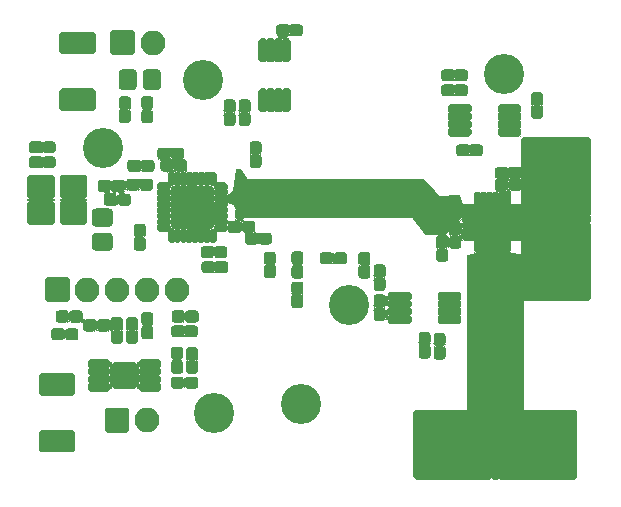
<source format=gbr>
%TF.GenerationSoftware,KiCad,Pcbnew,(5.1.8)-1*%
%TF.CreationDate,2021-01-15T16:44:09+01:00*%
%TF.ProjectId,Microwave_LO_Generator,4d696372-6f77-4617-9665-5f4c4f5f4765,rev?*%
%TF.SameCoordinates,Original*%
%TF.FileFunction,Soldermask,Top*%
%TF.FilePolarity,Negative*%
%FSLAX46Y46*%
G04 Gerber Fmt 4.6, Leading zero omitted, Abs format (unit mm)*
G04 Created by KiCad (PCBNEW (5.1.8)-1) date 2021-01-15 16:44:09*
%MOMM*%
%LPD*%
G01*
G04 APERTURE LIST*
%ADD10C,0.100000*%
%ADD11C,1.000000*%
%ADD12C,2.600000*%
%ADD13O,2.100000X2.100000*%
%ADD14C,3.400000*%
%ADD15C,1.200000*%
%ADD16C,0.900000*%
G04 APERTURE END LIST*
D10*
G36*
X136370000Y-102960000D02*
G01*
X136370000Y-116335000D01*
X131570000Y-116335000D01*
X131570000Y-102960000D01*
X133870000Y-102560000D01*
X134170000Y-102560000D01*
X136370000Y-102960000D01*
G37*
X136370000Y-102960000D02*
X136370000Y-116335000D01*
X131570000Y-116335000D01*
X131570000Y-102960000D01*
X133870000Y-102560000D01*
X134170000Y-102560000D01*
X136370000Y-102960000D01*
G36*
X139669260Y-99812960D02*
G01*
X139674340Y-100102520D01*
X138930120Y-101428400D01*
X136748260Y-101428400D01*
X136039600Y-100079660D01*
X136047220Y-99840900D01*
X136738100Y-98489620D01*
X138935200Y-98487080D01*
X139669260Y-99812960D01*
G37*
X139669260Y-99812960D02*
X139674340Y-100102520D01*
X138930120Y-101428400D01*
X136748260Y-101428400D01*
X136039600Y-100079660D01*
X136047220Y-99840900D01*
X136738100Y-98489620D01*
X138935200Y-98487080D01*
X139669260Y-99812960D01*
G36*
X112970000Y-96560000D02*
G01*
X127870000Y-96560000D01*
X129220000Y-97960000D01*
X130941000Y-97929000D01*
X131449000Y-99326000D01*
X131449000Y-99580000D01*
X129770000Y-101210000D01*
X128070000Y-101210000D01*
X126895500Y-99760000D01*
X112544500Y-99760000D01*
X111764000Y-98691000D01*
X111129000Y-98437000D01*
X111129000Y-98056000D01*
X111764000Y-97548000D01*
X112020000Y-95710000D01*
X112370000Y-95710000D01*
X112970000Y-96560000D01*
G37*
X112970000Y-96560000D02*
X127870000Y-96560000D01*
X129220000Y-97960000D01*
X130941000Y-97929000D01*
X131449000Y-99326000D01*
X131449000Y-99580000D01*
X129770000Y-101210000D01*
X128070000Y-101210000D01*
X126895500Y-99760000D01*
X112544500Y-99760000D01*
X111764000Y-98691000D01*
X111129000Y-98437000D01*
X111129000Y-98056000D01*
X111764000Y-97548000D01*
X112020000Y-95710000D01*
X112370000Y-95710000D01*
X112970000Y-96560000D01*
%TO.C,J5*%
G36*
X141900000Y-93210002D02*
G01*
X141900000Y-106710002D01*
X136400000Y-106710002D01*
X136400000Y-93210002D01*
X141900000Y-93210002D01*
G37*
%TO.C,J4*%
G36*
X140734999Y-121805001D02*
G01*
X127234999Y-121805001D01*
X127234999Y-116305001D01*
X140734999Y-116305001D01*
X140734999Y-121805001D01*
G37*
G36*
X136370000Y-102960000D02*
G01*
X136370000Y-116335000D01*
X131570000Y-116335000D01*
X131570000Y-102960000D01*
X133870000Y-102560000D01*
X134170000Y-102560000D01*
X136370000Y-102960000D01*
G37*
X136370000Y-102960000D02*
X136370000Y-116335000D01*
X131570000Y-116335000D01*
X131570000Y-102960000D01*
X133870000Y-102560000D01*
X134170000Y-102560000D01*
X136370000Y-102960000D01*
G36*
X139669260Y-99812960D02*
G01*
X139674340Y-100102520D01*
X138930120Y-101428400D01*
X136748260Y-101428400D01*
X136039600Y-100079660D01*
X136047220Y-99840900D01*
X136738100Y-98489620D01*
X138935200Y-98487080D01*
X139669260Y-99812960D01*
G37*
X139669260Y-99812960D02*
X139674340Y-100102520D01*
X138930120Y-101428400D01*
X136748260Y-101428400D01*
X136039600Y-100079660D01*
X136047220Y-99840900D01*
X136738100Y-98489620D01*
X138935200Y-98487080D01*
X139669260Y-99812960D01*
G36*
X112970000Y-96560000D02*
G01*
X127870000Y-96560000D01*
X129220000Y-97960000D01*
X130941000Y-97929000D01*
X131449000Y-99326000D01*
X131449000Y-99580000D01*
X129770000Y-101210000D01*
X128070000Y-101210000D01*
X126895500Y-99760000D01*
X112544500Y-99760000D01*
X111764000Y-98691000D01*
X111129000Y-98437000D01*
X111129000Y-98056000D01*
X111764000Y-97548000D01*
X112020000Y-95710000D01*
X112370000Y-95710000D01*
X112970000Y-96560000D01*
G37*
X112970000Y-96560000D02*
X127870000Y-96560000D01*
X129220000Y-97960000D01*
X130941000Y-97929000D01*
X131449000Y-99326000D01*
X131449000Y-99580000D01*
X129770000Y-101210000D01*
X128070000Y-101210000D01*
X126895500Y-99760000D01*
X112544500Y-99760000D01*
X111764000Y-98691000D01*
X111129000Y-98437000D01*
X111129000Y-98056000D01*
X111764000Y-97548000D01*
X112020000Y-95710000D01*
X112370000Y-95710000D01*
X112970000Y-96560000D01*
%TO.C,J5*%
G36*
X141900000Y-93210002D02*
G01*
X141900000Y-106710002D01*
X136400000Y-106710002D01*
X136400000Y-93210002D01*
X141900000Y-93210002D01*
G37*
%TO.C,J4*%
G36*
X140734999Y-121805001D02*
G01*
X127234999Y-121805001D01*
X127234999Y-116305001D01*
X140734999Y-116305001D01*
X140734999Y-121805001D01*
G37*
%TD*%
D11*
%TO.C,J5*%
X136840000Y-98745002D03*
X136840000Y-99215002D03*
X137310000Y-98745002D03*
X137310000Y-99215002D03*
X137780000Y-98745002D03*
X137780000Y-99215002D03*
X138250000Y-98745002D03*
X138250000Y-99215002D03*
X138720000Y-98745002D03*
X138720000Y-99215002D03*
X139190000Y-98745002D03*
X139190000Y-99215002D03*
X139660000Y-98275002D03*
X139660000Y-98745002D03*
X139660000Y-99215002D03*
X140130000Y-97805002D03*
X140130000Y-98275002D03*
X140130000Y-98745002D03*
X140130000Y-99215002D03*
X140600000Y-97335002D03*
X140600000Y-97805002D03*
X140600000Y-98275002D03*
X140600000Y-98745002D03*
X140600000Y-99215002D03*
X141070000Y-96865002D03*
X141070000Y-97335002D03*
X141070000Y-97805002D03*
X141070000Y-98275002D03*
X141070000Y-98745002D03*
X141070000Y-99215002D03*
X141540000Y-99215002D03*
X141540000Y-98745002D03*
X141540000Y-98275002D03*
X141540000Y-97805002D03*
X141540000Y-97335002D03*
X141540000Y-96865002D03*
X136840000Y-100710002D03*
X136840000Y-101180002D03*
X137310000Y-100710002D03*
X137310000Y-101180002D03*
X137780000Y-100710002D03*
X137780000Y-101180002D03*
X138250000Y-100710002D03*
X138250000Y-101180002D03*
X138720000Y-100710002D03*
X138720000Y-101180002D03*
X139190000Y-100710002D03*
X139190000Y-101180002D03*
X139660000Y-100710002D03*
X139660000Y-101180002D03*
X139660000Y-101650002D03*
X140130000Y-100710002D03*
X140130000Y-101180002D03*
X140130000Y-101650002D03*
X140130000Y-102120002D03*
X140600000Y-100710002D03*
X140600000Y-101180002D03*
X140600000Y-101650002D03*
X140600000Y-102120002D03*
X140600000Y-102590002D03*
X141070000Y-100710002D03*
X141070000Y-101180002D03*
X141070000Y-101650002D03*
X141070000Y-102120002D03*
X141070000Y-102590002D03*
X141070000Y-103060002D03*
X141540000Y-100710002D03*
X141540000Y-101180002D03*
X141540000Y-101650002D03*
X141540000Y-102120002D03*
X141540000Y-102590002D03*
X141540000Y-103060002D03*
X141540000Y-103530002D03*
X141540000Y-96395002D03*
D12*
X139360000Y-95205002D03*
X139360000Y-104720002D03*
G36*
G01*
X141900000Y-106905902D02*
X136400000Y-106905902D01*
G75*
G02*
X136200000Y-106705902I0J200000D01*
G01*
X136200000Y-100384102D01*
G75*
G02*
X136400000Y-100184102I200000J0D01*
G01*
X141900000Y-100184102D01*
G75*
G02*
X142100000Y-100384102I0J-200000D01*
G01*
X142100000Y-106705902D01*
G75*
G02*
X141900000Y-106905902I-200000J0D01*
G01*
G37*
G36*
G01*
X141900000Y-99735901D02*
X136400000Y-99735901D01*
G75*
G02*
X136200000Y-99535901I0J200000D01*
G01*
X136200000Y-93214101D01*
G75*
G02*
X136400000Y-93014101I200000J0D01*
G01*
X141900000Y-93014101D01*
G75*
G02*
X142100000Y-93214101I0J-200000D01*
G01*
X142100000Y-99535901D01*
G75*
G02*
X141900000Y-99735901I-200000J0D01*
G01*
G37*
G36*
G01*
X141900000Y-100384089D02*
X136400000Y-100384089D01*
G75*
G02*
X136200000Y-100184089I0J200000D01*
G01*
X136200000Y-99735913D01*
G75*
G02*
X136400000Y-99535913I200000J0D01*
G01*
X141900000Y-99535913D01*
G75*
G02*
X142100000Y-99735913I0J-200000D01*
G01*
X142100000Y-100184089D01*
G75*
G02*
X141900000Y-100384089I-200000J0D01*
G01*
G37*
%TD*%
D11*
%TO.C,J4*%
X135199999Y-116745001D03*
X134729999Y-116745001D03*
X135199999Y-117215001D03*
X134729999Y-117215001D03*
X135199999Y-117685001D03*
X134729999Y-117685001D03*
X135199999Y-118155001D03*
X134729999Y-118155001D03*
X135199999Y-118625001D03*
X134729999Y-118625001D03*
X135199999Y-119095001D03*
X134729999Y-119095001D03*
X135669999Y-119565001D03*
X135199999Y-119565001D03*
X134729999Y-119565001D03*
X136139999Y-120035001D03*
X135669999Y-120035001D03*
X135199999Y-120035001D03*
X134729999Y-120035001D03*
X136609999Y-120505001D03*
X136139999Y-120505001D03*
X135669999Y-120505001D03*
X135199999Y-120505001D03*
X134729999Y-120505001D03*
X137079999Y-120975001D03*
X136609999Y-120975001D03*
X136139999Y-120975001D03*
X135669999Y-120975001D03*
X135199999Y-120975001D03*
X134729999Y-120975001D03*
X134729999Y-121445001D03*
X135199999Y-121445001D03*
X135669999Y-121445001D03*
X136139999Y-121445001D03*
X136609999Y-121445001D03*
X137079999Y-121445001D03*
X133234999Y-116745001D03*
X132764999Y-116745001D03*
X133234999Y-117215001D03*
X132764999Y-117215001D03*
X133234999Y-117685001D03*
X132764999Y-117685001D03*
X133234999Y-118155001D03*
X132764999Y-118155001D03*
X133234999Y-118625001D03*
X132764999Y-118625001D03*
X133234999Y-119095001D03*
X132764999Y-119095001D03*
X133234999Y-119565001D03*
X132764999Y-119565001D03*
X132294999Y-119565001D03*
X133234999Y-120035001D03*
X132764999Y-120035001D03*
X132294999Y-120035001D03*
X131824999Y-120035001D03*
X133234999Y-120505001D03*
X132764999Y-120505001D03*
X132294999Y-120505001D03*
X131824999Y-120505001D03*
X131354999Y-120505001D03*
X133234999Y-120975001D03*
X132764999Y-120975001D03*
X132294999Y-120975001D03*
X131824999Y-120975001D03*
X131354999Y-120975001D03*
X130884999Y-120975001D03*
X133234999Y-121445001D03*
X132764999Y-121445001D03*
X132294999Y-121445001D03*
X131824999Y-121445001D03*
X131354999Y-121445001D03*
X130884999Y-121445001D03*
X130414999Y-121445001D03*
X137549999Y-121445001D03*
D12*
X138739999Y-119265001D03*
X129224999Y-119265001D03*
G36*
G01*
X127039099Y-121805001D02*
X127039099Y-116305001D01*
G75*
G02*
X127239099Y-116105001I200000J0D01*
G01*
X133560899Y-116105001D01*
G75*
G02*
X133760899Y-116305001I0J-200000D01*
G01*
X133760899Y-121805001D01*
G75*
G02*
X133560899Y-122005001I-200000J0D01*
G01*
X127239099Y-122005001D01*
G75*
G02*
X127039099Y-121805001I0J200000D01*
G01*
G37*
G36*
G01*
X134209100Y-121805001D02*
X134209100Y-116305001D01*
G75*
G02*
X134409100Y-116105001I200000J0D01*
G01*
X140730900Y-116105001D01*
G75*
G02*
X140930900Y-116305001I0J-200000D01*
G01*
X140930900Y-121805001D01*
G75*
G02*
X140730900Y-122005001I-200000J0D01*
G01*
X134409100Y-122005001D01*
G75*
G02*
X134209100Y-121805001I0J200000D01*
G01*
G37*
G36*
G01*
X133560912Y-121805001D02*
X133560912Y-116305001D01*
G75*
G02*
X133760912Y-116105001I200000J0D01*
G01*
X134209088Y-116105001D01*
G75*
G02*
X134409088Y-116305001I0J-200000D01*
G01*
X134409088Y-121805001D01*
G75*
G02*
X134209088Y-122005001I-200000J0D01*
G01*
X133760912Y-122005001D01*
G75*
G02*
X133560912Y-121805001I0J200000D01*
G01*
G37*
%TD*%
%TO.C,R5*%
G36*
G01*
X97877000Y-107945000D02*
X97877000Y-108465000D01*
G75*
G02*
X97617000Y-108725000I-260000J0D01*
G01*
X97022000Y-108725000D01*
G75*
G02*
X96762000Y-108465000I0J260000D01*
G01*
X96762000Y-107945000D01*
G75*
G02*
X97022000Y-107685000I260000J0D01*
G01*
X97617000Y-107685000D01*
G75*
G02*
X97877000Y-107945000I0J-260000D01*
G01*
G37*
G36*
G01*
X99072000Y-107945000D02*
X99072000Y-108465000D01*
G75*
G02*
X98812000Y-108725000I-260000J0D01*
G01*
X98217000Y-108725000D01*
G75*
G02*
X97957000Y-108465000I0J260000D01*
G01*
X97957000Y-107945000D01*
G75*
G02*
X98217000Y-107685000I260000J0D01*
G01*
X98812000Y-107685000D01*
G75*
G02*
X99072000Y-107945000I0J-260000D01*
G01*
G37*
%TD*%
%TO.C,R4*%
G36*
G01*
X100275000Y-109215000D02*
X100275000Y-108695000D01*
G75*
G02*
X100535000Y-108435000I260000J0D01*
G01*
X101130000Y-108435000D01*
G75*
G02*
X101390000Y-108695000I0J-260000D01*
G01*
X101390000Y-109215000D01*
G75*
G02*
X101130000Y-109475000I-260000J0D01*
G01*
X100535000Y-109475000D01*
G75*
G02*
X100275000Y-109215000I0J260000D01*
G01*
G37*
G36*
G01*
X99080000Y-109215000D02*
X99080000Y-108695000D01*
G75*
G02*
X99340000Y-108435000I260000J0D01*
G01*
X99935000Y-108435000D01*
G75*
G02*
X100195000Y-108695000I0J-260000D01*
G01*
X100195000Y-109215000D01*
G75*
G02*
X99935000Y-109475000I-260000J0D01*
G01*
X99340000Y-109475000D01*
G75*
G02*
X99080000Y-109215000I0J260000D01*
G01*
G37*
%TD*%
%TO.C,R3*%
G36*
G01*
X104261000Y-109029000D02*
X104781000Y-109029000D01*
G75*
G02*
X105041000Y-109289000I0J-260000D01*
G01*
X105041000Y-109884000D01*
G75*
G02*
X104781000Y-110144000I-260000J0D01*
G01*
X104261000Y-110144000D01*
G75*
G02*
X104001000Y-109884000I0J260000D01*
G01*
X104001000Y-109289000D01*
G75*
G02*
X104261000Y-109029000I260000J0D01*
G01*
G37*
G36*
G01*
X104261000Y-107834000D02*
X104781000Y-107834000D01*
G75*
G02*
X105041000Y-108094000I0J-260000D01*
G01*
X105041000Y-108689000D01*
G75*
G02*
X104781000Y-108949000I-260000J0D01*
G01*
X104261000Y-108949000D01*
G75*
G02*
X104001000Y-108689000I0J260000D01*
G01*
X104001000Y-108094000D01*
G75*
G02*
X104261000Y-107834000I260000J0D01*
G01*
G37*
%TD*%
%TO.C,R1*%
G36*
G01*
X107695000Y-107945000D02*
X107695000Y-108465000D01*
G75*
G02*
X107435000Y-108725000I-260000J0D01*
G01*
X106840000Y-108725000D01*
G75*
G02*
X106580000Y-108465000I0J260000D01*
G01*
X106580000Y-107945000D01*
G75*
G02*
X106840000Y-107685000I260000J0D01*
G01*
X107435000Y-107685000D01*
G75*
G02*
X107695000Y-107945000I0J-260000D01*
G01*
G37*
G36*
G01*
X108890000Y-107945000D02*
X108890000Y-108465000D01*
G75*
G02*
X108630000Y-108725000I-260000J0D01*
G01*
X108035000Y-108725000D01*
G75*
G02*
X107775000Y-108465000I0J260000D01*
G01*
X107775000Y-107945000D01*
G75*
G02*
X108035000Y-107685000I260000J0D01*
G01*
X108630000Y-107685000D01*
G75*
G02*
X108890000Y-107945000I0J-260000D01*
G01*
G37*
%TD*%
D13*
%TO.C,J3*%
X104978200Y-85005600D03*
G36*
G01*
X103288200Y-86055600D02*
X101588200Y-86055600D01*
G75*
G02*
X101388200Y-85855600I0J200000D01*
G01*
X101388200Y-84155600D01*
G75*
G02*
X101588200Y-83955600I200000J0D01*
G01*
X103288200Y-83955600D01*
G75*
G02*
X103488200Y-84155600I0J-200000D01*
G01*
X103488200Y-85855600D01*
G75*
G02*
X103288200Y-86055600I-200000J0D01*
G01*
G37*
%TD*%
%TO.C,J2*%
X104500000Y-116995000D03*
G36*
G01*
X102810000Y-118045000D02*
X101110000Y-118045000D01*
G75*
G02*
X100910000Y-117845000I0J200000D01*
G01*
X100910000Y-116145000D01*
G75*
G02*
X101110000Y-115945000I200000J0D01*
G01*
X102810000Y-115945000D01*
G75*
G02*
X103010000Y-116145000I0J-200000D01*
G01*
X103010000Y-117845000D01*
G75*
G02*
X102810000Y-118045000I-200000J0D01*
G01*
G37*
%TD*%
%TO.C,J1*%
X107065000Y-105930000D03*
X104525000Y-105930000D03*
X101985000Y-105930000D03*
X99445000Y-105930000D03*
G36*
G01*
X97755000Y-106980000D02*
X96055000Y-106980000D01*
G75*
G02*
X95855000Y-106780000I0J200000D01*
G01*
X95855000Y-105080000D01*
G75*
G02*
X96055000Y-104880000I200000J0D01*
G01*
X97755000Y-104880000D01*
G75*
G02*
X97955000Y-105080000I0J-200000D01*
G01*
X97955000Y-106780000D01*
G75*
G02*
X97755000Y-106980000I-200000J0D01*
G01*
G37*
%TD*%
%TO.C,U2*%
G36*
G01*
X105670000Y-113960000D02*
X105670000Y-114360000D01*
G75*
G02*
X105470000Y-114560000I-200000J0D01*
G01*
X104020000Y-114560000D01*
G75*
G02*
X103820000Y-114360000I0J200000D01*
G01*
X103820000Y-113960000D01*
G75*
G02*
X104020000Y-113760000I200000J0D01*
G01*
X105470000Y-113760000D01*
G75*
G02*
X105670000Y-113960000I0J-200000D01*
G01*
G37*
G36*
G01*
X105670000Y-113310000D02*
X105670000Y-113710000D01*
G75*
G02*
X105470000Y-113910000I-200000J0D01*
G01*
X104020000Y-113910000D01*
G75*
G02*
X103820000Y-113710000I0J200000D01*
G01*
X103820000Y-113310000D01*
G75*
G02*
X104020000Y-113110000I200000J0D01*
G01*
X105470000Y-113110000D01*
G75*
G02*
X105670000Y-113310000I0J-200000D01*
G01*
G37*
G36*
G01*
X105670000Y-112660000D02*
X105670000Y-113060000D01*
G75*
G02*
X105470000Y-113260000I-200000J0D01*
G01*
X104020000Y-113260000D01*
G75*
G02*
X103820000Y-113060000I0J200000D01*
G01*
X103820000Y-112660000D01*
G75*
G02*
X104020000Y-112460000I200000J0D01*
G01*
X105470000Y-112460000D01*
G75*
G02*
X105670000Y-112660000I0J-200000D01*
G01*
G37*
G36*
G01*
X105670000Y-112010000D02*
X105670000Y-112410000D01*
G75*
G02*
X105470000Y-112610000I-200000J0D01*
G01*
X104020000Y-112610000D01*
G75*
G02*
X103820000Y-112410000I0J200000D01*
G01*
X103820000Y-112010000D01*
G75*
G02*
X104020000Y-111810000I200000J0D01*
G01*
X105470000Y-111810000D01*
G75*
G02*
X105670000Y-112010000I0J-200000D01*
G01*
G37*
G36*
G01*
X101370000Y-112010000D02*
X101370000Y-112410000D01*
G75*
G02*
X101170000Y-112610000I-200000J0D01*
G01*
X99720000Y-112610000D01*
G75*
G02*
X99520000Y-112410000I0J200000D01*
G01*
X99520000Y-112010000D01*
G75*
G02*
X99720000Y-111810000I200000J0D01*
G01*
X101170000Y-111810000D01*
G75*
G02*
X101370000Y-112010000I0J-200000D01*
G01*
G37*
G36*
G01*
X101370000Y-112660000D02*
X101370000Y-113060000D01*
G75*
G02*
X101170000Y-113260000I-200000J0D01*
G01*
X99720000Y-113260000D01*
G75*
G02*
X99520000Y-113060000I0J200000D01*
G01*
X99520000Y-112660000D01*
G75*
G02*
X99720000Y-112460000I200000J0D01*
G01*
X101170000Y-112460000D01*
G75*
G02*
X101370000Y-112660000I0J-200000D01*
G01*
G37*
G36*
G01*
X101370000Y-113310000D02*
X101370000Y-113710000D01*
G75*
G02*
X101170000Y-113910000I-200000J0D01*
G01*
X99720000Y-113910000D01*
G75*
G02*
X99520000Y-113710000I0J200000D01*
G01*
X99520000Y-113310000D01*
G75*
G02*
X99720000Y-113110000I200000J0D01*
G01*
X101170000Y-113110000D01*
G75*
G02*
X101370000Y-113310000I0J-200000D01*
G01*
G37*
G36*
G01*
X101370000Y-113960000D02*
X101370000Y-114360000D01*
G75*
G02*
X101170000Y-114560000I-200000J0D01*
G01*
X99720000Y-114560000D01*
G75*
G02*
X99520000Y-114360000I0J200000D01*
G01*
X99520000Y-113960000D01*
G75*
G02*
X99720000Y-113760000I200000J0D01*
G01*
X101170000Y-113760000D01*
G75*
G02*
X101370000Y-113960000I0J-200000D01*
G01*
G37*
G36*
G01*
X103635000Y-112245000D02*
X103635000Y-114125000D01*
G75*
G02*
X103435000Y-114325000I-200000J0D01*
G01*
X101755000Y-114325000D01*
G75*
G02*
X101555000Y-114125000I0J200000D01*
G01*
X101555000Y-112245000D01*
G75*
G02*
X101755000Y-112045000I200000J0D01*
G01*
X103435000Y-112045000D01*
G75*
G02*
X103635000Y-112245000I0J-200000D01*
G01*
G37*
%TD*%
%TO.C,R13*%
G36*
G01*
X107300000Y-111875000D02*
X106780000Y-111875000D01*
G75*
G02*
X106520000Y-111615000I0J260000D01*
G01*
X106520000Y-111020000D01*
G75*
G02*
X106780000Y-110760000I260000J0D01*
G01*
X107300000Y-110760000D01*
G75*
G02*
X107560000Y-111020000I0J-260000D01*
G01*
X107560000Y-111615000D01*
G75*
G02*
X107300000Y-111875000I-260000J0D01*
G01*
G37*
G36*
G01*
X107300000Y-113070000D02*
X106780000Y-113070000D01*
G75*
G02*
X106520000Y-112810000I0J260000D01*
G01*
X106520000Y-112215000D01*
G75*
G02*
X106780000Y-111955000I260000J0D01*
G01*
X107300000Y-111955000D01*
G75*
G02*
X107560000Y-112215000I0J-260000D01*
G01*
X107560000Y-112810000D01*
G75*
G02*
X107300000Y-113070000I-260000J0D01*
G01*
G37*
%TD*%
%TO.C,R12*%
G36*
G01*
X107635000Y-113560000D02*
X107635000Y-114080000D01*
G75*
G02*
X107375000Y-114340000I-260000J0D01*
G01*
X106780000Y-114340000D01*
G75*
G02*
X106520000Y-114080000I0J260000D01*
G01*
X106520000Y-113560000D01*
G75*
G02*
X106780000Y-113300000I260000J0D01*
G01*
X107375000Y-113300000D01*
G75*
G02*
X107635000Y-113560000I0J-260000D01*
G01*
G37*
G36*
G01*
X108830000Y-113560000D02*
X108830000Y-114080000D01*
G75*
G02*
X108570000Y-114340000I-260000J0D01*
G01*
X107975000Y-114340000D01*
G75*
G02*
X107715000Y-114080000I0J260000D01*
G01*
X107715000Y-113560000D01*
G75*
G02*
X107975000Y-113300000I260000J0D01*
G01*
X108570000Y-113300000D01*
G75*
G02*
X108830000Y-113560000I0J-260000D01*
G01*
G37*
%TD*%
%TO.C,D2*%
G36*
G01*
X98230000Y-114910000D02*
X95530000Y-114910000D01*
G75*
G02*
X95330000Y-114710000I0J200000D01*
G01*
X95330000Y-113210000D01*
G75*
G02*
X95530000Y-113010000I200000J0D01*
G01*
X98230000Y-113010000D01*
G75*
G02*
X98430000Y-113210000I0J-200000D01*
G01*
X98430000Y-114710000D01*
G75*
G02*
X98230000Y-114910000I-200000J0D01*
G01*
G37*
G36*
G01*
X98230000Y-119710000D02*
X95530000Y-119710000D01*
G75*
G02*
X95330000Y-119510000I0J200000D01*
G01*
X95330000Y-118010000D01*
G75*
G02*
X95530000Y-117810000I200000J0D01*
G01*
X98230000Y-117810000D01*
G75*
G02*
X98430000Y-118010000I0J-200000D01*
G01*
X98430000Y-119510000D01*
G75*
G02*
X98230000Y-119710000I-200000J0D01*
G01*
G37*
%TD*%
%TO.C,C17*%
G36*
G01*
X107675000Y-109710000D02*
X107675000Y-109200000D01*
G75*
G02*
X107930000Y-108945000I255000J0D01*
G01*
X108555000Y-108945000D01*
G75*
G02*
X108810000Y-109200000I0J-255000D01*
G01*
X108810000Y-109710000D01*
G75*
G02*
X108555000Y-109965000I-255000J0D01*
G01*
X107930000Y-109965000D01*
G75*
G02*
X107675000Y-109710000I0J255000D01*
G01*
G37*
G36*
G01*
X106540000Y-109710000D02*
X106540000Y-109200000D01*
G75*
G02*
X106795000Y-108945000I255000J0D01*
G01*
X107420000Y-108945000D01*
G75*
G02*
X107675000Y-109200000I0J-255000D01*
G01*
X107675000Y-109710000D01*
G75*
G02*
X107420000Y-109965000I-255000J0D01*
G01*
X106795000Y-109965000D01*
G75*
G02*
X106540000Y-109710000I0J255000D01*
G01*
G37*
%TD*%
%TO.C,C14*%
G36*
G01*
X101705000Y-109375000D02*
X102215000Y-109375000D01*
G75*
G02*
X102470000Y-109630000I0J-255000D01*
G01*
X102470000Y-110255000D01*
G75*
G02*
X102215000Y-110510000I-255000J0D01*
G01*
X101705000Y-110510000D01*
G75*
G02*
X101450000Y-110255000I0J255000D01*
G01*
X101450000Y-109630000D01*
G75*
G02*
X101705000Y-109375000I255000J0D01*
G01*
G37*
G36*
G01*
X101705000Y-108240000D02*
X102215000Y-108240000D01*
G75*
G02*
X102470000Y-108495000I0J-255000D01*
G01*
X102470000Y-109120000D01*
G75*
G02*
X102215000Y-109375000I-255000J0D01*
G01*
X101705000Y-109375000D01*
G75*
G02*
X101450000Y-109120000I0J255000D01*
G01*
X101450000Y-108495000D01*
G75*
G02*
X101705000Y-108240000I255000J0D01*
G01*
G37*
%TD*%
%TO.C,C16*%
G36*
G01*
X108565000Y-111915000D02*
X108055000Y-111915000D01*
G75*
G02*
X107800000Y-111660000I0J255000D01*
G01*
X107800000Y-111035000D01*
G75*
G02*
X108055000Y-110780000I255000J0D01*
G01*
X108565000Y-110780000D01*
G75*
G02*
X108820000Y-111035000I0J-255000D01*
G01*
X108820000Y-111660000D01*
G75*
G02*
X108565000Y-111915000I-255000J0D01*
G01*
G37*
G36*
G01*
X108565000Y-113050000D02*
X108055000Y-113050000D01*
G75*
G02*
X107800000Y-112795000I0J255000D01*
G01*
X107800000Y-112170000D01*
G75*
G02*
X108055000Y-111915000I255000J0D01*
G01*
X108565000Y-111915000D01*
G75*
G02*
X108820000Y-112170000I0J-255000D01*
G01*
X108820000Y-112795000D01*
G75*
G02*
X108565000Y-113050000I-255000J0D01*
G01*
G37*
%TD*%
%TO.C,C15*%
G36*
G01*
X102975000Y-109375000D02*
X103485000Y-109375000D01*
G75*
G02*
X103740000Y-109630000I0J-255000D01*
G01*
X103740000Y-110255000D01*
G75*
G02*
X103485000Y-110510000I-255000J0D01*
G01*
X102975000Y-110510000D01*
G75*
G02*
X102720000Y-110255000I0J255000D01*
G01*
X102720000Y-109630000D01*
G75*
G02*
X102975000Y-109375000I255000J0D01*
G01*
G37*
G36*
G01*
X102975000Y-108240000D02*
X103485000Y-108240000D01*
G75*
G02*
X103740000Y-108495000I0J-255000D01*
G01*
X103740000Y-109120000D01*
G75*
G02*
X103485000Y-109375000I-255000J0D01*
G01*
X102975000Y-109375000D01*
G75*
G02*
X102720000Y-109120000I0J255000D01*
G01*
X102720000Y-108495000D01*
G75*
G02*
X102975000Y-108240000I255000J0D01*
G01*
G37*
%TD*%
%TO.C,U5*%
G36*
G01*
X129095000Y-106695000D02*
X129095000Y-106295000D01*
G75*
G02*
X129295000Y-106095000I200000J0D01*
G01*
X130920000Y-106095000D01*
G75*
G02*
X131120000Y-106295000I0J-200000D01*
G01*
X131120000Y-106695000D01*
G75*
G02*
X130920000Y-106895000I-200000J0D01*
G01*
X129295000Y-106895000D01*
G75*
G02*
X129095000Y-106695000I0J200000D01*
G01*
G37*
G36*
G01*
X129095000Y-107345000D02*
X129095000Y-106945000D01*
G75*
G02*
X129295000Y-106745000I200000J0D01*
G01*
X130920000Y-106745000D01*
G75*
G02*
X131120000Y-106945000I0J-200000D01*
G01*
X131120000Y-107345000D01*
G75*
G02*
X130920000Y-107545000I-200000J0D01*
G01*
X129295000Y-107545000D01*
G75*
G02*
X129095000Y-107345000I0J200000D01*
G01*
G37*
G36*
G01*
X129095000Y-107995000D02*
X129095000Y-107595000D01*
G75*
G02*
X129295000Y-107395000I200000J0D01*
G01*
X130920000Y-107395000D01*
G75*
G02*
X131120000Y-107595000I0J-200000D01*
G01*
X131120000Y-107995000D01*
G75*
G02*
X130920000Y-108195000I-200000J0D01*
G01*
X129295000Y-108195000D01*
G75*
G02*
X129095000Y-107995000I0J200000D01*
G01*
G37*
G36*
G01*
X129095000Y-108645000D02*
X129095000Y-108245000D01*
G75*
G02*
X129295000Y-108045000I200000J0D01*
G01*
X130920000Y-108045000D01*
G75*
G02*
X131120000Y-108245000I0J-200000D01*
G01*
X131120000Y-108645000D01*
G75*
G02*
X130920000Y-108845000I-200000J0D01*
G01*
X129295000Y-108845000D01*
G75*
G02*
X129095000Y-108645000I0J200000D01*
G01*
G37*
G36*
G01*
X124870000Y-108645000D02*
X124870000Y-108245000D01*
G75*
G02*
X125070000Y-108045000I200000J0D01*
G01*
X126695000Y-108045000D01*
G75*
G02*
X126895000Y-108245000I0J-200000D01*
G01*
X126895000Y-108645000D01*
G75*
G02*
X126695000Y-108845000I-200000J0D01*
G01*
X125070000Y-108845000D01*
G75*
G02*
X124870000Y-108645000I0J200000D01*
G01*
G37*
G36*
G01*
X124870000Y-107995000D02*
X124870000Y-107595000D01*
G75*
G02*
X125070000Y-107395000I200000J0D01*
G01*
X126695000Y-107395000D01*
G75*
G02*
X126895000Y-107595000I0J-200000D01*
G01*
X126895000Y-107995000D01*
G75*
G02*
X126695000Y-108195000I-200000J0D01*
G01*
X125070000Y-108195000D01*
G75*
G02*
X124870000Y-107995000I0J200000D01*
G01*
G37*
G36*
G01*
X124870000Y-107345000D02*
X124870000Y-106945000D01*
G75*
G02*
X125070000Y-106745000I200000J0D01*
G01*
X126695000Y-106745000D01*
G75*
G02*
X126895000Y-106945000I0J-200000D01*
G01*
X126895000Y-107345000D01*
G75*
G02*
X126695000Y-107545000I-200000J0D01*
G01*
X125070000Y-107545000D01*
G75*
G02*
X124870000Y-107345000I0J200000D01*
G01*
G37*
G36*
G01*
X124870000Y-106695000D02*
X124870000Y-106295000D01*
G75*
G02*
X125070000Y-106095000I200000J0D01*
G01*
X126695000Y-106095000D01*
G75*
G02*
X126895000Y-106295000I0J-200000D01*
G01*
X126895000Y-106695000D01*
G75*
G02*
X126695000Y-106895000I-200000J0D01*
G01*
X125070000Y-106895000D01*
G75*
G02*
X124870000Y-106695000I0J200000D01*
G01*
G37*
%TD*%
%TO.C,U4*%
G36*
G01*
X131975000Y-92370000D02*
X131975000Y-92770000D01*
G75*
G02*
X131775000Y-92970000I-200000J0D01*
G01*
X130150000Y-92970000D01*
G75*
G02*
X129950000Y-92770000I0J200000D01*
G01*
X129950000Y-92370000D01*
G75*
G02*
X130150000Y-92170000I200000J0D01*
G01*
X131775000Y-92170000D01*
G75*
G02*
X131975000Y-92370000I0J-200000D01*
G01*
G37*
G36*
G01*
X131975000Y-91720000D02*
X131975000Y-92120000D01*
G75*
G02*
X131775000Y-92320000I-200000J0D01*
G01*
X130150000Y-92320000D01*
G75*
G02*
X129950000Y-92120000I0J200000D01*
G01*
X129950000Y-91720000D01*
G75*
G02*
X130150000Y-91520000I200000J0D01*
G01*
X131775000Y-91520000D01*
G75*
G02*
X131975000Y-91720000I0J-200000D01*
G01*
G37*
G36*
G01*
X131975000Y-91070000D02*
X131975000Y-91470000D01*
G75*
G02*
X131775000Y-91670000I-200000J0D01*
G01*
X130150000Y-91670000D01*
G75*
G02*
X129950000Y-91470000I0J200000D01*
G01*
X129950000Y-91070000D01*
G75*
G02*
X130150000Y-90870000I200000J0D01*
G01*
X131775000Y-90870000D01*
G75*
G02*
X131975000Y-91070000I0J-200000D01*
G01*
G37*
G36*
G01*
X131975000Y-90420000D02*
X131975000Y-90820000D01*
G75*
G02*
X131775000Y-91020000I-200000J0D01*
G01*
X130150000Y-91020000D01*
G75*
G02*
X129950000Y-90820000I0J200000D01*
G01*
X129950000Y-90420000D01*
G75*
G02*
X130150000Y-90220000I200000J0D01*
G01*
X131775000Y-90220000D01*
G75*
G02*
X131975000Y-90420000I0J-200000D01*
G01*
G37*
G36*
G01*
X136200000Y-90420000D02*
X136200000Y-90820000D01*
G75*
G02*
X136000000Y-91020000I-200000J0D01*
G01*
X134375000Y-91020000D01*
G75*
G02*
X134175000Y-90820000I0J200000D01*
G01*
X134175000Y-90420000D01*
G75*
G02*
X134375000Y-90220000I200000J0D01*
G01*
X136000000Y-90220000D01*
G75*
G02*
X136200000Y-90420000I0J-200000D01*
G01*
G37*
G36*
G01*
X136200000Y-91070000D02*
X136200000Y-91470000D01*
G75*
G02*
X136000000Y-91670000I-200000J0D01*
G01*
X134375000Y-91670000D01*
G75*
G02*
X134175000Y-91470000I0J200000D01*
G01*
X134175000Y-91070000D01*
G75*
G02*
X134375000Y-90870000I200000J0D01*
G01*
X136000000Y-90870000D01*
G75*
G02*
X136200000Y-91070000I0J-200000D01*
G01*
G37*
G36*
G01*
X136200000Y-91720000D02*
X136200000Y-92120000D01*
G75*
G02*
X136000000Y-92320000I-200000J0D01*
G01*
X134375000Y-92320000D01*
G75*
G02*
X134175000Y-92120000I0J200000D01*
G01*
X134175000Y-91720000D01*
G75*
G02*
X134375000Y-91520000I200000J0D01*
G01*
X136000000Y-91520000D01*
G75*
G02*
X136200000Y-91720000I0J-200000D01*
G01*
G37*
G36*
G01*
X136200000Y-92370000D02*
X136200000Y-92770000D01*
G75*
G02*
X136000000Y-92970000I-200000J0D01*
G01*
X134375000Y-92970000D01*
G75*
G02*
X134175000Y-92770000I0J200000D01*
G01*
X134175000Y-92370000D01*
G75*
G02*
X134375000Y-92170000I200000J0D01*
G01*
X136000000Y-92170000D01*
G75*
G02*
X136200000Y-92370000I0J-200000D01*
G01*
G37*
%TD*%
%TO.C,U3*%
G36*
G01*
X116070000Y-88885000D02*
X116470000Y-88885000D01*
G75*
G02*
X116670000Y-89085000I0J-200000D01*
G01*
X116670000Y-90710000D01*
G75*
G02*
X116470000Y-90910000I-200000J0D01*
G01*
X116070000Y-90910000D01*
G75*
G02*
X115870000Y-90710000I0J200000D01*
G01*
X115870000Y-89085000D01*
G75*
G02*
X116070000Y-88885000I200000J0D01*
G01*
G37*
G36*
G01*
X115420000Y-88885000D02*
X115820000Y-88885000D01*
G75*
G02*
X116020000Y-89085000I0J-200000D01*
G01*
X116020000Y-90710000D01*
G75*
G02*
X115820000Y-90910000I-200000J0D01*
G01*
X115420000Y-90910000D01*
G75*
G02*
X115220000Y-90710000I0J200000D01*
G01*
X115220000Y-89085000D01*
G75*
G02*
X115420000Y-88885000I200000J0D01*
G01*
G37*
G36*
G01*
X114770000Y-88885000D02*
X115170000Y-88885000D01*
G75*
G02*
X115370000Y-89085000I0J-200000D01*
G01*
X115370000Y-90710000D01*
G75*
G02*
X115170000Y-90910000I-200000J0D01*
G01*
X114770000Y-90910000D01*
G75*
G02*
X114570000Y-90710000I0J200000D01*
G01*
X114570000Y-89085000D01*
G75*
G02*
X114770000Y-88885000I200000J0D01*
G01*
G37*
G36*
G01*
X114120000Y-88885000D02*
X114520000Y-88885000D01*
G75*
G02*
X114720000Y-89085000I0J-200000D01*
G01*
X114720000Y-90710000D01*
G75*
G02*
X114520000Y-90910000I-200000J0D01*
G01*
X114120000Y-90910000D01*
G75*
G02*
X113920000Y-90710000I0J200000D01*
G01*
X113920000Y-89085000D01*
G75*
G02*
X114120000Y-88885000I200000J0D01*
G01*
G37*
G36*
G01*
X114120000Y-84660000D02*
X114520000Y-84660000D01*
G75*
G02*
X114720000Y-84860000I0J-200000D01*
G01*
X114720000Y-86485000D01*
G75*
G02*
X114520000Y-86685000I-200000J0D01*
G01*
X114120000Y-86685000D01*
G75*
G02*
X113920000Y-86485000I0J200000D01*
G01*
X113920000Y-84860000D01*
G75*
G02*
X114120000Y-84660000I200000J0D01*
G01*
G37*
G36*
G01*
X114770000Y-84660000D02*
X115170000Y-84660000D01*
G75*
G02*
X115370000Y-84860000I0J-200000D01*
G01*
X115370000Y-86485000D01*
G75*
G02*
X115170000Y-86685000I-200000J0D01*
G01*
X114770000Y-86685000D01*
G75*
G02*
X114570000Y-86485000I0J200000D01*
G01*
X114570000Y-84860000D01*
G75*
G02*
X114770000Y-84660000I200000J0D01*
G01*
G37*
G36*
G01*
X115420000Y-84660000D02*
X115820000Y-84660000D01*
G75*
G02*
X116020000Y-84860000I0J-200000D01*
G01*
X116020000Y-86485000D01*
G75*
G02*
X115820000Y-86685000I-200000J0D01*
G01*
X115420000Y-86685000D01*
G75*
G02*
X115220000Y-86485000I0J200000D01*
G01*
X115220000Y-84860000D01*
G75*
G02*
X115420000Y-84660000I200000J0D01*
G01*
G37*
G36*
G01*
X116070000Y-84660000D02*
X116470000Y-84660000D01*
G75*
G02*
X116670000Y-84860000I0J-200000D01*
G01*
X116670000Y-86485000D01*
G75*
G02*
X116470000Y-86685000I-200000J0D01*
G01*
X116070000Y-86685000D01*
G75*
G02*
X115870000Y-86485000I0J200000D01*
G01*
X115870000Y-84860000D01*
G75*
G02*
X116070000Y-84660000I200000J0D01*
G01*
G37*
%TD*%
%TO.C,C29*%
G36*
G01*
X123930000Y-104930000D02*
X124440000Y-104930000D01*
G75*
G02*
X124695000Y-105185000I0J-255000D01*
G01*
X124695000Y-105810000D01*
G75*
G02*
X124440000Y-106065000I-255000J0D01*
G01*
X123930000Y-106065000D01*
G75*
G02*
X123675000Y-105810000I0J255000D01*
G01*
X123675000Y-105185000D01*
G75*
G02*
X123930000Y-104930000I255000J0D01*
G01*
G37*
G36*
G01*
X123930000Y-103795000D02*
X124440000Y-103795000D01*
G75*
G02*
X124695000Y-104050000I0J-255000D01*
G01*
X124695000Y-104675000D01*
G75*
G02*
X124440000Y-104930000I-255000J0D01*
G01*
X123930000Y-104930000D01*
G75*
G02*
X123675000Y-104675000I0J255000D01*
G01*
X123675000Y-104050000D01*
G75*
G02*
X123930000Y-103795000I255000J0D01*
G01*
G37*
%TD*%
%TO.C,C28*%
G36*
G01*
X131805000Y-94390000D02*
X131805000Y-93880000D01*
G75*
G02*
X132060000Y-93625000I255000J0D01*
G01*
X132685000Y-93625000D01*
G75*
G02*
X132940000Y-93880000I0J-255000D01*
G01*
X132940000Y-94390000D01*
G75*
G02*
X132685000Y-94645000I-255000J0D01*
G01*
X132060000Y-94645000D01*
G75*
G02*
X131805000Y-94390000I0J255000D01*
G01*
G37*
G36*
G01*
X130670000Y-94390000D02*
X130670000Y-93880000D01*
G75*
G02*
X130925000Y-93625000I255000J0D01*
G01*
X131550000Y-93625000D01*
G75*
G02*
X131805000Y-93880000I0J-255000D01*
G01*
X131805000Y-94390000D01*
G75*
G02*
X131550000Y-94645000I-255000J0D01*
G01*
X130925000Y-94645000D01*
G75*
G02*
X130670000Y-94390000I0J255000D01*
G01*
G37*
%TD*%
%TO.C,C26*%
G36*
G01*
X124440000Y-107470000D02*
X123930000Y-107470000D01*
G75*
G02*
X123675000Y-107215000I0J255000D01*
G01*
X123675000Y-106590000D01*
G75*
G02*
X123930000Y-106335000I255000J0D01*
G01*
X124440000Y-106335000D01*
G75*
G02*
X124695000Y-106590000I0J-255000D01*
G01*
X124695000Y-107215000D01*
G75*
G02*
X124440000Y-107470000I-255000J0D01*
G01*
G37*
G36*
G01*
X124440000Y-108605000D02*
X123930000Y-108605000D01*
G75*
G02*
X123675000Y-108350000I0J255000D01*
G01*
X123675000Y-107725000D01*
G75*
G02*
X123930000Y-107470000I255000J0D01*
G01*
X124440000Y-107470000D01*
G75*
G02*
X124695000Y-107725000I0J-255000D01*
G01*
X124695000Y-108350000D01*
G75*
G02*
X124440000Y-108605000I-255000J0D01*
G01*
G37*
%TD*%
%TO.C,C25*%
G36*
G01*
X137265000Y-90325000D02*
X137775000Y-90325000D01*
G75*
G02*
X138030000Y-90580000I0J-255000D01*
G01*
X138030000Y-91205000D01*
G75*
G02*
X137775000Y-91460000I-255000J0D01*
G01*
X137265000Y-91460000D01*
G75*
G02*
X137010000Y-91205000I0J255000D01*
G01*
X137010000Y-90580000D01*
G75*
G02*
X137265000Y-90325000I255000J0D01*
G01*
G37*
G36*
G01*
X137265000Y-89190000D02*
X137775000Y-89190000D01*
G75*
G02*
X138030000Y-89445000I0J-255000D01*
G01*
X138030000Y-90070000D01*
G75*
G02*
X137775000Y-90325000I-255000J0D01*
G01*
X137265000Y-90325000D01*
G75*
G02*
X137010000Y-90070000I0J255000D01*
G01*
X137010000Y-89445000D01*
G75*
G02*
X137265000Y-89190000I255000J0D01*
G01*
G37*
%TD*%
%TO.C,C24*%
G36*
G01*
X116565000Y-84230000D02*
X116565000Y-83720000D01*
G75*
G02*
X116820000Y-83465000I255000J0D01*
G01*
X117445000Y-83465000D01*
G75*
G02*
X117700000Y-83720000I0J-255000D01*
G01*
X117700000Y-84230000D01*
G75*
G02*
X117445000Y-84485000I-255000J0D01*
G01*
X116820000Y-84485000D01*
G75*
G02*
X116565000Y-84230000I0J255000D01*
G01*
G37*
G36*
G01*
X115430000Y-84230000D02*
X115430000Y-83720000D01*
G75*
G02*
X115685000Y-83465000I255000J0D01*
G01*
X116310000Y-83465000D01*
G75*
G02*
X116565000Y-83720000I0J-255000D01*
G01*
X116565000Y-84230000D01*
G75*
G02*
X116310000Y-84485000I-255000J0D01*
G01*
X115685000Y-84485000D01*
G75*
G02*
X115430000Y-84230000I0J255000D01*
G01*
G37*
%TD*%
%TO.C,C23*%
G36*
G01*
X129520000Y-110712500D02*
X129010000Y-110712500D01*
G75*
G02*
X128755000Y-110457500I0J255000D01*
G01*
X128755000Y-109832500D01*
G75*
G02*
X129010000Y-109577500I255000J0D01*
G01*
X129520000Y-109577500D01*
G75*
G02*
X129775000Y-109832500I0J-255000D01*
G01*
X129775000Y-110457500D01*
G75*
G02*
X129520000Y-110712500I-255000J0D01*
G01*
G37*
G36*
G01*
X129520000Y-111847500D02*
X129010000Y-111847500D01*
G75*
G02*
X128755000Y-111592500I0J255000D01*
G01*
X128755000Y-110967500D01*
G75*
G02*
X129010000Y-110712500I255000J0D01*
G01*
X129520000Y-110712500D01*
G75*
G02*
X129775000Y-110967500I0J-255000D01*
G01*
X129775000Y-111592500D01*
G75*
G02*
X129520000Y-111847500I-255000J0D01*
G01*
G37*
%TD*%
%TO.C,C22*%
G36*
G01*
X130535000Y-87530000D02*
X130535000Y-88040000D01*
G75*
G02*
X130280000Y-88295000I-255000J0D01*
G01*
X129655000Y-88295000D01*
G75*
G02*
X129400000Y-88040000I0J255000D01*
G01*
X129400000Y-87530000D01*
G75*
G02*
X129655000Y-87275000I255000J0D01*
G01*
X130280000Y-87275000D01*
G75*
G02*
X130535000Y-87530000I0J-255000D01*
G01*
G37*
G36*
G01*
X131670000Y-87530000D02*
X131670000Y-88040000D01*
G75*
G02*
X131415000Y-88295000I-255000J0D01*
G01*
X130790000Y-88295000D01*
G75*
G02*
X130535000Y-88040000I0J255000D01*
G01*
X130535000Y-87530000D01*
G75*
G02*
X130790000Y-87275000I255000J0D01*
G01*
X131415000Y-87275000D01*
G75*
G02*
X131670000Y-87530000I0J-255000D01*
G01*
G37*
%TD*%
%TO.C,C20*%
G36*
G01*
X128250000Y-110645000D02*
X127740000Y-110645000D01*
G75*
G02*
X127485000Y-110390000I0J255000D01*
G01*
X127485000Y-109765000D01*
G75*
G02*
X127740000Y-109510000I255000J0D01*
G01*
X128250000Y-109510000D01*
G75*
G02*
X128505000Y-109765000I0J-255000D01*
G01*
X128505000Y-110390000D01*
G75*
G02*
X128250000Y-110645000I-255000J0D01*
G01*
G37*
G36*
G01*
X128250000Y-111780000D02*
X127740000Y-111780000D01*
G75*
G02*
X127485000Y-111525000I0J255000D01*
G01*
X127485000Y-110900000D01*
G75*
G02*
X127740000Y-110645000I255000J0D01*
G01*
X128250000Y-110645000D01*
G75*
G02*
X128505000Y-110900000I0J-255000D01*
G01*
X128505000Y-111525000D01*
G75*
G02*
X128250000Y-111780000I-255000J0D01*
G01*
G37*
%TD*%
%TO.C,C19*%
G36*
G01*
X130535000Y-88800000D02*
X130535000Y-89310000D01*
G75*
G02*
X130280000Y-89565000I-255000J0D01*
G01*
X129655000Y-89565000D01*
G75*
G02*
X129400000Y-89310000I0J255000D01*
G01*
X129400000Y-88800000D01*
G75*
G02*
X129655000Y-88545000I255000J0D01*
G01*
X130280000Y-88545000D01*
G75*
G02*
X130535000Y-88800000I0J-255000D01*
G01*
G37*
G36*
G01*
X131670000Y-88800000D02*
X131670000Y-89310000D01*
G75*
G02*
X131415000Y-89565000I-255000J0D01*
G01*
X130790000Y-89565000D01*
G75*
G02*
X130535000Y-89310000I0J255000D01*
G01*
X130535000Y-88800000D01*
G75*
G02*
X130790000Y-88545000I255000J0D01*
G01*
X131415000Y-88545000D01*
G75*
G02*
X131670000Y-88800000I0J-255000D01*
G01*
G37*
%TD*%
%TO.C,D4*%
G36*
G01*
X104140000Y-88713045D02*
X104140000Y-87586955D01*
G75*
G02*
X104476955Y-87250000I336955J0D01*
G01*
X105353045Y-87250000D01*
G75*
G02*
X105690000Y-87586955I0J-336955D01*
G01*
X105690000Y-88713045D01*
G75*
G02*
X105353045Y-89050000I-336955J0D01*
G01*
X104476955Y-89050000D01*
G75*
G02*
X104140000Y-88713045I0J336955D01*
G01*
G37*
G36*
G01*
X102090000Y-88713045D02*
X102090000Y-87586955D01*
G75*
G02*
X102426955Y-87250000I336955J0D01*
G01*
X103303045Y-87250000D01*
G75*
G02*
X103640000Y-87586955I0J-336955D01*
G01*
X103640000Y-88713045D01*
G75*
G02*
X103303045Y-89050000I-336955J0D01*
G01*
X102426955Y-89050000D01*
G75*
G02*
X102090000Y-88713045I0J336955D01*
G01*
G37*
%TD*%
%TO.C,R14*%
G36*
G01*
X104785000Y-90650000D02*
X104265000Y-90650000D01*
G75*
G02*
X104005000Y-90390000I0J260000D01*
G01*
X104005000Y-89795000D01*
G75*
G02*
X104265000Y-89535000I260000J0D01*
G01*
X104785000Y-89535000D01*
G75*
G02*
X105045000Y-89795000I0J-260000D01*
G01*
X105045000Y-90390000D01*
G75*
G02*
X104785000Y-90650000I-260000J0D01*
G01*
G37*
G36*
G01*
X104785000Y-91845000D02*
X104265000Y-91845000D01*
G75*
G02*
X104005000Y-91585000I0J260000D01*
G01*
X104005000Y-90990000D01*
G75*
G02*
X104265000Y-90730000I260000J0D01*
G01*
X104785000Y-90730000D01*
G75*
G02*
X105045000Y-90990000I0J-260000D01*
G01*
X105045000Y-91585000D01*
G75*
G02*
X104785000Y-91845000I-260000J0D01*
G01*
G37*
%TD*%
%TO.C,C6*%
G36*
G01*
X112535000Y-100360000D02*
X112535000Y-100870000D01*
G75*
G02*
X112280000Y-101125000I-255000J0D01*
G01*
X111655000Y-101125000D01*
G75*
G02*
X111400000Y-100870000I0J255000D01*
G01*
X111400000Y-100360000D01*
G75*
G02*
X111655000Y-100105000I255000J0D01*
G01*
X112280000Y-100105000D01*
G75*
G02*
X112535000Y-100360000I0J-255000D01*
G01*
G37*
G36*
G01*
X113670000Y-100360000D02*
X113670000Y-100870000D01*
G75*
G02*
X113415000Y-101125000I-255000J0D01*
G01*
X112790000Y-101125000D01*
G75*
G02*
X112535000Y-100870000I0J255000D01*
G01*
X112535000Y-100360000D01*
G75*
G02*
X112790000Y-100105000I255000J0D01*
G01*
X113415000Y-100105000D01*
G75*
G02*
X113670000Y-100360000I0J-255000D01*
G01*
G37*
%TD*%
%TO.C,R11*%
G36*
G01*
X97500000Y-109445000D02*
X97500000Y-109965000D01*
G75*
G02*
X97240000Y-110225000I-260000J0D01*
G01*
X96645000Y-110225000D01*
G75*
G02*
X96385000Y-109965000I0J260000D01*
G01*
X96385000Y-109445000D01*
G75*
G02*
X96645000Y-109185000I260000J0D01*
G01*
X97240000Y-109185000D01*
G75*
G02*
X97500000Y-109445000I0J-260000D01*
G01*
G37*
G36*
G01*
X98695000Y-109445000D02*
X98695000Y-109965000D01*
G75*
G02*
X98435000Y-110225000I-260000J0D01*
G01*
X97840000Y-110225000D01*
G75*
G02*
X97580000Y-109965000I0J260000D01*
G01*
X97580000Y-109445000D01*
G75*
G02*
X97840000Y-109185000I260000J0D01*
G01*
X98435000Y-109185000D01*
G75*
G02*
X98695000Y-109445000I0J-260000D01*
G01*
G37*
%TD*%
%TO.C,C34*%
G36*
G01*
X135085000Y-96305000D02*
X135085000Y-95795000D01*
G75*
G02*
X135340000Y-95540000I255000J0D01*
G01*
X135965000Y-95540000D01*
G75*
G02*
X136220000Y-95795000I0J-255000D01*
G01*
X136220000Y-96305000D01*
G75*
G02*
X135965000Y-96560000I-255000J0D01*
G01*
X135340000Y-96560000D01*
G75*
G02*
X135085000Y-96305000I0J255000D01*
G01*
G37*
G36*
G01*
X133950000Y-96305000D02*
X133950000Y-95795000D01*
G75*
G02*
X134205000Y-95540000I255000J0D01*
G01*
X134830000Y-95540000D01*
G75*
G02*
X135085000Y-95795000I0J-255000D01*
G01*
X135085000Y-96305000D01*
G75*
G02*
X134830000Y-96560000I-255000J0D01*
G01*
X134205000Y-96560000D01*
G75*
G02*
X133950000Y-96305000I0J255000D01*
G01*
G37*
%TD*%
%TO.C,C33*%
G36*
G01*
X135115000Y-97305000D02*
X135115000Y-96795000D01*
G75*
G02*
X135370000Y-96540000I255000J0D01*
G01*
X135995000Y-96540000D01*
G75*
G02*
X136250000Y-96795000I0J-255000D01*
G01*
X136250000Y-97305000D01*
G75*
G02*
X135995000Y-97560000I-255000J0D01*
G01*
X135370000Y-97560000D01*
G75*
G02*
X135115000Y-97305000I0J255000D01*
G01*
G37*
G36*
G01*
X133980000Y-97305000D02*
X133980000Y-96795000D01*
G75*
G02*
X134235000Y-96540000I255000J0D01*
G01*
X134860000Y-96540000D01*
G75*
G02*
X135115000Y-96795000I0J-255000D01*
G01*
X135115000Y-97305000D01*
G75*
G02*
X134860000Y-97560000I-255000J0D01*
G01*
X134235000Y-97560000D01*
G75*
G02*
X133980000Y-97305000I0J255000D01*
G01*
G37*
%TD*%
%TO.C,C30*%
G36*
G01*
X129230000Y-102450000D02*
X129740000Y-102450000D01*
G75*
G02*
X129995000Y-102705000I0J-255000D01*
G01*
X129995000Y-103330000D01*
G75*
G02*
X129740000Y-103585000I-255000J0D01*
G01*
X129230000Y-103585000D01*
G75*
G02*
X128975000Y-103330000I0J255000D01*
G01*
X128975000Y-102705000D01*
G75*
G02*
X129230000Y-102450000I255000J0D01*
G01*
G37*
G36*
G01*
X129230000Y-101315000D02*
X129740000Y-101315000D01*
G75*
G02*
X129995000Y-101570000I0J-255000D01*
G01*
X129995000Y-102195000D01*
G75*
G02*
X129740000Y-102450000I-255000J0D01*
G01*
X129230000Y-102450000D01*
G75*
G02*
X128975000Y-102195000I0J255000D01*
G01*
X128975000Y-101570000D01*
G75*
G02*
X129230000Y-101315000I255000J0D01*
G01*
G37*
%TD*%
%TO.C,C31*%
G36*
G01*
X130330000Y-101350000D02*
X130840000Y-101350000D01*
G75*
G02*
X131095000Y-101605000I0J-255000D01*
G01*
X131095000Y-102230000D01*
G75*
G02*
X130840000Y-102485000I-255000J0D01*
G01*
X130330000Y-102485000D01*
G75*
G02*
X130075000Y-102230000I0J255000D01*
G01*
X130075000Y-101605000D01*
G75*
G02*
X130330000Y-101350000I255000J0D01*
G01*
G37*
G36*
G01*
X130330000Y-100215000D02*
X130840000Y-100215000D01*
G75*
G02*
X131095000Y-100470000I0J-255000D01*
G01*
X131095000Y-101095000D01*
G75*
G02*
X130840000Y-101350000I-255000J0D01*
G01*
X130330000Y-101350000D01*
G75*
G02*
X130075000Y-101095000I0J255000D01*
G01*
X130075000Y-100470000D01*
G75*
G02*
X130330000Y-100215000I255000J0D01*
G01*
G37*
%TD*%
%TO.C,X1*%
G36*
G01*
X94355000Y-98035000D02*
X94355000Y-96385000D01*
G75*
G02*
X94555000Y-96185000I200000J0D01*
G01*
X96505000Y-96185000D01*
G75*
G02*
X96705000Y-96385000I0J-200000D01*
G01*
X96705000Y-98035000D01*
G75*
G02*
X96505000Y-98235000I-200000J0D01*
G01*
X94555000Y-98235000D01*
G75*
G02*
X94355000Y-98035000I0J200000D01*
G01*
G37*
G36*
G01*
X97105000Y-98035000D02*
X97105000Y-96385000D01*
G75*
G02*
X97305000Y-96185000I200000J0D01*
G01*
X99255000Y-96185000D01*
G75*
G02*
X99455000Y-96385000I0J-200000D01*
G01*
X99455000Y-98035000D01*
G75*
G02*
X99255000Y-98235000I-200000J0D01*
G01*
X97305000Y-98235000D01*
G75*
G02*
X97105000Y-98035000I0J200000D01*
G01*
G37*
G36*
G01*
X97105000Y-100235000D02*
X97105000Y-98585000D01*
G75*
G02*
X97305000Y-98385000I200000J0D01*
G01*
X99255000Y-98385000D01*
G75*
G02*
X99455000Y-98585000I0J-200000D01*
G01*
X99455000Y-100235000D01*
G75*
G02*
X99255000Y-100435000I-200000J0D01*
G01*
X97305000Y-100435000D01*
G75*
G02*
X97105000Y-100235000I0J200000D01*
G01*
G37*
G36*
G01*
X94355000Y-100235000D02*
X94355000Y-98585000D01*
G75*
G02*
X94555000Y-98385000I200000J0D01*
G01*
X96505000Y-98385000D01*
G75*
G02*
X96705000Y-98585000I0J-200000D01*
G01*
X96705000Y-100235000D01*
G75*
G02*
X96505000Y-100435000I-200000J0D01*
G01*
X94555000Y-100435000D01*
G75*
G02*
X94355000Y-100235000I0J200000D01*
G01*
G37*
%TD*%
%TO.C,R10*%
G36*
G01*
X120244071Y-102993785D02*
X120244071Y-103513785D01*
G75*
G02*
X119984071Y-103773785I-260000J0D01*
G01*
X119389071Y-103773785D01*
G75*
G02*
X119129071Y-103513785I0J260000D01*
G01*
X119129071Y-102993785D01*
G75*
G02*
X119389071Y-102733785I260000J0D01*
G01*
X119984071Y-102733785D01*
G75*
G02*
X120244071Y-102993785I0J-260000D01*
G01*
G37*
G36*
G01*
X121439071Y-102993785D02*
X121439071Y-103513785D01*
G75*
G02*
X121179071Y-103773785I-260000J0D01*
G01*
X120584071Y-103773785D01*
G75*
G02*
X120324071Y-103513785I0J260000D01*
G01*
X120324071Y-102993785D01*
G75*
G02*
X120584071Y-102733785I260000J0D01*
G01*
X121179071Y-102733785D01*
G75*
G02*
X121439071Y-102993785I0J-260000D01*
G01*
G37*
%TD*%
%TO.C,R9*%
G36*
G01*
X116965000Y-103870817D02*
X117485000Y-103870817D01*
G75*
G02*
X117745000Y-104130817I0J-260000D01*
G01*
X117745000Y-104725817D01*
G75*
G02*
X117485000Y-104985817I-260000J0D01*
G01*
X116965000Y-104985817D01*
G75*
G02*
X116705000Y-104725817I0J260000D01*
G01*
X116705000Y-104130817D01*
G75*
G02*
X116965000Y-103870817I260000J0D01*
G01*
G37*
G36*
G01*
X116965000Y-102675817D02*
X117485000Y-102675817D01*
G75*
G02*
X117745000Y-102935817I0J-260000D01*
G01*
X117745000Y-103530817D01*
G75*
G02*
X117485000Y-103790817I-260000J0D01*
G01*
X116965000Y-103790817D01*
G75*
G02*
X116705000Y-103530817I0J260000D01*
G01*
X116705000Y-102935817D01*
G75*
G02*
X116965000Y-102675817I260000J0D01*
G01*
G37*
%TD*%
%TO.C,R8*%
G36*
G01*
X102025000Y-98570000D02*
X102025000Y-98050000D01*
G75*
G02*
X102285000Y-97790000I260000J0D01*
G01*
X102880000Y-97790000D01*
G75*
G02*
X103140000Y-98050000I0J-260000D01*
G01*
X103140000Y-98570000D01*
G75*
G02*
X102880000Y-98830000I-260000J0D01*
G01*
X102285000Y-98830000D01*
G75*
G02*
X102025000Y-98570000I0J260000D01*
G01*
G37*
G36*
G01*
X100830000Y-98570000D02*
X100830000Y-98050000D01*
G75*
G02*
X101090000Y-97790000I260000J0D01*
G01*
X101685000Y-97790000D01*
G75*
G02*
X101945000Y-98050000I0J-260000D01*
G01*
X101945000Y-98570000D01*
G75*
G02*
X101685000Y-98830000I-260000J0D01*
G01*
X101090000Y-98830000D01*
G75*
G02*
X100830000Y-98570000I0J260000D01*
G01*
G37*
%TD*%
%TO.C,R7*%
G36*
G01*
X103630000Y-101525000D02*
X104150000Y-101525000D01*
G75*
G02*
X104410000Y-101785000I0J-260000D01*
G01*
X104410000Y-102380000D01*
G75*
G02*
X104150000Y-102640000I-260000J0D01*
G01*
X103630000Y-102640000D01*
G75*
G02*
X103370000Y-102380000I0J260000D01*
G01*
X103370000Y-101785000D01*
G75*
G02*
X103630000Y-101525000I260000J0D01*
G01*
G37*
G36*
G01*
X103630000Y-100330000D02*
X104150000Y-100330000D01*
G75*
G02*
X104410000Y-100590000I0J-260000D01*
G01*
X104410000Y-101185000D01*
G75*
G02*
X104150000Y-101445000I-260000J0D01*
G01*
X103630000Y-101445000D01*
G75*
G02*
X103370000Y-101185000I0J260000D01*
G01*
X103370000Y-100590000D01*
G75*
G02*
X103630000Y-100330000I260000J0D01*
G01*
G37*
%TD*%
%TO.C,R6*%
G36*
G01*
X104027600Y-95703960D02*
X104027600Y-95183960D01*
G75*
G02*
X104287600Y-94923960I260000J0D01*
G01*
X104882600Y-94923960D01*
G75*
G02*
X105142600Y-95183960I0J-260000D01*
G01*
X105142600Y-95703960D01*
G75*
G02*
X104882600Y-95963960I-260000J0D01*
G01*
X104287600Y-95963960D01*
G75*
G02*
X104027600Y-95703960I0J260000D01*
G01*
G37*
G36*
G01*
X102832600Y-95703960D02*
X102832600Y-95183960D01*
G75*
G02*
X103092600Y-94923960I260000J0D01*
G01*
X103687600Y-94923960D01*
G75*
G02*
X103947600Y-95183960I0J-260000D01*
G01*
X103947600Y-95703960D01*
G75*
G02*
X103687600Y-95963960I-260000J0D01*
G01*
X103092600Y-95963960D01*
G75*
G02*
X102832600Y-95703960I0J260000D01*
G01*
G37*
%TD*%
%TO.C,R2*%
G36*
G01*
X101513000Y-97421000D02*
X101513000Y-96901000D01*
G75*
G02*
X101773000Y-96641000I260000J0D01*
G01*
X102368000Y-96641000D01*
G75*
G02*
X102628000Y-96901000I0J-260000D01*
G01*
X102628000Y-97421000D01*
G75*
G02*
X102368000Y-97681000I-260000J0D01*
G01*
X101773000Y-97681000D01*
G75*
G02*
X101513000Y-97421000I0J260000D01*
G01*
G37*
G36*
G01*
X100318000Y-97421000D02*
X100318000Y-96901000D01*
G75*
G02*
X100578000Y-96641000I260000J0D01*
G01*
X101173000Y-96641000D01*
G75*
G02*
X101433000Y-96901000I0J-260000D01*
G01*
X101433000Y-97421000D01*
G75*
G02*
X101173000Y-97681000I-260000J0D01*
G01*
X100578000Y-97681000D01*
G75*
G02*
X100318000Y-97421000I0J260000D01*
G01*
G37*
%TD*%
%TO.C,C27*%
G36*
G01*
X102365000Y-90690000D02*
X102875000Y-90690000D01*
G75*
G02*
X103130000Y-90945000I0J-255000D01*
G01*
X103130000Y-91570000D01*
G75*
G02*
X102875000Y-91825000I-255000J0D01*
G01*
X102365000Y-91825000D01*
G75*
G02*
X102110000Y-91570000I0J255000D01*
G01*
X102110000Y-90945000D01*
G75*
G02*
X102365000Y-90690000I255000J0D01*
G01*
G37*
G36*
G01*
X102365000Y-89555000D02*
X102875000Y-89555000D01*
G75*
G02*
X103130000Y-89810000I0J-255000D01*
G01*
X103130000Y-90435000D01*
G75*
G02*
X102875000Y-90690000I-255000J0D01*
G01*
X102365000Y-90690000D01*
G75*
G02*
X102110000Y-90435000I0J255000D01*
G01*
X102110000Y-89810000D01*
G75*
G02*
X102365000Y-89555000I255000J0D01*
G01*
G37*
%TD*%
%TO.C,C21*%
G36*
G01*
X113010000Y-90960000D02*
X112500000Y-90960000D01*
G75*
G02*
X112245000Y-90705000I0J255000D01*
G01*
X112245000Y-90080000D01*
G75*
G02*
X112500000Y-89825000I255000J0D01*
G01*
X113010000Y-89825000D01*
G75*
G02*
X113265000Y-90080000I0J-255000D01*
G01*
X113265000Y-90705000D01*
G75*
G02*
X113010000Y-90960000I-255000J0D01*
G01*
G37*
G36*
G01*
X113010000Y-92095000D02*
X112500000Y-92095000D01*
G75*
G02*
X112245000Y-91840000I0J255000D01*
G01*
X112245000Y-91215000D01*
G75*
G02*
X112500000Y-90960000I255000J0D01*
G01*
X113010000Y-90960000D01*
G75*
G02*
X113265000Y-91215000I0J-255000D01*
G01*
X113265000Y-91840000D01*
G75*
G02*
X113010000Y-92095000I-255000J0D01*
G01*
G37*
%TD*%
%TO.C,C18*%
G36*
G01*
X111740000Y-90960000D02*
X111230000Y-90960000D01*
G75*
G02*
X110975000Y-90705000I0J255000D01*
G01*
X110975000Y-90080000D01*
G75*
G02*
X111230000Y-89825000I255000J0D01*
G01*
X111740000Y-89825000D01*
G75*
G02*
X111995000Y-90080000I0J-255000D01*
G01*
X111995000Y-90705000D01*
G75*
G02*
X111740000Y-90960000I-255000J0D01*
G01*
G37*
G36*
G01*
X111740000Y-92095000D02*
X111230000Y-92095000D01*
G75*
G02*
X110975000Y-91840000I0J255000D01*
G01*
X110975000Y-91215000D01*
G75*
G02*
X111230000Y-90960000I255000J0D01*
G01*
X111740000Y-90960000D01*
G75*
G02*
X111995000Y-91215000I0J-255000D01*
G01*
X111995000Y-91840000D01*
G75*
G02*
X111740000Y-92095000I-255000J0D01*
G01*
G37*
%TD*%
%TO.C,C13*%
G36*
G01*
X123154337Y-103857731D02*
X122644337Y-103857731D01*
G75*
G02*
X122389337Y-103602731I0J255000D01*
G01*
X122389337Y-102977731D01*
G75*
G02*
X122644337Y-102722731I255000J0D01*
G01*
X123154337Y-102722731D01*
G75*
G02*
X123409337Y-102977731I0J-255000D01*
G01*
X123409337Y-103602731D01*
G75*
G02*
X123154337Y-103857731I-255000J0D01*
G01*
G37*
G36*
G01*
X123154337Y-104992731D02*
X122644337Y-104992731D01*
G75*
G02*
X122389337Y-104737731I0J255000D01*
G01*
X122389337Y-104112731D01*
G75*
G02*
X122644337Y-103857731I255000J0D01*
G01*
X123154337Y-103857731D01*
G75*
G02*
X123409337Y-104112731I0J-255000D01*
G01*
X123409337Y-104737731D01*
G75*
G02*
X123154337Y-104992731I-255000J0D01*
G01*
G37*
%TD*%
%TO.C,C12*%
G36*
G01*
X117480000Y-106370817D02*
X116970000Y-106370817D01*
G75*
G02*
X116715000Y-106115817I0J255000D01*
G01*
X116715000Y-105490817D01*
G75*
G02*
X116970000Y-105235817I255000J0D01*
G01*
X117480000Y-105235817D01*
G75*
G02*
X117735000Y-105490817I0J-255000D01*
G01*
X117735000Y-106115817D01*
G75*
G02*
X117480000Y-106370817I-255000J0D01*
G01*
G37*
G36*
G01*
X117480000Y-107505817D02*
X116970000Y-107505817D01*
G75*
G02*
X116715000Y-107250817I0J255000D01*
G01*
X116715000Y-106625817D01*
G75*
G02*
X116970000Y-106370817I255000J0D01*
G01*
X117480000Y-106370817D01*
G75*
G02*
X117735000Y-106625817I0J-255000D01*
G01*
X117735000Y-107250817D01*
G75*
G02*
X117480000Y-107505817I-255000J0D01*
G01*
G37*
%TD*%
%TO.C,C11*%
G36*
G01*
X115149168Y-103830817D02*
X114639168Y-103830817D01*
G75*
G02*
X114384168Y-103575817I0J255000D01*
G01*
X114384168Y-102950817D01*
G75*
G02*
X114639168Y-102695817I255000J0D01*
G01*
X115149168Y-102695817D01*
G75*
G02*
X115404168Y-102950817I0J-255000D01*
G01*
X115404168Y-103575817D01*
G75*
G02*
X115149168Y-103830817I-255000J0D01*
G01*
G37*
G36*
G01*
X115149168Y-104965817D02*
X114639168Y-104965817D01*
G75*
G02*
X114384168Y-104710817I0J255000D01*
G01*
X114384168Y-104085817D01*
G75*
G02*
X114639168Y-103830817I255000J0D01*
G01*
X115149168Y-103830817D01*
G75*
G02*
X115404168Y-104085817I0J-255000D01*
G01*
X115404168Y-104710817D01*
G75*
G02*
X115149168Y-104965817I-255000J0D01*
G01*
G37*
%TD*%
%TO.C,C10*%
G36*
G01*
X110240000Y-103770000D02*
X110240000Y-104280000D01*
G75*
G02*
X109985000Y-104535000I-255000J0D01*
G01*
X109360000Y-104535000D01*
G75*
G02*
X109105000Y-104280000I0J255000D01*
G01*
X109105000Y-103770000D01*
G75*
G02*
X109360000Y-103515000I255000J0D01*
G01*
X109985000Y-103515000D01*
G75*
G02*
X110240000Y-103770000I0J-255000D01*
G01*
G37*
G36*
G01*
X111375000Y-103770000D02*
X111375000Y-104280000D01*
G75*
G02*
X111120000Y-104535000I-255000J0D01*
G01*
X110495000Y-104535000D01*
G75*
G02*
X110240000Y-104280000I0J255000D01*
G01*
X110240000Y-103770000D01*
G75*
G02*
X110495000Y-103515000I255000J0D01*
G01*
X111120000Y-103515000D01*
G75*
G02*
X111375000Y-103770000I0J-255000D01*
G01*
G37*
%TD*%
%TO.C,C9*%
G36*
G01*
X106750180Y-95670500D02*
X106750180Y-95160500D01*
G75*
G02*
X107005180Y-94905500I255000J0D01*
G01*
X107630180Y-94905500D01*
G75*
G02*
X107885180Y-95160500I0J-255000D01*
G01*
X107885180Y-95670500D01*
G75*
G02*
X107630180Y-95925500I-255000J0D01*
G01*
X107005180Y-95925500D01*
G75*
G02*
X106750180Y-95670500I0J255000D01*
G01*
G37*
G36*
G01*
X105615180Y-95670500D02*
X105615180Y-95160500D01*
G75*
G02*
X105870180Y-94905500I255000J0D01*
G01*
X106495180Y-94905500D01*
G75*
G02*
X106750180Y-95160500I0J-255000D01*
G01*
X106750180Y-95670500D01*
G75*
G02*
X106495180Y-95925500I-255000J0D01*
G01*
X105870180Y-95925500D01*
G75*
G02*
X105615180Y-95670500I0J255000D01*
G01*
G37*
%TD*%
%TO.C,C8*%
G36*
G01*
X110172500Y-102500000D02*
X110172500Y-103010000D01*
G75*
G02*
X109917500Y-103265000I-255000J0D01*
G01*
X109292500Y-103265000D01*
G75*
G02*
X109037500Y-103010000I0J255000D01*
G01*
X109037500Y-102500000D01*
G75*
G02*
X109292500Y-102245000I255000J0D01*
G01*
X109917500Y-102245000D01*
G75*
G02*
X110172500Y-102500000I0J-255000D01*
G01*
G37*
G36*
G01*
X111307500Y-102500000D02*
X111307500Y-103010000D01*
G75*
G02*
X111052500Y-103265000I-255000J0D01*
G01*
X110427500Y-103265000D01*
G75*
G02*
X110172500Y-103010000I0J255000D01*
G01*
X110172500Y-102500000D01*
G75*
G02*
X110427500Y-102245000I255000J0D01*
G01*
X111052500Y-102245000D01*
G75*
G02*
X111307500Y-102500000I0J-255000D01*
G01*
G37*
%TD*%
%TO.C,C7*%
G36*
G01*
X106513960Y-94667200D02*
X106513960Y-94157200D01*
G75*
G02*
X106768960Y-93902200I255000J0D01*
G01*
X107393960Y-93902200D01*
G75*
G02*
X107648960Y-94157200I0J-255000D01*
G01*
X107648960Y-94667200D01*
G75*
G02*
X107393960Y-94922200I-255000J0D01*
G01*
X106768960Y-94922200D01*
G75*
G02*
X106513960Y-94667200I0J255000D01*
G01*
G37*
G36*
G01*
X105378960Y-94667200D02*
X105378960Y-94157200D01*
G75*
G02*
X105633960Y-93902200I255000J0D01*
G01*
X106258960Y-93902200D01*
G75*
G02*
X106513960Y-94157200I0J-255000D01*
G01*
X106513960Y-94667200D01*
G75*
G02*
X106258960Y-94922200I-255000J0D01*
G01*
X105633960Y-94922200D01*
G75*
G02*
X105378960Y-94667200I0J255000D01*
G01*
G37*
%TD*%
%TO.C,C5*%
G36*
G01*
X113935000Y-101360000D02*
X113935000Y-101870000D01*
G75*
G02*
X113680000Y-102125000I-255000J0D01*
G01*
X113055000Y-102125000D01*
G75*
G02*
X112800000Y-101870000I0J255000D01*
G01*
X112800000Y-101360000D01*
G75*
G02*
X113055000Y-101105000I255000J0D01*
G01*
X113680000Y-101105000D01*
G75*
G02*
X113935000Y-101360000I0J-255000D01*
G01*
G37*
G36*
G01*
X115070000Y-101360000D02*
X115070000Y-101870000D01*
G75*
G02*
X114815000Y-102125000I-255000J0D01*
G01*
X114190000Y-102125000D01*
G75*
G02*
X113935000Y-101870000I0J255000D01*
G01*
X113935000Y-101360000D01*
G75*
G02*
X114190000Y-101105000I255000J0D01*
G01*
X114815000Y-101105000D01*
G75*
G02*
X115070000Y-101360000I0J-255000D01*
G01*
G37*
%TD*%
%TO.C,C4*%
G36*
G01*
X113440226Y-94500000D02*
X113950226Y-94500000D01*
G75*
G02*
X114205226Y-94755000I0J-255000D01*
G01*
X114205226Y-95380000D01*
G75*
G02*
X113950226Y-95635000I-255000J0D01*
G01*
X113440226Y-95635000D01*
G75*
G02*
X113185226Y-95380000I0J255000D01*
G01*
X113185226Y-94755000D01*
G75*
G02*
X113440226Y-94500000I255000J0D01*
G01*
G37*
G36*
G01*
X113440226Y-93365000D02*
X113950226Y-93365000D01*
G75*
G02*
X114205226Y-93620000I0J-255000D01*
G01*
X114205226Y-94245000D01*
G75*
G02*
X113950226Y-94500000I-255000J0D01*
G01*
X113440226Y-94500000D01*
G75*
G02*
X113185226Y-94245000I0J255000D01*
G01*
X113185226Y-93620000D01*
G75*
G02*
X113440226Y-93365000I255000J0D01*
G01*
G37*
%TD*%
%TO.C,C3*%
G36*
G01*
X103890000Y-96785000D02*
X103890000Y-97295000D01*
G75*
G02*
X103635000Y-97550000I-255000J0D01*
G01*
X103010000Y-97550000D01*
G75*
G02*
X102755000Y-97295000I0J255000D01*
G01*
X102755000Y-96785000D01*
G75*
G02*
X103010000Y-96530000I255000J0D01*
G01*
X103635000Y-96530000D01*
G75*
G02*
X103890000Y-96785000I0J-255000D01*
G01*
G37*
G36*
G01*
X105025000Y-96785000D02*
X105025000Y-97295000D01*
G75*
G02*
X104770000Y-97550000I-255000J0D01*
G01*
X104145000Y-97550000D01*
G75*
G02*
X103890000Y-97295000I0J255000D01*
G01*
X103890000Y-96785000D01*
G75*
G02*
X104145000Y-96530000I255000J0D01*
G01*
X104770000Y-96530000D01*
G75*
G02*
X105025000Y-96785000I0J-255000D01*
G01*
G37*
%TD*%
%TO.C,C2*%
G36*
G01*
X95635000Y-93610000D02*
X95635000Y-94120000D01*
G75*
G02*
X95380000Y-94375000I-255000J0D01*
G01*
X94755000Y-94375000D01*
G75*
G02*
X94500000Y-94120000I0J255000D01*
G01*
X94500000Y-93610000D01*
G75*
G02*
X94755000Y-93355000I255000J0D01*
G01*
X95380000Y-93355000D01*
G75*
G02*
X95635000Y-93610000I0J-255000D01*
G01*
G37*
G36*
G01*
X96770000Y-93610000D02*
X96770000Y-94120000D01*
G75*
G02*
X96515000Y-94375000I-255000J0D01*
G01*
X95890000Y-94375000D01*
G75*
G02*
X95635000Y-94120000I0J255000D01*
G01*
X95635000Y-93610000D01*
G75*
G02*
X95890000Y-93355000I255000J0D01*
G01*
X96515000Y-93355000D01*
G75*
G02*
X96770000Y-93610000I0J-255000D01*
G01*
G37*
%TD*%
%TO.C,C1*%
G36*
G01*
X95635000Y-94880000D02*
X95635000Y-95390000D01*
G75*
G02*
X95380000Y-95645000I-255000J0D01*
G01*
X94755000Y-95645000D01*
G75*
G02*
X94500000Y-95390000I0J255000D01*
G01*
X94500000Y-94880000D01*
G75*
G02*
X94755000Y-94625000I255000J0D01*
G01*
X95380000Y-94625000D01*
G75*
G02*
X95635000Y-94880000I0J-255000D01*
G01*
G37*
G36*
G01*
X96770000Y-94880000D02*
X96770000Y-95390000D01*
G75*
G02*
X96515000Y-95645000I-255000J0D01*
G01*
X95890000Y-95645000D01*
G75*
G02*
X95635000Y-95390000I0J255000D01*
G01*
X95635000Y-94880000D01*
G75*
G02*
X95890000Y-94625000I255000J0D01*
G01*
X96515000Y-94625000D01*
G75*
G02*
X96770000Y-94880000I0J-255000D01*
G01*
G37*
%TD*%
D14*
%TO.C,TP1*%
X100736400Y-93935200D03*
%TD*%
%TO.C,TP3*%
X110180120Y-116363400D03*
%TD*%
%TO.C,TP4*%
X134710000Y-87665000D03*
%TD*%
%TO.C,TP5*%
X121574560Y-107199080D03*
%TD*%
%TO.C,TP6*%
X109235000Y-88215000D03*
%TD*%
%TO.C,U1*%
G36*
G01*
X106735000Y-101945000D02*
X106435000Y-101945000D01*
G75*
G02*
X106235000Y-101745000I0J200000D01*
G01*
X106235000Y-100945000D01*
G75*
G02*
X106435000Y-100745000I200000J0D01*
G01*
X106735000Y-100745000D01*
G75*
G02*
X106935000Y-100945000I0J-200000D01*
G01*
X106935000Y-101745000D01*
G75*
G02*
X106735000Y-101945000I-200000J0D01*
G01*
G37*
G36*
G01*
X107235000Y-101945000D02*
X106935000Y-101945000D01*
G75*
G02*
X106735000Y-101745000I0J200000D01*
G01*
X106735000Y-100945000D01*
G75*
G02*
X106935000Y-100745000I200000J0D01*
G01*
X107235000Y-100745000D01*
G75*
G02*
X107435000Y-100945000I0J-200000D01*
G01*
X107435000Y-101745000D01*
G75*
G02*
X107235000Y-101945000I-200000J0D01*
G01*
G37*
G36*
G01*
X107735000Y-101945000D02*
X107435000Y-101945000D01*
G75*
G02*
X107235000Y-101745000I0J200000D01*
G01*
X107235000Y-100945000D01*
G75*
G02*
X107435000Y-100745000I200000J0D01*
G01*
X107735000Y-100745000D01*
G75*
G02*
X107935000Y-100945000I0J-200000D01*
G01*
X107935000Y-101745000D01*
G75*
G02*
X107735000Y-101945000I-200000J0D01*
G01*
G37*
G36*
G01*
X108235000Y-101945000D02*
X107935000Y-101945000D01*
G75*
G02*
X107735000Y-101745000I0J200000D01*
G01*
X107735000Y-100945000D01*
G75*
G02*
X107935000Y-100745000I200000J0D01*
G01*
X108235000Y-100745000D01*
G75*
G02*
X108435000Y-100945000I0J-200000D01*
G01*
X108435000Y-101745000D01*
G75*
G02*
X108235000Y-101945000I-200000J0D01*
G01*
G37*
G36*
G01*
X108735000Y-101945000D02*
X108435000Y-101945000D01*
G75*
G02*
X108235000Y-101745000I0J200000D01*
G01*
X108235000Y-100945000D01*
G75*
G02*
X108435000Y-100745000I200000J0D01*
G01*
X108735000Y-100745000D01*
G75*
G02*
X108935000Y-100945000I0J-200000D01*
G01*
X108935000Y-101745000D01*
G75*
G02*
X108735000Y-101945000I-200000J0D01*
G01*
G37*
G36*
G01*
X109235000Y-101945000D02*
X108935000Y-101945000D01*
G75*
G02*
X108735000Y-101745000I0J200000D01*
G01*
X108735000Y-100945000D01*
G75*
G02*
X108935000Y-100745000I200000J0D01*
G01*
X109235000Y-100745000D01*
G75*
G02*
X109435000Y-100945000I0J-200000D01*
G01*
X109435000Y-101745000D01*
G75*
G02*
X109235000Y-101945000I-200000J0D01*
G01*
G37*
G36*
G01*
X109735000Y-101945000D02*
X109435000Y-101945000D01*
G75*
G02*
X109235000Y-101745000I0J200000D01*
G01*
X109235000Y-100945000D01*
G75*
G02*
X109435000Y-100745000I200000J0D01*
G01*
X109735000Y-100745000D01*
G75*
G02*
X109935000Y-100945000I0J-200000D01*
G01*
X109935000Y-101745000D01*
G75*
G02*
X109735000Y-101945000I-200000J0D01*
G01*
G37*
G36*
G01*
X110235000Y-101945000D02*
X109935000Y-101945000D01*
G75*
G02*
X109735000Y-101745000I0J200000D01*
G01*
X109735000Y-100995000D01*
G75*
G02*
X109935000Y-100795000I200000J0D01*
G01*
X110235000Y-100795000D01*
G75*
G02*
X110435000Y-100995000I0J-200000D01*
G01*
X110435000Y-101745000D01*
G75*
G02*
X110235000Y-101945000I-200000J0D01*
G01*
G37*
G36*
G01*
X111335000Y-100545000D02*
X111335000Y-100845000D01*
G75*
G02*
X111135000Y-101045000I-200000J0D01*
G01*
X110385000Y-101045000D01*
G75*
G02*
X110185000Y-100845000I0J200000D01*
G01*
X110185000Y-100545000D01*
G75*
G02*
X110385000Y-100345000I200000J0D01*
G01*
X111135000Y-100345000D01*
G75*
G02*
X111335000Y-100545000I0J-200000D01*
G01*
G37*
G36*
G01*
X111335000Y-100045000D02*
X111335000Y-100345000D01*
G75*
G02*
X111135000Y-100545000I-200000J0D01*
G01*
X110335000Y-100545000D01*
G75*
G02*
X110135000Y-100345000I0J200000D01*
G01*
X110135000Y-100045000D01*
G75*
G02*
X110335000Y-99845000I200000J0D01*
G01*
X111135000Y-99845000D01*
G75*
G02*
X111335000Y-100045000I0J-200000D01*
G01*
G37*
G36*
G01*
X111335000Y-99545000D02*
X111335000Y-99845000D01*
G75*
G02*
X111135000Y-100045000I-200000J0D01*
G01*
X110335000Y-100045000D01*
G75*
G02*
X110135000Y-99845000I0J200000D01*
G01*
X110135000Y-99545000D01*
G75*
G02*
X110335000Y-99345000I200000J0D01*
G01*
X111135000Y-99345000D01*
G75*
G02*
X111335000Y-99545000I0J-200000D01*
G01*
G37*
G36*
G01*
X111335000Y-99045000D02*
X111335000Y-99345000D01*
G75*
G02*
X111135000Y-99545000I-200000J0D01*
G01*
X110335000Y-99545000D01*
G75*
G02*
X110135000Y-99345000I0J200000D01*
G01*
X110135000Y-99045000D01*
G75*
G02*
X110335000Y-98845000I200000J0D01*
G01*
X111135000Y-98845000D01*
G75*
G02*
X111335000Y-99045000I0J-200000D01*
G01*
G37*
G36*
G01*
X111335000Y-98545000D02*
X111335000Y-98845000D01*
G75*
G02*
X111135000Y-99045000I-200000J0D01*
G01*
X110335000Y-99045000D01*
G75*
G02*
X110135000Y-98845000I0J200000D01*
G01*
X110135000Y-98545000D01*
G75*
G02*
X110335000Y-98345000I200000J0D01*
G01*
X111135000Y-98345000D01*
G75*
G02*
X111335000Y-98545000I0J-200000D01*
G01*
G37*
G36*
G01*
X111335000Y-98045000D02*
X111335000Y-98345000D01*
G75*
G02*
X111135000Y-98545000I-200000J0D01*
G01*
X110335000Y-98545000D01*
G75*
G02*
X110135000Y-98345000I0J200000D01*
G01*
X110135000Y-98045000D01*
G75*
G02*
X110335000Y-97845000I200000J0D01*
G01*
X111135000Y-97845000D01*
G75*
G02*
X111335000Y-98045000I0J-200000D01*
G01*
G37*
G36*
G01*
X111335000Y-97545000D02*
X111335000Y-97845000D01*
G75*
G02*
X111135000Y-98045000I-200000J0D01*
G01*
X110335000Y-98045000D01*
G75*
G02*
X110135000Y-97845000I0J200000D01*
G01*
X110135000Y-97545000D01*
G75*
G02*
X110335000Y-97345000I200000J0D01*
G01*
X111135000Y-97345000D01*
G75*
G02*
X111335000Y-97545000I0J-200000D01*
G01*
G37*
G36*
G01*
X111335000Y-97045000D02*
X111335000Y-97345000D01*
G75*
G02*
X111135000Y-97545000I-200000J0D01*
G01*
X110335000Y-97545000D01*
G75*
G02*
X110135000Y-97345000I0J200000D01*
G01*
X110135000Y-97045000D01*
G75*
G02*
X110335000Y-96845000I200000J0D01*
G01*
X111135000Y-96845000D01*
G75*
G02*
X111335000Y-97045000I0J-200000D01*
G01*
G37*
G36*
G01*
X110235000Y-97145000D02*
X109935000Y-97145000D01*
G75*
G02*
X109735000Y-96945000I0J200000D01*
G01*
X109735000Y-96145000D01*
G75*
G02*
X109935000Y-95945000I200000J0D01*
G01*
X110235000Y-95945000D01*
G75*
G02*
X110435000Y-96145000I0J-200000D01*
G01*
X110435000Y-96945000D01*
G75*
G02*
X110235000Y-97145000I-200000J0D01*
G01*
G37*
G36*
G01*
X109735000Y-97145000D02*
X109435000Y-97145000D01*
G75*
G02*
X109235000Y-96945000I0J200000D01*
G01*
X109235000Y-96145000D01*
G75*
G02*
X109435000Y-95945000I200000J0D01*
G01*
X109735000Y-95945000D01*
G75*
G02*
X109935000Y-96145000I0J-200000D01*
G01*
X109935000Y-96945000D01*
G75*
G02*
X109735000Y-97145000I-200000J0D01*
G01*
G37*
G36*
G01*
X109235000Y-97145000D02*
X108935000Y-97145000D01*
G75*
G02*
X108735000Y-96945000I0J200000D01*
G01*
X108735000Y-96145000D01*
G75*
G02*
X108935000Y-95945000I200000J0D01*
G01*
X109235000Y-95945000D01*
G75*
G02*
X109435000Y-96145000I0J-200000D01*
G01*
X109435000Y-96945000D01*
G75*
G02*
X109235000Y-97145000I-200000J0D01*
G01*
G37*
G36*
G01*
X108735000Y-97145000D02*
X108435000Y-97145000D01*
G75*
G02*
X108235000Y-96945000I0J200000D01*
G01*
X108235000Y-96145000D01*
G75*
G02*
X108435000Y-95945000I200000J0D01*
G01*
X108735000Y-95945000D01*
G75*
G02*
X108935000Y-96145000I0J-200000D01*
G01*
X108935000Y-96945000D01*
G75*
G02*
X108735000Y-97145000I-200000J0D01*
G01*
G37*
G36*
G01*
X108235000Y-97145000D02*
X107935000Y-97145000D01*
G75*
G02*
X107735000Y-96945000I0J200000D01*
G01*
X107735000Y-96145000D01*
G75*
G02*
X107935000Y-95945000I200000J0D01*
G01*
X108235000Y-95945000D01*
G75*
G02*
X108435000Y-96145000I0J-200000D01*
G01*
X108435000Y-96945000D01*
G75*
G02*
X108235000Y-97145000I-200000J0D01*
G01*
G37*
G36*
G01*
X107735000Y-97145000D02*
X107435000Y-97145000D01*
G75*
G02*
X107235000Y-96945000I0J200000D01*
G01*
X107235000Y-96145000D01*
G75*
G02*
X107435000Y-95945000I200000J0D01*
G01*
X107735000Y-95945000D01*
G75*
G02*
X107935000Y-96145000I0J-200000D01*
G01*
X107935000Y-96945000D01*
G75*
G02*
X107735000Y-97145000I-200000J0D01*
G01*
G37*
G36*
G01*
X107235000Y-97145000D02*
X106935000Y-97145000D01*
G75*
G02*
X106735000Y-96945000I0J200000D01*
G01*
X106735000Y-96145000D01*
G75*
G02*
X106935000Y-95945000I200000J0D01*
G01*
X107235000Y-95945000D01*
G75*
G02*
X107435000Y-96145000I0J-200000D01*
G01*
X107435000Y-96945000D01*
G75*
G02*
X107235000Y-97145000I-200000J0D01*
G01*
G37*
G36*
G01*
X106735000Y-97095000D02*
X106435000Y-97095000D01*
G75*
G02*
X106235000Y-96895000I0J200000D01*
G01*
X106235000Y-96145000D01*
G75*
G02*
X106435000Y-95945000I200000J0D01*
G01*
X106735000Y-95945000D01*
G75*
G02*
X106935000Y-96145000I0J-200000D01*
G01*
X106935000Y-96895000D01*
G75*
G02*
X106735000Y-97095000I-200000J0D01*
G01*
G37*
G36*
G01*
X106485000Y-97045000D02*
X106485000Y-97345000D01*
G75*
G02*
X106285000Y-97545000I-200000J0D01*
G01*
X105535000Y-97545000D01*
G75*
G02*
X105335000Y-97345000I0J200000D01*
G01*
X105335000Y-97045000D01*
G75*
G02*
X105535000Y-96845000I200000J0D01*
G01*
X106285000Y-96845000D01*
G75*
G02*
X106485000Y-97045000I0J-200000D01*
G01*
G37*
G36*
G01*
X106535000Y-97545000D02*
X106535000Y-97845000D01*
G75*
G02*
X106335000Y-98045000I-200000J0D01*
G01*
X105535000Y-98045000D01*
G75*
G02*
X105335000Y-97845000I0J200000D01*
G01*
X105335000Y-97545000D01*
G75*
G02*
X105535000Y-97345000I200000J0D01*
G01*
X106335000Y-97345000D01*
G75*
G02*
X106535000Y-97545000I0J-200000D01*
G01*
G37*
G36*
G01*
X106535000Y-98045000D02*
X106535000Y-98345000D01*
G75*
G02*
X106335000Y-98545000I-200000J0D01*
G01*
X105535000Y-98545000D01*
G75*
G02*
X105335000Y-98345000I0J200000D01*
G01*
X105335000Y-98045000D01*
G75*
G02*
X105535000Y-97845000I200000J0D01*
G01*
X106335000Y-97845000D01*
G75*
G02*
X106535000Y-98045000I0J-200000D01*
G01*
G37*
G36*
G01*
X106535000Y-98545000D02*
X106535000Y-98845000D01*
G75*
G02*
X106335000Y-99045000I-200000J0D01*
G01*
X105535000Y-99045000D01*
G75*
G02*
X105335000Y-98845000I0J200000D01*
G01*
X105335000Y-98545000D01*
G75*
G02*
X105535000Y-98345000I200000J0D01*
G01*
X106335000Y-98345000D01*
G75*
G02*
X106535000Y-98545000I0J-200000D01*
G01*
G37*
G36*
G01*
X106535000Y-99045000D02*
X106535000Y-99345000D01*
G75*
G02*
X106335000Y-99545000I-200000J0D01*
G01*
X105535000Y-99545000D01*
G75*
G02*
X105335000Y-99345000I0J200000D01*
G01*
X105335000Y-99045000D01*
G75*
G02*
X105535000Y-98845000I200000J0D01*
G01*
X106335000Y-98845000D01*
G75*
G02*
X106535000Y-99045000I0J-200000D01*
G01*
G37*
G36*
G01*
X106535000Y-99545000D02*
X106535000Y-99845000D01*
G75*
G02*
X106335000Y-100045000I-200000J0D01*
G01*
X105535000Y-100045000D01*
G75*
G02*
X105335000Y-99845000I0J200000D01*
G01*
X105335000Y-99545000D01*
G75*
G02*
X105535000Y-99345000I200000J0D01*
G01*
X106335000Y-99345000D01*
G75*
G02*
X106535000Y-99545000I0J-200000D01*
G01*
G37*
G36*
G01*
X106535000Y-100045000D02*
X106535000Y-100345000D01*
G75*
G02*
X106335000Y-100545000I-200000J0D01*
G01*
X105535000Y-100545000D01*
G75*
G02*
X105335000Y-100345000I0J200000D01*
G01*
X105335000Y-100045000D01*
G75*
G02*
X105535000Y-99845000I200000J0D01*
G01*
X106335000Y-99845000D01*
G75*
G02*
X106535000Y-100045000I0J-200000D01*
G01*
G37*
G36*
G01*
X106535000Y-100545000D02*
X106535000Y-100845000D01*
G75*
G02*
X106335000Y-101045000I-200000J0D01*
G01*
X105535000Y-101045000D01*
G75*
G02*
X105335000Y-100845000I0J200000D01*
G01*
X105335000Y-100545000D01*
G75*
G02*
X105535000Y-100345000I200000J0D01*
G01*
X106335000Y-100345000D01*
G75*
G02*
X106535000Y-100545000I0J-200000D01*
G01*
G37*
G36*
G01*
X109960000Y-100770000D02*
X106710000Y-100770000D01*
G75*
G02*
X106510000Y-100570000I0J200000D01*
G01*
X106510000Y-97320000D01*
G75*
G02*
X106710000Y-97120000I200000J0D01*
G01*
X109960000Y-97120000D01*
G75*
G02*
X110160000Y-97320000I0J-200000D01*
G01*
X110160000Y-100570000D01*
G75*
G02*
X109960000Y-100770000I-200000J0D01*
G01*
G37*
D15*
X108335000Y-98945000D03*
X108335000Y-100195000D03*
X109585000Y-98945000D03*
X108335000Y-97695000D03*
X107085000Y-98945000D03*
X107085000Y-100195000D03*
X107085000Y-97695000D03*
X109585000Y-97695000D03*
X109585000Y-100195000D03*
%TD*%
%TO.C,R18*%
G36*
G01*
X134020000Y-103050000D02*
X134020000Y-103450000D01*
G75*
G02*
X133820000Y-103650000I-200000J0D01*
G01*
X133185000Y-103650000D01*
G75*
G02*
X132985000Y-103450000I0J200000D01*
G01*
X132985000Y-103050000D01*
G75*
G02*
X133185000Y-102850000I200000J0D01*
G01*
X133820000Y-102850000D01*
G75*
G02*
X134020000Y-103050000I0J-200000D01*
G01*
G37*
G36*
G01*
X133185000Y-103050000D02*
X133185000Y-103450000D01*
G75*
G02*
X132985000Y-103650000I-200000J0D01*
G01*
X132350000Y-103650000D01*
G75*
G02*
X132150000Y-103450000I0J200000D01*
G01*
X132150000Y-103050000D01*
G75*
G02*
X132350000Y-102850000I200000J0D01*
G01*
X132985000Y-102850000D01*
G75*
G02*
X133185000Y-103050000I0J-200000D01*
G01*
G37*
%TD*%
%TO.C,R19*%
G36*
G01*
X133950000Y-103450000D02*
X133950000Y-103050000D01*
G75*
G02*
X134150000Y-102850000I200000J0D01*
G01*
X134785000Y-102850000D01*
G75*
G02*
X134985000Y-103050000I0J-200000D01*
G01*
X134985000Y-103450000D01*
G75*
G02*
X134785000Y-103650000I-200000J0D01*
G01*
X134150000Y-103650000D01*
G75*
G02*
X133950000Y-103450000I0J200000D01*
G01*
G37*
G36*
G01*
X134785000Y-103450000D02*
X134785000Y-103050000D01*
G75*
G02*
X134985000Y-102850000I200000J0D01*
G01*
X135620000Y-102850000D01*
G75*
G02*
X135820000Y-103050000I0J-200000D01*
G01*
X135820000Y-103450000D01*
G75*
G02*
X135620000Y-103650000I-200000J0D01*
G01*
X134985000Y-103650000D01*
G75*
G02*
X134785000Y-103450000I0J200000D01*
G01*
G37*
%TD*%
%TO.C,D3*%
G36*
G01*
X99965500Y-85994000D02*
X97265500Y-85994000D01*
G75*
G02*
X97065500Y-85794000I0J200000D01*
G01*
X97065500Y-84294000D01*
G75*
G02*
X97265500Y-84094000I200000J0D01*
G01*
X99965500Y-84094000D01*
G75*
G02*
X100165500Y-84294000I0J-200000D01*
G01*
X100165500Y-85794000D01*
G75*
G02*
X99965500Y-85994000I-200000J0D01*
G01*
G37*
G36*
G01*
X99965500Y-90794000D02*
X97265500Y-90794000D01*
G75*
G02*
X97065500Y-90594000I0J200000D01*
G01*
X97065500Y-89094000D01*
G75*
G02*
X97265500Y-88894000I200000J0D01*
G01*
X99965500Y-88894000D01*
G75*
G02*
X100165500Y-89094000I0J-200000D01*
G01*
X100165500Y-90594000D01*
G75*
G02*
X99965500Y-90794000I-200000J0D01*
G01*
G37*
%TD*%
%TO.C,D1*%
G36*
G01*
X101278045Y-100600000D02*
X100151955Y-100600000D01*
G75*
G02*
X99815000Y-100263045I0J336955D01*
G01*
X99815000Y-99386955D01*
G75*
G02*
X100151955Y-99050000I336955J0D01*
G01*
X101278045Y-99050000D01*
G75*
G02*
X101615000Y-99386955I0J-336955D01*
G01*
X101615000Y-100263045D01*
G75*
G02*
X101278045Y-100600000I-336955J0D01*
G01*
G37*
G36*
G01*
X101278045Y-102650000D02*
X100151955Y-102650000D01*
G75*
G02*
X99815000Y-102313045I0J336955D01*
G01*
X99815000Y-101436955D01*
G75*
G02*
X100151955Y-101100000I336955J0D01*
G01*
X101278045Y-101100000D01*
G75*
G02*
X101615000Y-101436955I0J-336955D01*
G01*
X101615000Y-102313045D01*
G75*
G02*
X101278045Y-102650000I-336955J0D01*
G01*
G37*
%TD*%
%TO.C,U6*%
G36*
G01*
X131160000Y-99127500D02*
X131160000Y-98802500D01*
G75*
G02*
X131322500Y-98640000I162500J0D01*
G01*
X132222500Y-98640000D01*
G75*
G02*
X132385000Y-98802500I0J-162500D01*
G01*
X132385000Y-99127500D01*
G75*
G02*
X132222500Y-99290000I-162500J0D01*
G01*
X131322500Y-99290000D01*
G75*
G02*
X131160000Y-99127500I0J162500D01*
G01*
G37*
G36*
G01*
X131160000Y-99627500D02*
X131160000Y-99302500D01*
G75*
G02*
X131322500Y-99140000I162500J0D01*
G01*
X132222500Y-99140000D01*
G75*
G02*
X132385000Y-99302500I0J-162500D01*
G01*
X132385000Y-99627500D01*
G75*
G02*
X132222500Y-99790000I-162500J0D01*
G01*
X131322500Y-99790000D01*
G75*
G02*
X131160000Y-99627500I0J162500D01*
G01*
G37*
G36*
G01*
X131160000Y-100127500D02*
X131160000Y-99802500D01*
G75*
G02*
X131322500Y-99640000I162500J0D01*
G01*
X132222500Y-99640000D01*
G75*
G02*
X132385000Y-99802500I0J-162500D01*
G01*
X132385000Y-100127500D01*
G75*
G02*
X132222500Y-100290000I-162500J0D01*
G01*
X131322500Y-100290000D01*
G75*
G02*
X131160000Y-100127500I0J162500D01*
G01*
G37*
G36*
G01*
X131160000Y-100627500D02*
X131160000Y-100302500D01*
G75*
G02*
X131322500Y-100140000I162500J0D01*
G01*
X132222500Y-100140000D01*
G75*
G02*
X132385000Y-100302500I0J-162500D01*
G01*
X132385000Y-100627500D01*
G75*
G02*
X132222500Y-100790000I-162500J0D01*
G01*
X131322500Y-100790000D01*
G75*
G02*
X131160000Y-100627500I0J162500D01*
G01*
G37*
G36*
G01*
X131160000Y-101127500D02*
X131160000Y-100802500D01*
G75*
G02*
X131322500Y-100640000I162500J0D01*
G01*
X132222500Y-100640000D01*
G75*
G02*
X132385000Y-100802500I0J-162500D01*
G01*
X132385000Y-101127500D01*
G75*
G02*
X132222500Y-101290000I-162500J0D01*
G01*
X131322500Y-101290000D01*
G75*
G02*
X131160000Y-101127500I0J162500D01*
G01*
G37*
G36*
G01*
X131160000Y-101627500D02*
X131160000Y-101302500D01*
G75*
G02*
X131322500Y-101140000I162500J0D01*
G01*
X132222500Y-101140000D01*
G75*
G02*
X132385000Y-101302500I0J-162500D01*
G01*
X132385000Y-101627500D01*
G75*
G02*
X132222500Y-101790000I-162500J0D01*
G01*
X131322500Y-101790000D01*
G75*
G02*
X131160000Y-101627500I0J162500D01*
G01*
G37*
G36*
G01*
X132160000Y-102627500D02*
X132160000Y-101727500D01*
G75*
G02*
X132322500Y-101565000I162500J0D01*
G01*
X132647500Y-101565000D01*
G75*
G02*
X132810000Y-101727500I0J-162500D01*
G01*
X132810000Y-102627500D01*
G75*
G02*
X132647500Y-102790000I-162500J0D01*
G01*
X132322500Y-102790000D01*
G75*
G02*
X132160000Y-102627500I0J162500D01*
G01*
G37*
G36*
G01*
X132660000Y-102627500D02*
X132660000Y-101727500D01*
G75*
G02*
X132822500Y-101565000I162500J0D01*
G01*
X133147500Y-101565000D01*
G75*
G02*
X133310000Y-101727500I0J-162500D01*
G01*
X133310000Y-102627500D01*
G75*
G02*
X133147500Y-102790000I-162500J0D01*
G01*
X132822500Y-102790000D01*
G75*
G02*
X132660000Y-102627500I0J162500D01*
G01*
G37*
G36*
G01*
X133160000Y-102627500D02*
X133160000Y-101727500D01*
G75*
G02*
X133322500Y-101565000I162500J0D01*
G01*
X133647500Y-101565000D01*
G75*
G02*
X133810000Y-101727500I0J-162500D01*
G01*
X133810000Y-102627500D01*
G75*
G02*
X133647500Y-102790000I-162500J0D01*
G01*
X133322500Y-102790000D01*
G75*
G02*
X133160000Y-102627500I0J162500D01*
G01*
G37*
G36*
G01*
X133660000Y-102627500D02*
X133660000Y-101727500D01*
G75*
G02*
X133822500Y-101565000I162500J0D01*
G01*
X134147500Y-101565000D01*
G75*
G02*
X134310000Y-101727500I0J-162500D01*
G01*
X134310000Y-102627500D01*
G75*
G02*
X134147500Y-102790000I-162500J0D01*
G01*
X133822500Y-102790000D01*
G75*
G02*
X133660000Y-102627500I0J162500D01*
G01*
G37*
G36*
G01*
X134160000Y-102627500D02*
X134160000Y-101727500D01*
G75*
G02*
X134322500Y-101565000I162500J0D01*
G01*
X134647500Y-101565000D01*
G75*
G02*
X134810000Y-101727500I0J-162500D01*
G01*
X134810000Y-102627500D01*
G75*
G02*
X134647500Y-102790000I-162500J0D01*
G01*
X134322500Y-102790000D01*
G75*
G02*
X134160000Y-102627500I0J162500D01*
G01*
G37*
G36*
G01*
X134660000Y-102627500D02*
X134660000Y-101727500D01*
G75*
G02*
X134822500Y-101565000I162500J0D01*
G01*
X135147500Y-101565000D01*
G75*
G02*
X135310000Y-101727500I0J-162500D01*
G01*
X135310000Y-102627500D01*
G75*
G02*
X135147500Y-102790000I-162500J0D01*
G01*
X134822500Y-102790000D01*
G75*
G02*
X134660000Y-102627500I0J162500D01*
G01*
G37*
G36*
G01*
X135085000Y-101627500D02*
X135085000Y-101302500D01*
G75*
G02*
X135247500Y-101140000I162500J0D01*
G01*
X136147500Y-101140000D01*
G75*
G02*
X136310000Y-101302500I0J-162500D01*
G01*
X136310000Y-101627500D01*
G75*
G02*
X136147500Y-101790000I-162500J0D01*
G01*
X135247500Y-101790000D01*
G75*
G02*
X135085000Y-101627500I0J162500D01*
G01*
G37*
G36*
G01*
X135085000Y-101127500D02*
X135085000Y-100802500D01*
G75*
G02*
X135247500Y-100640000I162500J0D01*
G01*
X136147500Y-100640000D01*
G75*
G02*
X136310000Y-100802500I0J-162500D01*
G01*
X136310000Y-101127500D01*
G75*
G02*
X136147500Y-101290000I-162500J0D01*
G01*
X135247500Y-101290000D01*
G75*
G02*
X135085000Y-101127500I0J162500D01*
G01*
G37*
G36*
G01*
X135085000Y-100627500D02*
X135085000Y-100302500D01*
G75*
G02*
X135247500Y-100140000I162500J0D01*
G01*
X136147500Y-100140000D01*
G75*
G02*
X136310000Y-100302500I0J-162500D01*
G01*
X136310000Y-100627500D01*
G75*
G02*
X136147500Y-100790000I-162500J0D01*
G01*
X135247500Y-100790000D01*
G75*
G02*
X135085000Y-100627500I0J162500D01*
G01*
G37*
G36*
G01*
X135085000Y-100127500D02*
X135085000Y-99802500D01*
G75*
G02*
X135247500Y-99640000I162500J0D01*
G01*
X136147500Y-99640000D01*
G75*
G02*
X136310000Y-99802500I0J-162500D01*
G01*
X136310000Y-100127500D01*
G75*
G02*
X136147500Y-100290000I-162500J0D01*
G01*
X135247500Y-100290000D01*
G75*
G02*
X135085000Y-100127500I0J162500D01*
G01*
G37*
G36*
G01*
X135085000Y-99627500D02*
X135085000Y-99302500D01*
G75*
G02*
X135247500Y-99140000I162500J0D01*
G01*
X136147500Y-99140000D01*
G75*
G02*
X136310000Y-99302500I0J-162500D01*
G01*
X136310000Y-99627500D01*
G75*
G02*
X136147500Y-99790000I-162500J0D01*
G01*
X135247500Y-99790000D01*
G75*
G02*
X135085000Y-99627500I0J162500D01*
G01*
G37*
G36*
G01*
X135085000Y-99127500D02*
X135085000Y-98802500D01*
G75*
G02*
X135247500Y-98640000I162500J0D01*
G01*
X136147500Y-98640000D01*
G75*
G02*
X136310000Y-98802500I0J-162500D01*
G01*
X136310000Y-99127500D01*
G75*
G02*
X136147500Y-99290000I-162500J0D01*
G01*
X135247500Y-99290000D01*
G75*
G02*
X135085000Y-99127500I0J162500D01*
G01*
G37*
G36*
G01*
X134660000Y-98702500D02*
X134660000Y-97802500D01*
G75*
G02*
X134822500Y-97640000I162500J0D01*
G01*
X135147500Y-97640000D01*
G75*
G02*
X135310000Y-97802500I0J-162500D01*
G01*
X135310000Y-98702500D01*
G75*
G02*
X135147500Y-98865000I-162500J0D01*
G01*
X134822500Y-98865000D01*
G75*
G02*
X134660000Y-98702500I0J162500D01*
G01*
G37*
G36*
G01*
X134160000Y-98702500D02*
X134160000Y-97802500D01*
G75*
G02*
X134322500Y-97640000I162500J0D01*
G01*
X134647500Y-97640000D01*
G75*
G02*
X134810000Y-97802500I0J-162500D01*
G01*
X134810000Y-98702500D01*
G75*
G02*
X134647500Y-98865000I-162500J0D01*
G01*
X134322500Y-98865000D01*
G75*
G02*
X134160000Y-98702500I0J162500D01*
G01*
G37*
G36*
G01*
X133660000Y-98702500D02*
X133660000Y-97802500D01*
G75*
G02*
X133822500Y-97640000I162500J0D01*
G01*
X134147500Y-97640000D01*
G75*
G02*
X134310000Y-97802500I0J-162500D01*
G01*
X134310000Y-98702500D01*
G75*
G02*
X134147500Y-98865000I-162500J0D01*
G01*
X133822500Y-98865000D01*
G75*
G02*
X133660000Y-98702500I0J162500D01*
G01*
G37*
G36*
G01*
X133160000Y-98702500D02*
X133160000Y-97802500D01*
G75*
G02*
X133322500Y-97640000I162500J0D01*
G01*
X133647500Y-97640000D01*
G75*
G02*
X133810000Y-97802500I0J-162500D01*
G01*
X133810000Y-98702500D01*
G75*
G02*
X133647500Y-98865000I-162500J0D01*
G01*
X133322500Y-98865000D01*
G75*
G02*
X133160000Y-98702500I0J162500D01*
G01*
G37*
G36*
G01*
X132660000Y-98702500D02*
X132660000Y-97802500D01*
G75*
G02*
X132822500Y-97640000I162500J0D01*
G01*
X133147500Y-97640000D01*
G75*
G02*
X133310000Y-97802500I0J-162500D01*
G01*
X133310000Y-98702500D01*
G75*
G02*
X133147500Y-98865000I-162500J0D01*
G01*
X132822500Y-98865000D01*
G75*
G02*
X132660000Y-98702500I0J162500D01*
G01*
G37*
G36*
G01*
X132160000Y-98702500D02*
X132160000Y-97802500D01*
G75*
G02*
X132322500Y-97640000I162500J0D01*
G01*
X132647500Y-97640000D01*
G75*
G02*
X132810000Y-97802500I0J-162500D01*
G01*
X132810000Y-98702500D01*
G75*
G02*
X132647500Y-98865000I-162500J0D01*
G01*
X132322500Y-98865000D01*
G75*
G02*
X132160000Y-98702500I0J162500D01*
G01*
G37*
G36*
G01*
X132185000Y-101565000D02*
X132185000Y-98865000D01*
G75*
G02*
X132385000Y-98665000I200000J0D01*
G01*
X135085000Y-98665000D01*
G75*
G02*
X135285000Y-98865000I0J-200000D01*
G01*
X135285000Y-101565000D01*
G75*
G02*
X135085000Y-101765000I-200000J0D01*
G01*
X132385000Y-101765000D01*
G75*
G02*
X132185000Y-101565000I0J200000D01*
G01*
G37*
D16*
X132735000Y-98715000D03*
X132735000Y-99215000D03*
X133735000Y-99215000D03*
X135235000Y-99215000D03*
X134735000Y-99215000D03*
X133235000Y-99715000D03*
X134235000Y-99715000D03*
X134735000Y-100215000D03*
X133735000Y-100215000D03*
X132735000Y-100215000D03*
X133235000Y-100715000D03*
X134235000Y-100715000D03*
X135235000Y-100715000D03*
X134735000Y-101215000D03*
X133735000Y-101215000D03*
X132735000Y-101215000D03*
X133235000Y-101715000D03*
X134735000Y-101715000D03*
%TD*%
%TO.C,R16*%
G36*
G01*
X134185000Y-105415001D02*
X133785000Y-105415001D01*
G75*
G02*
X133585000Y-105215001I0J200000D01*
G01*
X133585000Y-104580001D01*
G75*
G02*
X133785000Y-104380001I200000J0D01*
G01*
X134185000Y-104380001D01*
G75*
G02*
X134385000Y-104580001I0J-200000D01*
G01*
X134385000Y-105215001D01*
G75*
G02*
X134185000Y-105415001I-200000J0D01*
G01*
G37*
G36*
G01*
X134185000Y-104580001D02*
X133785000Y-104580001D01*
G75*
G02*
X133585000Y-104380001I0J200000D01*
G01*
X133585000Y-103745001D01*
G75*
G02*
X133785000Y-103545001I200000J0D01*
G01*
X134185000Y-103545001D01*
G75*
G02*
X134385000Y-103745001I0J-200000D01*
G01*
X134385000Y-104380001D01*
G75*
G02*
X134185000Y-104580001I-200000J0D01*
G01*
G37*
%TD*%
D14*
%TO.C,TP2*%
X117510000Y-115630001D03*
%TD*%
%TO.C,R15*%
G36*
G01*
X112135000Y-98170001D02*
X112535000Y-98170001D01*
G75*
G02*
X112735000Y-98370001I0J-200000D01*
G01*
X112735000Y-99005001D01*
G75*
G02*
X112535000Y-99205001I-200000J0D01*
G01*
X112135000Y-99205001D01*
G75*
G02*
X111935000Y-99005001I0J200000D01*
G01*
X111935000Y-98370001D01*
G75*
G02*
X112135000Y-98170001I200000J0D01*
G01*
G37*
G36*
G01*
X112135000Y-99005001D02*
X112535000Y-99005001D01*
G75*
G02*
X112735000Y-99205001I0J-200000D01*
G01*
X112735000Y-99840001D01*
G75*
G02*
X112535000Y-100040001I-200000J0D01*
G01*
X112135000Y-100040001D01*
G75*
G02*
X111935000Y-99840001I0J200000D01*
G01*
X111935000Y-99205001D01*
G75*
G02*
X112135000Y-99005001I200000J0D01*
G01*
G37*
%TD*%
%TO.C,R17*%
G36*
G01*
X112535000Y-98265001D02*
X112135000Y-98265001D01*
G75*
G02*
X111935000Y-98065001I0J200000D01*
G01*
X111935000Y-97430001D01*
G75*
G02*
X112135000Y-97230001I200000J0D01*
G01*
X112535000Y-97230001D01*
G75*
G02*
X112735000Y-97430001I0J-200000D01*
G01*
X112735000Y-98065001D01*
G75*
G02*
X112535000Y-98265001I-200000J0D01*
G01*
G37*
G36*
G01*
X112535000Y-97430001D02*
X112135000Y-97430001D01*
G75*
G02*
X111935000Y-97230001I0J200000D01*
G01*
X111935000Y-96595001D01*
G75*
G02*
X112135000Y-96395001I200000J0D01*
G01*
X112535000Y-96395001D01*
G75*
G02*
X112735000Y-96595001I0J-200000D01*
G01*
X112735000Y-97230001D01*
G75*
G02*
X112535000Y-97430001I-200000J0D01*
G01*
G37*
%TD*%
%TO.C,C32*%
G36*
G01*
X116671700Y-98420923D02*
X116671700Y-98020923D01*
G75*
G02*
X116871700Y-97820923I200000J0D01*
G01*
X117506700Y-97820923D01*
G75*
G02*
X117706700Y-98020923I0J-200000D01*
G01*
X117706700Y-98420923D01*
G75*
G02*
X117506700Y-98620923I-200000J0D01*
G01*
X116871700Y-98620923D01*
G75*
G02*
X116671700Y-98420923I0J200000D01*
G01*
G37*
G36*
G01*
X117506700Y-98420923D02*
X117506700Y-98020923D01*
G75*
G02*
X117706700Y-97820923I200000J0D01*
G01*
X118341700Y-97820923D01*
G75*
G02*
X118541700Y-98020923I0J-200000D01*
G01*
X118541700Y-98420923D01*
G75*
G02*
X118341700Y-98620923I-200000J0D01*
G01*
X117706700Y-98620923D01*
G75*
G02*
X117506700Y-98420923I0J200000D01*
G01*
G37*
%TD*%
D10*
G36*
X101215287Y-111808010D02*
G01*
X101249363Y-111811366D01*
X101249748Y-111811442D01*
X101277798Y-111819951D01*
X101278160Y-111820101D01*
X101304010Y-111833918D01*
X101304336Y-111834136D01*
X101326993Y-111852730D01*
X101327270Y-111853007D01*
X101345864Y-111875664D01*
X101346082Y-111875990D01*
X101359899Y-111901840D01*
X101360049Y-111902202D01*
X101368557Y-111930251D01*
X101368633Y-111930636D01*
X101370985Y-111954504D01*
X101374753Y-111973449D01*
X101382105Y-111991195D01*
X101392777Y-112007167D01*
X101406359Y-112020748D01*
X101422331Y-112031420D01*
X101440035Y-112038754D01*
X101468667Y-112043000D01*
X101555000Y-112043000D01*
X101556732Y-112044000D01*
X101557000Y-112045000D01*
X101557000Y-114325000D01*
X101556000Y-114326732D01*
X101555000Y-114327000D01*
X101468616Y-114327000D01*
X101449408Y-114328891D01*
X101431023Y-114334469D01*
X101414082Y-114343524D01*
X101399233Y-114355710D01*
X101387047Y-114370559D01*
X101378015Y-114387457D01*
X101370980Y-114415540D01*
X101368633Y-114439364D01*
X101368557Y-114439749D01*
X101360049Y-114467798D01*
X101359899Y-114468160D01*
X101346082Y-114494010D01*
X101345864Y-114494336D01*
X101327270Y-114516993D01*
X101326993Y-114517270D01*
X101304336Y-114535864D01*
X101304010Y-114536082D01*
X101278160Y-114549899D01*
X101277798Y-114550049D01*
X101249748Y-114558558D01*
X101249363Y-114558634D01*
X101215287Y-114561990D01*
X101215091Y-114562000D01*
X101170000Y-114562000D01*
X101168268Y-114561000D01*
X101168268Y-114559000D01*
X101169804Y-114558010D01*
X101208623Y-114554187D01*
X101245768Y-114542919D01*
X101279998Y-114524623D01*
X101310000Y-114500000D01*
X101334623Y-114469998D01*
X101352919Y-114435768D01*
X101364187Y-114398623D01*
X101368000Y-114359906D01*
X101368000Y-113960094D01*
X101364187Y-113921377D01*
X101352919Y-113884232D01*
X101334623Y-113850002D01*
X101323352Y-113836269D01*
X101323352Y-113833731D01*
X101334623Y-113819998D01*
X101352919Y-113785768D01*
X101364187Y-113748623D01*
X101368000Y-113709906D01*
X101368000Y-113310094D01*
X101364187Y-113271377D01*
X101352919Y-113234232D01*
X101334623Y-113200002D01*
X101323352Y-113186269D01*
X101323352Y-113183731D01*
X101334623Y-113169998D01*
X101352919Y-113135768D01*
X101364187Y-113098623D01*
X101368000Y-113059906D01*
X101368000Y-112660094D01*
X101364187Y-112621377D01*
X101352919Y-112584232D01*
X101334623Y-112550002D01*
X101323352Y-112536269D01*
X101323352Y-112533731D01*
X101334623Y-112519998D01*
X101352919Y-112485768D01*
X101364187Y-112448623D01*
X101368000Y-112409906D01*
X101368000Y-112010094D01*
X101364187Y-111971377D01*
X101352919Y-111934232D01*
X101334623Y-111900002D01*
X101310000Y-111870000D01*
X101279998Y-111845377D01*
X101245768Y-111827081D01*
X101208623Y-111815813D01*
X101169804Y-111811990D01*
X101168178Y-111810825D01*
X101168374Y-111808835D01*
X101170000Y-111808000D01*
X101215091Y-111808000D01*
X101215287Y-111808010D01*
G37*
G36*
X104021732Y-111809000D02*
G01*
X104021732Y-111811000D01*
X104020196Y-111811990D01*
X103981377Y-111815813D01*
X103944232Y-111827081D01*
X103910002Y-111845377D01*
X103880000Y-111870000D01*
X103855377Y-111900002D01*
X103837081Y-111934232D01*
X103825813Y-111971377D01*
X103822000Y-112010094D01*
X103822000Y-112409906D01*
X103825813Y-112448623D01*
X103837081Y-112485768D01*
X103855377Y-112519998D01*
X103866648Y-112533731D01*
X103866648Y-112536269D01*
X103855377Y-112550002D01*
X103837081Y-112584232D01*
X103825813Y-112621377D01*
X103822000Y-112660094D01*
X103822000Y-113059906D01*
X103825813Y-113098623D01*
X103837081Y-113135768D01*
X103855377Y-113169998D01*
X103866648Y-113183731D01*
X103866648Y-113186269D01*
X103855377Y-113200002D01*
X103837081Y-113234232D01*
X103825813Y-113271377D01*
X103822000Y-113310094D01*
X103822000Y-113709906D01*
X103825813Y-113748623D01*
X103837081Y-113785768D01*
X103855377Y-113819998D01*
X103866648Y-113833731D01*
X103866648Y-113836269D01*
X103855377Y-113850002D01*
X103837081Y-113884232D01*
X103825813Y-113921377D01*
X103822000Y-113960094D01*
X103822000Y-114359906D01*
X103825813Y-114398623D01*
X103837081Y-114435768D01*
X103855377Y-114469998D01*
X103880000Y-114500000D01*
X103910002Y-114524623D01*
X103944232Y-114542919D01*
X103981377Y-114554187D01*
X104020196Y-114558010D01*
X104021822Y-114559175D01*
X104021626Y-114561165D01*
X104020000Y-114562000D01*
X103974909Y-114562000D01*
X103974713Y-114561990D01*
X103940637Y-114558634D01*
X103940252Y-114558558D01*
X103912202Y-114550049D01*
X103911840Y-114549899D01*
X103885990Y-114536082D01*
X103885664Y-114535864D01*
X103863007Y-114517270D01*
X103862730Y-114516993D01*
X103844136Y-114494336D01*
X103843918Y-114494010D01*
X103830101Y-114468160D01*
X103829951Y-114467798D01*
X103821443Y-114439749D01*
X103821367Y-114439364D01*
X103819015Y-114415496D01*
X103815247Y-114396551D01*
X103807895Y-114378805D01*
X103797223Y-114362833D01*
X103783641Y-114349252D01*
X103767669Y-114338580D01*
X103749965Y-114331246D01*
X103721333Y-114327000D01*
X103635000Y-114327000D01*
X103633268Y-114326000D01*
X103633000Y-114325000D01*
X103633000Y-112045000D01*
X103634000Y-112043268D01*
X103635000Y-112043000D01*
X103721384Y-112043000D01*
X103740592Y-112041109D01*
X103758977Y-112035531D01*
X103775918Y-112026476D01*
X103790767Y-112014290D01*
X103802953Y-111999441D01*
X103811985Y-111982543D01*
X103819020Y-111954460D01*
X103821367Y-111930636D01*
X103821443Y-111930251D01*
X103829951Y-111902202D01*
X103830101Y-111901840D01*
X103843918Y-111875990D01*
X103844136Y-111875664D01*
X103862730Y-111853007D01*
X103863007Y-111852730D01*
X103885664Y-111834136D01*
X103885990Y-111833918D01*
X103911840Y-111820101D01*
X103912202Y-111819951D01*
X103940252Y-111811442D01*
X103940637Y-111811366D01*
X103974713Y-111808010D01*
X103974909Y-111808000D01*
X104020000Y-111808000D01*
X104021732Y-111809000D01*
G37*
G36*
X107420287Y-113298010D02*
G01*
X107466071Y-113302520D01*
X107466456Y-113302596D01*
X107505759Y-113314518D01*
X107506121Y-113314668D01*
X107542342Y-113334028D01*
X107542668Y-113334246D01*
X107574419Y-113360304D01*
X107574696Y-113360581D01*
X107599187Y-113390423D01*
X107612836Y-113404072D01*
X107628808Y-113414744D01*
X107646554Y-113422094D01*
X107665398Y-113425843D01*
X107684603Y-113425842D01*
X107703447Y-113422094D01*
X107721193Y-113414743D01*
X107737165Y-113404071D01*
X107750813Y-113390423D01*
X107775304Y-113360581D01*
X107775581Y-113360304D01*
X107807332Y-113334246D01*
X107807658Y-113334028D01*
X107843879Y-113314668D01*
X107844241Y-113314518D01*
X107883544Y-113302596D01*
X107883929Y-113302520D01*
X107929713Y-113298010D01*
X107929909Y-113298000D01*
X107975000Y-113298000D01*
X107976732Y-113299000D01*
X107976732Y-113301000D01*
X107975196Y-113301990D01*
X107924672Y-113306966D01*
X107876271Y-113321648D01*
X107831668Y-113345489D01*
X107792573Y-113377573D01*
X107760489Y-113416668D01*
X107736648Y-113461271D01*
X107721966Y-113509672D01*
X107717000Y-113560094D01*
X107717000Y-114079906D01*
X107721966Y-114130328D01*
X107736648Y-114178729D01*
X107760489Y-114223332D01*
X107792573Y-114262427D01*
X107831668Y-114294511D01*
X107876271Y-114318352D01*
X107924672Y-114333034D01*
X107975196Y-114338010D01*
X107976822Y-114339175D01*
X107976626Y-114341165D01*
X107975000Y-114342000D01*
X107929909Y-114342000D01*
X107929713Y-114341990D01*
X107883929Y-114337480D01*
X107883544Y-114337404D01*
X107844241Y-114325482D01*
X107843879Y-114325332D01*
X107807658Y-114305972D01*
X107807332Y-114305754D01*
X107775581Y-114279696D01*
X107775304Y-114279419D01*
X107750813Y-114249577D01*
X107737164Y-114235928D01*
X107721192Y-114225256D01*
X107703446Y-114217906D01*
X107684602Y-114214157D01*
X107665397Y-114214158D01*
X107646553Y-114217906D01*
X107628807Y-114225257D01*
X107612835Y-114235929D01*
X107599187Y-114249577D01*
X107574696Y-114279419D01*
X107574419Y-114279696D01*
X107542668Y-114305754D01*
X107542342Y-114305972D01*
X107506121Y-114325332D01*
X107505759Y-114325482D01*
X107466456Y-114337404D01*
X107466071Y-114337480D01*
X107420287Y-114341990D01*
X107420091Y-114342000D01*
X107375000Y-114342000D01*
X107373268Y-114341000D01*
X107373268Y-114339000D01*
X107374804Y-114338010D01*
X107425328Y-114333034D01*
X107473729Y-114318352D01*
X107518332Y-114294511D01*
X107557427Y-114262427D01*
X107589511Y-114223332D01*
X107613352Y-114178729D01*
X107628034Y-114130328D01*
X107633000Y-114079906D01*
X107633000Y-113560094D01*
X107628034Y-113509672D01*
X107613352Y-113461271D01*
X107589511Y-113416668D01*
X107557427Y-113377573D01*
X107518332Y-113345489D01*
X107473729Y-113321648D01*
X107425328Y-113306966D01*
X107374804Y-113301990D01*
X107373178Y-113300825D01*
X107373374Y-113298835D01*
X107375000Y-113298000D01*
X107420091Y-113298000D01*
X107420287Y-113298010D01*
G37*
G36*
X107561165Y-111613374D02*
G01*
X107562000Y-111615000D01*
X107562000Y-111660091D01*
X107561990Y-111660287D01*
X107557480Y-111706071D01*
X107557404Y-111706456D01*
X107545482Y-111745759D01*
X107545332Y-111746121D01*
X107525972Y-111782342D01*
X107525754Y-111782668D01*
X107499696Y-111814419D01*
X107499419Y-111814696D01*
X107469577Y-111839187D01*
X107455928Y-111852836D01*
X107445256Y-111868808D01*
X107437906Y-111886554D01*
X107434157Y-111905398D01*
X107434158Y-111924603D01*
X107437906Y-111943447D01*
X107445257Y-111961193D01*
X107455929Y-111977165D01*
X107469577Y-111990813D01*
X107499419Y-112015304D01*
X107499696Y-112015581D01*
X107525754Y-112047332D01*
X107525972Y-112047658D01*
X107545332Y-112083879D01*
X107545482Y-112084241D01*
X107557404Y-112123544D01*
X107557480Y-112123929D01*
X107561990Y-112169713D01*
X107562000Y-112169909D01*
X107562000Y-112215000D01*
X107561000Y-112216732D01*
X107559000Y-112216732D01*
X107558010Y-112215196D01*
X107553034Y-112164672D01*
X107538352Y-112116271D01*
X107514511Y-112071668D01*
X107482427Y-112032573D01*
X107443332Y-112000489D01*
X107398729Y-111976648D01*
X107350328Y-111961966D01*
X107299906Y-111957000D01*
X106780094Y-111957000D01*
X106729672Y-111961966D01*
X106681271Y-111976648D01*
X106636668Y-112000489D01*
X106597573Y-112032573D01*
X106565489Y-112071668D01*
X106541648Y-112116271D01*
X106526966Y-112164672D01*
X106521990Y-112215196D01*
X106520825Y-112216822D01*
X106518835Y-112216626D01*
X106518000Y-112215000D01*
X106518000Y-112169909D01*
X106518010Y-112169713D01*
X106522520Y-112123929D01*
X106522596Y-112123544D01*
X106534518Y-112084241D01*
X106534668Y-112083879D01*
X106554028Y-112047658D01*
X106554246Y-112047332D01*
X106580304Y-112015581D01*
X106580581Y-112015304D01*
X106610423Y-111990813D01*
X106624072Y-111977164D01*
X106634744Y-111961192D01*
X106642094Y-111943446D01*
X106645843Y-111924602D01*
X106645842Y-111905397D01*
X106642094Y-111886553D01*
X106634743Y-111868807D01*
X106624071Y-111852835D01*
X106610423Y-111839187D01*
X106580581Y-111814696D01*
X106580304Y-111814419D01*
X106554246Y-111782668D01*
X106554028Y-111782342D01*
X106534668Y-111746121D01*
X106534518Y-111745759D01*
X106522596Y-111706456D01*
X106522520Y-111706071D01*
X106518010Y-111660287D01*
X106518000Y-111660091D01*
X106518000Y-111615000D01*
X106519000Y-111613268D01*
X106521000Y-111613268D01*
X106521990Y-111614804D01*
X106526966Y-111665328D01*
X106541648Y-111713729D01*
X106565489Y-111758332D01*
X106597573Y-111797427D01*
X106636668Y-111829511D01*
X106681271Y-111853352D01*
X106729672Y-111868034D01*
X106780094Y-111873000D01*
X107299906Y-111873000D01*
X107350328Y-111868034D01*
X107398729Y-111853352D01*
X107443332Y-111829511D01*
X107482427Y-111797427D01*
X107514511Y-111758332D01*
X107538352Y-111713729D01*
X107553034Y-111665328D01*
X107558010Y-111614804D01*
X107559175Y-111613178D01*
X107561165Y-111613374D01*
G37*
G36*
X107801990Y-111659804D02*
G01*
X107806870Y-111709353D01*
X107821268Y-111756815D01*
X107844646Y-111800554D01*
X107876109Y-111838891D01*
X107914446Y-111870354D01*
X107958185Y-111893732D01*
X108005647Y-111908130D01*
X108055196Y-111913010D01*
X108056822Y-111914175D01*
X108056626Y-111916165D01*
X108055196Y-111916990D01*
X108005647Y-111921870D01*
X107958185Y-111936268D01*
X107914446Y-111959646D01*
X107876109Y-111991109D01*
X107844646Y-112029446D01*
X107821268Y-112073185D01*
X107806870Y-112120647D01*
X107801990Y-112170196D01*
X107800825Y-112171822D01*
X107798835Y-112171626D01*
X107798000Y-112170000D01*
X107798000Y-112124917D01*
X107798010Y-112124721D01*
X107802424Y-112079904D01*
X107802500Y-112079519D01*
X107814139Y-112041153D01*
X107814289Y-112040791D01*
X107833186Y-112005436D01*
X107833404Y-112005110D01*
X107856272Y-111977244D01*
X107866998Y-111961191D01*
X107874348Y-111943445D01*
X107878097Y-111924601D01*
X107878096Y-111905396D01*
X107874348Y-111886553D01*
X107866997Y-111868807D01*
X107856272Y-111852756D01*
X107833404Y-111824890D01*
X107833186Y-111824564D01*
X107814289Y-111789209D01*
X107814139Y-111788847D01*
X107802500Y-111750481D01*
X107802424Y-111750096D01*
X107798010Y-111705279D01*
X107798000Y-111705083D01*
X107798000Y-111660000D01*
X107799000Y-111658268D01*
X107801000Y-111658268D01*
X107801990Y-111659804D01*
G37*
G36*
X108821165Y-111658374D02*
G01*
X108822000Y-111660000D01*
X108822000Y-111705083D01*
X108821990Y-111705279D01*
X108817576Y-111750096D01*
X108817500Y-111750481D01*
X108805861Y-111788847D01*
X108805711Y-111789209D01*
X108786814Y-111824564D01*
X108786596Y-111824890D01*
X108763728Y-111852756D01*
X108753002Y-111868809D01*
X108745652Y-111886555D01*
X108741903Y-111905399D01*
X108741904Y-111924604D01*
X108745652Y-111943447D01*
X108753003Y-111961193D01*
X108763728Y-111977244D01*
X108786596Y-112005110D01*
X108786814Y-112005436D01*
X108805711Y-112040791D01*
X108805861Y-112041153D01*
X108817500Y-112079519D01*
X108817576Y-112079904D01*
X108821990Y-112124721D01*
X108822000Y-112124917D01*
X108822000Y-112170000D01*
X108821000Y-112171732D01*
X108819000Y-112171732D01*
X108818010Y-112170196D01*
X108813130Y-112120647D01*
X108798732Y-112073185D01*
X108775354Y-112029446D01*
X108743891Y-111991109D01*
X108705554Y-111959646D01*
X108661815Y-111936268D01*
X108614353Y-111921870D01*
X108564804Y-111916990D01*
X108563178Y-111915825D01*
X108563374Y-111913835D01*
X108564804Y-111913010D01*
X108614353Y-111908130D01*
X108661815Y-111893732D01*
X108705554Y-111870354D01*
X108743891Y-111838891D01*
X108775354Y-111800554D01*
X108798732Y-111756815D01*
X108813130Y-111709353D01*
X108818010Y-111659804D01*
X108819175Y-111658178D01*
X108821165Y-111658374D01*
G37*
G36*
X128756990Y-110457304D02*
G01*
X128761870Y-110506853D01*
X128776268Y-110554315D01*
X128799646Y-110598054D01*
X128831109Y-110636391D01*
X128869446Y-110667854D01*
X128913185Y-110691232D01*
X128960647Y-110705630D01*
X129010196Y-110710510D01*
X129011822Y-110711675D01*
X129011626Y-110713665D01*
X129010196Y-110714490D01*
X128960647Y-110719370D01*
X128913185Y-110733768D01*
X128869446Y-110757146D01*
X128831109Y-110788609D01*
X128799646Y-110826946D01*
X128776268Y-110870685D01*
X128761870Y-110918147D01*
X128756990Y-110967696D01*
X128755825Y-110969322D01*
X128753835Y-110969126D01*
X128753000Y-110967500D01*
X128753000Y-110922417D01*
X128753010Y-110922221D01*
X128757424Y-110877404D01*
X128757500Y-110877019D01*
X128769139Y-110838653D01*
X128769289Y-110838291D01*
X128788186Y-110802936D01*
X128788404Y-110802610D01*
X128811272Y-110774744D01*
X128821998Y-110758691D01*
X128829348Y-110740945D01*
X128833097Y-110722101D01*
X128833096Y-110702896D01*
X128829348Y-110684053D01*
X128821997Y-110666307D01*
X128811272Y-110650256D01*
X128788404Y-110622390D01*
X128788186Y-110622064D01*
X128769289Y-110586709D01*
X128769139Y-110586347D01*
X128757500Y-110547981D01*
X128757424Y-110547596D01*
X128753010Y-110502779D01*
X128753000Y-110502583D01*
X128753000Y-110457500D01*
X128754000Y-110455768D01*
X128756000Y-110455768D01*
X128756990Y-110457304D01*
G37*
G36*
X129776165Y-110455874D02*
G01*
X129777000Y-110457500D01*
X129777000Y-110502583D01*
X129776990Y-110502779D01*
X129772576Y-110547596D01*
X129772500Y-110547981D01*
X129760861Y-110586347D01*
X129760711Y-110586709D01*
X129741814Y-110622064D01*
X129741596Y-110622390D01*
X129718728Y-110650256D01*
X129708002Y-110666309D01*
X129700652Y-110684055D01*
X129696903Y-110702899D01*
X129696904Y-110722104D01*
X129700652Y-110740947D01*
X129708003Y-110758693D01*
X129718728Y-110774744D01*
X129741596Y-110802610D01*
X129741814Y-110802936D01*
X129760711Y-110838291D01*
X129760861Y-110838653D01*
X129772500Y-110877019D01*
X129772576Y-110877404D01*
X129776990Y-110922221D01*
X129777000Y-110922417D01*
X129777000Y-110967500D01*
X129776000Y-110969232D01*
X129774000Y-110969232D01*
X129773010Y-110967696D01*
X129768130Y-110918147D01*
X129753732Y-110870685D01*
X129730354Y-110826946D01*
X129698891Y-110788609D01*
X129660554Y-110757146D01*
X129616815Y-110733768D01*
X129569353Y-110719370D01*
X129519804Y-110714490D01*
X129518178Y-110713325D01*
X129518374Y-110711335D01*
X129519804Y-110710510D01*
X129569353Y-110705630D01*
X129616815Y-110691232D01*
X129660554Y-110667854D01*
X129698891Y-110636391D01*
X129730354Y-110598054D01*
X129753732Y-110554315D01*
X129768130Y-110506853D01*
X129773010Y-110457304D01*
X129774175Y-110455678D01*
X129776165Y-110455874D01*
G37*
G36*
X127486990Y-110389804D02*
G01*
X127491870Y-110439353D01*
X127506268Y-110486815D01*
X127529646Y-110530554D01*
X127561109Y-110568891D01*
X127599446Y-110600354D01*
X127643185Y-110623732D01*
X127690647Y-110638130D01*
X127740196Y-110643010D01*
X127741822Y-110644175D01*
X127741626Y-110646165D01*
X127740196Y-110646990D01*
X127690647Y-110651870D01*
X127643185Y-110666268D01*
X127599446Y-110689646D01*
X127561109Y-110721109D01*
X127529646Y-110759446D01*
X127506268Y-110803185D01*
X127491870Y-110850647D01*
X127486990Y-110900196D01*
X127485825Y-110901822D01*
X127483835Y-110901626D01*
X127483000Y-110900000D01*
X127483000Y-110854917D01*
X127483010Y-110854721D01*
X127487424Y-110809904D01*
X127487500Y-110809519D01*
X127499139Y-110771153D01*
X127499289Y-110770791D01*
X127518186Y-110735436D01*
X127518404Y-110735110D01*
X127541272Y-110707244D01*
X127551998Y-110691191D01*
X127559348Y-110673445D01*
X127563097Y-110654601D01*
X127563096Y-110635396D01*
X127559348Y-110616553D01*
X127551997Y-110598807D01*
X127541272Y-110582756D01*
X127518404Y-110554890D01*
X127518186Y-110554564D01*
X127499289Y-110519209D01*
X127499139Y-110518847D01*
X127487500Y-110480481D01*
X127487424Y-110480096D01*
X127483010Y-110435279D01*
X127483000Y-110435083D01*
X127483000Y-110390000D01*
X127484000Y-110388268D01*
X127486000Y-110388268D01*
X127486990Y-110389804D01*
G37*
G36*
X128506165Y-110388374D02*
G01*
X128507000Y-110390000D01*
X128507000Y-110435083D01*
X128506990Y-110435279D01*
X128502576Y-110480096D01*
X128502500Y-110480481D01*
X128490861Y-110518847D01*
X128490711Y-110519209D01*
X128471814Y-110554564D01*
X128471596Y-110554890D01*
X128448728Y-110582756D01*
X128438002Y-110598809D01*
X128430652Y-110616555D01*
X128426903Y-110635399D01*
X128426904Y-110654604D01*
X128430652Y-110673447D01*
X128438003Y-110691193D01*
X128448728Y-110707244D01*
X128471596Y-110735110D01*
X128471814Y-110735436D01*
X128490711Y-110770791D01*
X128490861Y-110771153D01*
X128502500Y-110809519D01*
X128502576Y-110809904D01*
X128506990Y-110854721D01*
X128507000Y-110854917D01*
X128507000Y-110900000D01*
X128506000Y-110901732D01*
X128504000Y-110901732D01*
X128503010Y-110900196D01*
X128498130Y-110850647D01*
X128483732Y-110803185D01*
X128460354Y-110759446D01*
X128428891Y-110721109D01*
X128390554Y-110689646D01*
X128346815Y-110666268D01*
X128299353Y-110651870D01*
X128249804Y-110646990D01*
X128248178Y-110645825D01*
X128248374Y-110643835D01*
X128249804Y-110643010D01*
X128299353Y-110638130D01*
X128346815Y-110623732D01*
X128390554Y-110600354D01*
X128428891Y-110568891D01*
X128460354Y-110530554D01*
X128483732Y-110486815D01*
X128498130Y-110439353D01*
X128503010Y-110389804D01*
X128504175Y-110388178D01*
X128506165Y-110388374D01*
G37*
G36*
X97285287Y-109183010D02*
G01*
X97331071Y-109187520D01*
X97331456Y-109187596D01*
X97370759Y-109199518D01*
X97371121Y-109199668D01*
X97407342Y-109219028D01*
X97407668Y-109219246D01*
X97439419Y-109245304D01*
X97439696Y-109245581D01*
X97464187Y-109275423D01*
X97477836Y-109289072D01*
X97493808Y-109299744D01*
X97511554Y-109307094D01*
X97530398Y-109310843D01*
X97549603Y-109310842D01*
X97568447Y-109307094D01*
X97586193Y-109299743D01*
X97602165Y-109289071D01*
X97615813Y-109275423D01*
X97640304Y-109245581D01*
X97640581Y-109245304D01*
X97672332Y-109219246D01*
X97672658Y-109219028D01*
X97708879Y-109199668D01*
X97709241Y-109199518D01*
X97748544Y-109187596D01*
X97748929Y-109187520D01*
X97794713Y-109183010D01*
X97794909Y-109183000D01*
X97840000Y-109183000D01*
X97841732Y-109184000D01*
X97841732Y-109186000D01*
X97840196Y-109186990D01*
X97789672Y-109191966D01*
X97741271Y-109206648D01*
X97696668Y-109230489D01*
X97657573Y-109262573D01*
X97625489Y-109301668D01*
X97601648Y-109346271D01*
X97586966Y-109394672D01*
X97582000Y-109445094D01*
X97582000Y-109964906D01*
X97586966Y-110015328D01*
X97601648Y-110063729D01*
X97625489Y-110108332D01*
X97657573Y-110147427D01*
X97696668Y-110179511D01*
X97741271Y-110203352D01*
X97789672Y-110218034D01*
X97840196Y-110223010D01*
X97841822Y-110224175D01*
X97841626Y-110226165D01*
X97840000Y-110227000D01*
X97794909Y-110227000D01*
X97794713Y-110226990D01*
X97748929Y-110222480D01*
X97748544Y-110222404D01*
X97709241Y-110210482D01*
X97708879Y-110210332D01*
X97672658Y-110190972D01*
X97672332Y-110190754D01*
X97640581Y-110164696D01*
X97640304Y-110164419D01*
X97615813Y-110134577D01*
X97602164Y-110120928D01*
X97586192Y-110110256D01*
X97568446Y-110102906D01*
X97549602Y-110099157D01*
X97530397Y-110099158D01*
X97511553Y-110102906D01*
X97493807Y-110110257D01*
X97477835Y-110120929D01*
X97464187Y-110134577D01*
X97439696Y-110164419D01*
X97439419Y-110164696D01*
X97407668Y-110190754D01*
X97407342Y-110190972D01*
X97371121Y-110210332D01*
X97370759Y-110210482D01*
X97331456Y-110222404D01*
X97331071Y-110222480D01*
X97285287Y-110226990D01*
X97285091Y-110227000D01*
X97240000Y-110227000D01*
X97238268Y-110226000D01*
X97238268Y-110224000D01*
X97239804Y-110223010D01*
X97290328Y-110218034D01*
X97338729Y-110203352D01*
X97383332Y-110179511D01*
X97422427Y-110147427D01*
X97454511Y-110108332D01*
X97478352Y-110063729D01*
X97493034Y-110015328D01*
X97498000Y-109964906D01*
X97498000Y-109445094D01*
X97493034Y-109394672D01*
X97478352Y-109346271D01*
X97454511Y-109301668D01*
X97422427Y-109262573D01*
X97383332Y-109230489D01*
X97338729Y-109206648D01*
X97290328Y-109191966D01*
X97239804Y-109186990D01*
X97238178Y-109185825D01*
X97238374Y-109183835D01*
X97240000Y-109183000D01*
X97285091Y-109183000D01*
X97285287Y-109183010D01*
G37*
G36*
X107676165Y-109708374D02*
G01*
X107676990Y-109709804D01*
X107681870Y-109759353D01*
X107696268Y-109806815D01*
X107719646Y-109850554D01*
X107751109Y-109888891D01*
X107789446Y-109920354D01*
X107833185Y-109943732D01*
X107880647Y-109958130D01*
X107930196Y-109963010D01*
X107931822Y-109964175D01*
X107931626Y-109966165D01*
X107930000Y-109967000D01*
X107884917Y-109967000D01*
X107884721Y-109966990D01*
X107839904Y-109962576D01*
X107839519Y-109962500D01*
X107801153Y-109950861D01*
X107800791Y-109950711D01*
X107765436Y-109931814D01*
X107765110Y-109931596D01*
X107737244Y-109908728D01*
X107721191Y-109898002D01*
X107703445Y-109890652D01*
X107684601Y-109886903D01*
X107665396Y-109886904D01*
X107646553Y-109890652D01*
X107628807Y-109898003D01*
X107612756Y-109908728D01*
X107584890Y-109931596D01*
X107584564Y-109931814D01*
X107549209Y-109950711D01*
X107548847Y-109950861D01*
X107510481Y-109962500D01*
X107510096Y-109962576D01*
X107465279Y-109966990D01*
X107465083Y-109967000D01*
X107420000Y-109967000D01*
X107418268Y-109966000D01*
X107418268Y-109964000D01*
X107419804Y-109963010D01*
X107469353Y-109958130D01*
X107516815Y-109943732D01*
X107560554Y-109920354D01*
X107598891Y-109888891D01*
X107630354Y-109850554D01*
X107653732Y-109806815D01*
X107668130Y-109759353D01*
X107673010Y-109709804D01*
X107674175Y-109708178D01*
X107676165Y-109708374D01*
G37*
G36*
X102721990Y-109119804D02*
G01*
X102726870Y-109169353D01*
X102741268Y-109216815D01*
X102764646Y-109260554D01*
X102796109Y-109298891D01*
X102834446Y-109330354D01*
X102878185Y-109353732D01*
X102925647Y-109368130D01*
X102975196Y-109373010D01*
X102976822Y-109374175D01*
X102976626Y-109376165D01*
X102975196Y-109376990D01*
X102925647Y-109381870D01*
X102878185Y-109396268D01*
X102834446Y-109419646D01*
X102796109Y-109451109D01*
X102764646Y-109489446D01*
X102741268Y-109533185D01*
X102726870Y-109580647D01*
X102721990Y-109630196D01*
X102720825Y-109631822D01*
X102718835Y-109631626D01*
X102718000Y-109630000D01*
X102718000Y-109584917D01*
X102718010Y-109584721D01*
X102722424Y-109539904D01*
X102722500Y-109539519D01*
X102734139Y-109501153D01*
X102734289Y-109500791D01*
X102753186Y-109465436D01*
X102753404Y-109465110D01*
X102776272Y-109437244D01*
X102786998Y-109421191D01*
X102794348Y-109403445D01*
X102798097Y-109384601D01*
X102798096Y-109365396D01*
X102794348Y-109346553D01*
X102786997Y-109328807D01*
X102776272Y-109312756D01*
X102753404Y-109284890D01*
X102753186Y-109284564D01*
X102734289Y-109249209D01*
X102734139Y-109248847D01*
X102722500Y-109210481D01*
X102722424Y-109210096D01*
X102718010Y-109165279D01*
X102718000Y-109165083D01*
X102718000Y-109120000D01*
X102719000Y-109118268D01*
X102721000Y-109118268D01*
X102721990Y-109119804D01*
G37*
G36*
X101706732Y-108239000D02*
G01*
X101706732Y-108241000D01*
X101705196Y-108241990D01*
X101655647Y-108246870D01*
X101608185Y-108261268D01*
X101564446Y-108284646D01*
X101526109Y-108316109D01*
X101494646Y-108354446D01*
X101471268Y-108398185D01*
X101456870Y-108445647D01*
X101452000Y-108495094D01*
X101452000Y-109119906D01*
X101456870Y-109169353D01*
X101471268Y-109216815D01*
X101494646Y-109260554D01*
X101526109Y-109298891D01*
X101564446Y-109330354D01*
X101608185Y-109353732D01*
X101655647Y-109368130D01*
X101705196Y-109373010D01*
X101706822Y-109374175D01*
X101706626Y-109376165D01*
X101705196Y-109376990D01*
X101655647Y-109381870D01*
X101608185Y-109396268D01*
X101564446Y-109419646D01*
X101526109Y-109451109D01*
X101494646Y-109489446D01*
X101471268Y-109533185D01*
X101456870Y-109580647D01*
X101451990Y-109630196D01*
X101450825Y-109631822D01*
X101448835Y-109631626D01*
X101448000Y-109630000D01*
X101448000Y-109584917D01*
X101448010Y-109584721D01*
X101453293Y-109531080D01*
X101453321Y-109530887D01*
X101453675Y-109529104D01*
X101453668Y-109509894D01*
X101449915Y-109491056D01*
X101442560Y-109473316D01*
X101431880Y-109457343D01*
X101418292Y-109443764D01*
X101402319Y-109433098D01*
X101384571Y-109425753D01*
X101365726Y-109422010D01*
X101346517Y-109422017D01*
X101327679Y-109425770D01*
X101309937Y-109433126D01*
X101301700Y-109438631D01*
X101301532Y-109438732D01*
X101261121Y-109460332D01*
X101260759Y-109460482D01*
X101221456Y-109472404D01*
X101221071Y-109472480D01*
X101175287Y-109476990D01*
X101175091Y-109477000D01*
X101130000Y-109477000D01*
X101128268Y-109476000D01*
X101128268Y-109474000D01*
X101129804Y-109473010D01*
X101180328Y-109468034D01*
X101228729Y-109453352D01*
X101273332Y-109429511D01*
X101312427Y-109397427D01*
X101344511Y-109358332D01*
X101368352Y-109313729D01*
X101383034Y-109265328D01*
X101388000Y-109214906D01*
X101388000Y-108695094D01*
X101383034Y-108644672D01*
X101368352Y-108596271D01*
X101344511Y-108551668D01*
X101312427Y-108512573D01*
X101273332Y-108480489D01*
X101228729Y-108456648D01*
X101180328Y-108441966D01*
X101129804Y-108436990D01*
X101128178Y-108435825D01*
X101128374Y-108433835D01*
X101130000Y-108433000D01*
X101175091Y-108433000D01*
X101175287Y-108433010D01*
X101221071Y-108437520D01*
X101221456Y-108437596D01*
X101260759Y-108449518D01*
X101261121Y-108449668D01*
X101302376Y-108471719D01*
X101302544Y-108471820D01*
X101309245Y-108476296D01*
X101326992Y-108483646D01*
X101345836Y-108487392D01*
X101365041Y-108487391D01*
X101383882Y-108483642D01*
X101401632Y-108476287D01*
X101417601Y-108465615D01*
X101431182Y-108452032D01*
X101441852Y-108436059D01*
X101449202Y-108418312D01*
X101450870Y-108409925D01*
X101450918Y-108409734D01*
X101464139Y-108366153D01*
X101464289Y-108365791D01*
X101483186Y-108330436D01*
X101483404Y-108330110D01*
X101508839Y-108299116D01*
X101509116Y-108298839D01*
X101540110Y-108273404D01*
X101540436Y-108273186D01*
X101575791Y-108254289D01*
X101576153Y-108254139D01*
X101614519Y-108242500D01*
X101614904Y-108242424D01*
X101659721Y-108238010D01*
X101659917Y-108238000D01*
X101705000Y-108238000D01*
X101706732Y-108239000D01*
G37*
G36*
X102471165Y-109118374D02*
G01*
X102472000Y-109120000D01*
X102472000Y-109165083D01*
X102471990Y-109165279D01*
X102467576Y-109210096D01*
X102467500Y-109210481D01*
X102455861Y-109248847D01*
X102455711Y-109249209D01*
X102436814Y-109284564D01*
X102436596Y-109284890D01*
X102413728Y-109312756D01*
X102403002Y-109328809D01*
X102395652Y-109346555D01*
X102391903Y-109365399D01*
X102391904Y-109384604D01*
X102395652Y-109403447D01*
X102403003Y-109421193D01*
X102413728Y-109437244D01*
X102436596Y-109465110D01*
X102436814Y-109465436D01*
X102455711Y-109500791D01*
X102455861Y-109501153D01*
X102467500Y-109539519D01*
X102467576Y-109539904D01*
X102471990Y-109584721D01*
X102472000Y-109584917D01*
X102472000Y-109630000D01*
X102471000Y-109631732D01*
X102469000Y-109631732D01*
X102468010Y-109630196D01*
X102463130Y-109580647D01*
X102448732Y-109533185D01*
X102425354Y-109489446D01*
X102393891Y-109451109D01*
X102355554Y-109419646D01*
X102311815Y-109396268D01*
X102264353Y-109381870D01*
X102214804Y-109376990D01*
X102213178Y-109375825D01*
X102213374Y-109373835D01*
X102214804Y-109373010D01*
X102264353Y-109368130D01*
X102311815Y-109353732D01*
X102355554Y-109330354D01*
X102393891Y-109298891D01*
X102425354Y-109260554D01*
X102448732Y-109216815D01*
X102463130Y-109169353D01*
X102468010Y-109119804D01*
X102469175Y-109118178D01*
X102471165Y-109118374D01*
G37*
G36*
X103741165Y-109118374D02*
G01*
X103742000Y-109120000D01*
X103742000Y-109165083D01*
X103741990Y-109165279D01*
X103737576Y-109210096D01*
X103737500Y-109210481D01*
X103725861Y-109248847D01*
X103725711Y-109249209D01*
X103706814Y-109284564D01*
X103706596Y-109284890D01*
X103683728Y-109312756D01*
X103673002Y-109328809D01*
X103665652Y-109346555D01*
X103661903Y-109365399D01*
X103661904Y-109384604D01*
X103665652Y-109403447D01*
X103673003Y-109421193D01*
X103683728Y-109437244D01*
X103706596Y-109465110D01*
X103706814Y-109465436D01*
X103725711Y-109500791D01*
X103725861Y-109501153D01*
X103737500Y-109539519D01*
X103737576Y-109539904D01*
X103741990Y-109584721D01*
X103742000Y-109584917D01*
X103742000Y-109630000D01*
X103741000Y-109631732D01*
X103739000Y-109631732D01*
X103738010Y-109630196D01*
X103733130Y-109580647D01*
X103718732Y-109533185D01*
X103695354Y-109489446D01*
X103663891Y-109451109D01*
X103625554Y-109419646D01*
X103581815Y-109396268D01*
X103534353Y-109381870D01*
X103484804Y-109376990D01*
X103483178Y-109375825D01*
X103483374Y-109373835D01*
X103484804Y-109373010D01*
X103534353Y-109368130D01*
X103581815Y-109353732D01*
X103625554Y-109330354D01*
X103663891Y-109298891D01*
X103695354Y-109260554D01*
X103718732Y-109216815D01*
X103733130Y-109169353D01*
X103738010Y-109119804D01*
X103739175Y-109118178D01*
X103741165Y-109118374D01*
G37*
G36*
X99980287Y-108433010D02*
G01*
X100026071Y-108437520D01*
X100026456Y-108437596D01*
X100065759Y-108449518D01*
X100066121Y-108449668D01*
X100102342Y-108469028D01*
X100102668Y-108469246D01*
X100134419Y-108495304D01*
X100134696Y-108495581D01*
X100159187Y-108525423D01*
X100172836Y-108539072D01*
X100188808Y-108549744D01*
X100206554Y-108557094D01*
X100225398Y-108560843D01*
X100244603Y-108560842D01*
X100263447Y-108557094D01*
X100281193Y-108549743D01*
X100297165Y-108539071D01*
X100310813Y-108525423D01*
X100335304Y-108495581D01*
X100335581Y-108495304D01*
X100367332Y-108469246D01*
X100367658Y-108469028D01*
X100403879Y-108449668D01*
X100404241Y-108449518D01*
X100443544Y-108437596D01*
X100443929Y-108437520D01*
X100489713Y-108433010D01*
X100489909Y-108433000D01*
X100535000Y-108433000D01*
X100536732Y-108434000D01*
X100536732Y-108436000D01*
X100535196Y-108436990D01*
X100484672Y-108441966D01*
X100436271Y-108456648D01*
X100391668Y-108480489D01*
X100352573Y-108512573D01*
X100320489Y-108551668D01*
X100296648Y-108596271D01*
X100281966Y-108644672D01*
X100277000Y-108695094D01*
X100277000Y-109214906D01*
X100281966Y-109265328D01*
X100296648Y-109313729D01*
X100320489Y-109358332D01*
X100352573Y-109397427D01*
X100391668Y-109429511D01*
X100436271Y-109453352D01*
X100484672Y-109468034D01*
X100535196Y-109473010D01*
X100536822Y-109474175D01*
X100536626Y-109476165D01*
X100535000Y-109477000D01*
X100489909Y-109477000D01*
X100489713Y-109476990D01*
X100443929Y-109472480D01*
X100443544Y-109472404D01*
X100404241Y-109460482D01*
X100403879Y-109460332D01*
X100367658Y-109440972D01*
X100367332Y-109440754D01*
X100335581Y-109414696D01*
X100335304Y-109414419D01*
X100310813Y-109384577D01*
X100297164Y-109370928D01*
X100281192Y-109360256D01*
X100263446Y-109352906D01*
X100244602Y-109349157D01*
X100225397Y-109349158D01*
X100206553Y-109352906D01*
X100188807Y-109360257D01*
X100172835Y-109370929D01*
X100159187Y-109384577D01*
X100134696Y-109414419D01*
X100134419Y-109414696D01*
X100102668Y-109440754D01*
X100102342Y-109440972D01*
X100066121Y-109460332D01*
X100065759Y-109460482D01*
X100026456Y-109472404D01*
X100026071Y-109472480D01*
X99980287Y-109476990D01*
X99980091Y-109477000D01*
X99935000Y-109477000D01*
X99933268Y-109476000D01*
X99933268Y-109474000D01*
X99934804Y-109473010D01*
X99985328Y-109468034D01*
X100033729Y-109453352D01*
X100078332Y-109429511D01*
X100117427Y-109397427D01*
X100149511Y-109358332D01*
X100173352Y-109313729D01*
X100188034Y-109265328D01*
X100193000Y-109214906D01*
X100193000Y-108695094D01*
X100188034Y-108644672D01*
X100173352Y-108596271D01*
X100149511Y-108551668D01*
X100117427Y-108512573D01*
X100078332Y-108480489D01*
X100033729Y-108456648D01*
X99985328Y-108441966D01*
X99934804Y-108436990D01*
X99933178Y-108435825D01*
X99933374Y-108433835D01*
X99935000Y-108433000D01*
X99980091Y-108433000D01*
X99980287Y-108433010D01*
G37*
G36*
X105042165Y-108687374D02*
G01*
X105043000Y-108689000D01*
X105043000Y-108734091D01*
X105042990Y-108734287D01*
X105038480Y-108780071D01*
X105038404Y-108780456D01*
X105026482Y-108819759D01*
X105026332Y-108820121D01*
X105006972Y-108856342D01*
X105006754Y-108856668D01*
X104980696Y-108888419D01*
X104980419Y-108888696D01*
X104950577Y-108913187D01*
X104936928Y-108926836D01*
X104926256Y-108942808D01*
X104918906Y-108960554D01*
X104915157Y-108979398D01*
X104915158Y-108998603D01*
X104918906Y-109017447D01*
X104926257Y-109035193D01*
X104936929Y-109051165D01*
X104950577Y-109064813D01*
X104980419Y-109089304D01*
X104980696Y-109089581D01*
X105006754Y-109121332D01*
X105006972Y-109121658D01*
X105026332Y-109157879D01*
X105026482Y-109158241D01*
X105038404Y-109197544D01*
X105038480Y-109197929D01*
X105042990Y-109243713D01*
X105043000Y-109243909D01*
X105043000Y-109289000D01*
X105042000Y-109290732D01*
X105040000Y-109290732D01*
X105039010Y-109289196D01*
X105034034Y-109238672D01*
X105019352Y-109190271D01*
X104995511Y-109145668D01*
X104963427Y-109106573D01*
X104924332Y-109074489D01*
X104879729Y-109050648D01*
X104831328Y-109035966D01*
X104780906Y-109031000D01*
X104261094Y-109031000D01*
X104210672Y-109035966D01*
X104162271Y-109050648D01*
X104117668Y-109074489D01*
X104078573Y-109106573D01*
X104046489Y-109145668D01*
X104022648Y-109190271D01*
X104007966Y-109238672D01*
X104002990Y-109289196D01*
X104001825Y-109290822D01*
X103999835Y-109290626D01*
X103999000Y-109289000D01*
X103999000Y-109243909D01*
X103999010Y-109243713D01*
X104003520Y-109197929D01*
X104003596Y-109197544D01*
X104015518Y-109158241D01*
X104015668Y-109157879D01*
X104035028Y-109121658D01*
X104035246Y-109121332D01*
X104061304Y-109089581D01*
X104061581Y-109089304D01*
X104091423Y-109064813D01*
X104105072Y-109051164D01*
X104115744Y-109035192D01*
X104123094Y-109017446D01*
X104126843Y-108998602D01*
X104126842Y-108979397D01*
X104123094Y-108960553D01*
X104115743Y-108942807D01*
X104105071Y-108926835D01*
X104091423Y-108913187D01*
X104061581Y-108888696D01*
X104061304Y-108888419D01*
X104035246Y-108856668D01*
X104035028Y-108856342D01*
X104015668Y-108820121D01*
X104015518Y-108819759D01*
X104003596Y-108780456D01*
X104003520Y-108780071D01*
X103999010Y-108734287D01*
X103999000Y-108734091D01*
X103999000Y-108689000D01*
X104000000Y-108687268D01*
X104002000Y-108687268D01*
X104002990Y-108688804D01*
X104007966Y-108739328D01*
X104022648Y-108787729D01*
X104046489Y-108832332D01*
X104078573Y-108871427D01*
X104117668Y-108903511D01*
X104162271Y-108927352D01*
X104210672Y-108942034D01*
X104261094Y-108947000D01*
X104780906Y-108947000D01*
X104831328Y-108942034D01*
X104879729Y-108927352D01*
X104924332Y-108903511D01*
X104963427Y-108871427D01*
X104995511Y-108832332D01*
X105019352Y-108787729D01*
X105034034Y-108739328D01*
X105039010Y-108688804D01*
X105040175Y-108687178D01*
X105042165Y-108687374D01*
G37*
G36*
X107465279Y-108943010D02*
G01*
X107510096Y-108947424D01*
X107510481Y-108947500D01*
X107548847Y-108959139D01*
X107549209Y-108959289D01*
X107584564Y-108978186D01*
X107584890Y-108978404D01*
X107612756Y-109001272D01*
X107628809Y-109011998D01*
X107646555Y-109019348D01*
X107665399Y-109023097D01*
X107684604Y-109023096D01*
X107703447Y-109019348D01*
X107721193Y-109011997D01*
X107737244Y-109001272D01*
X107765110Y-108978404D01*
X107765436Y-108978186D01*
X107800791Y-108959289D01*
X107801153Y-108959139D01*
X107839519Y-108947500D01*
X107839904Y-108947424D01*
X107884721Y-108943010D01*
X107884917Y-108943000D01*
X107930000Y-108943000D01*
X107931732Y-108944000D01*
X107931732Y-108946000D01*
X107930196Y-108946990D01*
X107880647Y-108951870D01*
X107833185Y-108966268D01*
X107789446Y-108989646D01*
X107751109Y-109021109D01*
X107719646Y-109059446D01*
X107696268Y-109103185D01*
X107681870Y-109150647D01*
X107676990Y-109200196D01*
X107675825Y-109201822D01*
X107673835Y-109201626D01*
X107673010Y-109200196D01*
X107668130Y-109150647D01*
X107653732Y-109103185D01*
X107630354Y-109059446D01*
X107598891Y-109021109D01*
X107560554Y-108989646D01*
X107516815Y-108966268D01*
X107469353Y-108951870D01*
X107419804Y-108946990D01*
X107418178Y-108945825D01*
X107418374Y-108943835D01*
X107420000Y-108943000D01*
X107465083Y-108943000D01*
X107465279Y-108943010D01*
G37*
G36*
X99073990Y-108358211D02*
G01*
X99075891Y-108377521D01*
X99081469Y-108395906D01*
X99090524Y-108412847D01*
X99102710Y-108427696D01*
X99117559Y-108439882D01*
X99134500Y-108448937D01*
X99152885Y-108454515D01*
X99171950Y-108456392D01*
X99200583Y-108452144D01*
X99248546Y-108437595D01*
X99248931Y-108437519D01*
X99294713Y-108433010D01*
X99294909Y-108433000D01*
X99340000Y-108433000D01*
X99341732Y-108434000D01*
X99341732Y-108436000D01*
X99340196Y-108436990D01*
X99289672Y-108441966D01*
X99241271Y-108456648D01*
X99196668Y-108480489D01*
X99157573Y-108512573D01*
X99125489Y-108551668D01*
X99101648Y-108596271D01*
X99086966Y-108644672D01*
X99082000Y-108695094D01*
X99082000Y-108801593D01*
X99081000Y-108803325D01*
X99079000Y-108803325D01*
X99078010Y-108801789D01*
X99076109Y-108782479D01*
X99070531Y-108764094D01*
X99061476Y-108747153D01*
X99049290Y-108732304D01*
X99034441Y-108720118D01*
X99017500Y-108711063D01*
X98999115Y-108705485D01*
X98980050Y-108703608D01*
X98951417Y-108707856D01*
X98903454Y-108722405D01*
X98903069Y-108722481D01*
X98857287Y-108726990D01*
X98857091Y-108727000D01*
X98812000Y-108727000D01*
X98810268Y-108726000D01*
X98810268Y-108724000D01*
X98811804Y-108723010D01*
X98862328Y-108718034D01*
X98910729Y-108703352D01*
X98955332Y-108679511D01*
X98994427Y-108647427D01*
X99026511Y-108608332D01*
X99050352Y-108563729D01*
X99065034Y-108515328D01*
X99070000Y-108464906D01*
X99070000Y-108358407D01*
X99071000Y-108356675D01*
X99073000Y-108356675D01*
X99073990Y-108358211D01*
G37*
G36*
X107480287Y-107683010D02*
G01*
X107526071Y-107687520D01*
X107526456Y-107687596D01*
X107565759Y-107699518D01*
X107566121Y-107699668D01*
X107602342Y-107719028D01*
X107602668Y-107719246D01*
X107634419Y-107745304D01*
X107634696Y-107745581D01*
X107659187Y-107775423D01*
X107672836Y-107789072D01*
X107688808Y-107799744D01*
X107706554Y-107807094D01*
X107725398Y-107810843D01*
X107744603Y-107810842D01*
X107763447Y-107807094D01*
X107781193Y-107799743D01*
X107797165Y-107789071D01*
X107810813Y-107775423D01*
X107835304Y-107745581D01*
X107835581Y-107745304D01*
X107867332Y-107719246D01*
X107867658Y-107719028D01*
X107903879Y-107699668D01*
X107904241Y-107699518D01*
X107943544Y-107687596D01*
X107943929Y-107687520D01*
X107989713Y-107683010D01*
X107989909Y-107683000D01*
X108035000Y-107683000D01*
X108036732Y-107684000D01*
X108036732Y-107686000D01*
X108035196Y-107686990D01*
X107984672Y-107691966D01*
X107936271Y-107706648D01*
X107891668Y-107730489D01*
X107852573Y-107762573D01*
X107820489Y-107801668D01*
X107796648Y-107846271D01*
X107781966Y-107894672D01*
X107777000Y-107945094D01*
X107777000Y-108464906D01*
X107781966Y-108515328D01*
X107796648Y-108563729D01*
X107820489Y-108608332D01*
X107852573Y-108647427D01*
X107891668Y-108679511D01*
X107936271Y-108703352D01*
X107984672Y-108718034D01*
X108035196Y-108723010D01*
X108036822Y-108724175D01*
X108036626Y-108726165D01*
X108035000Y-108727000D01*
X107989909Y-108727000D01*
X107989713Y-108726990D01*
X107943929Y-108722480D01*
X107943544Y-108722404D01*
X107904241Y-108710482D01*
X107903879Y-108710332D01*
X107867658Y-108690972D01*
X107867332Y-108690754D01*
X107835581Y-108664696D01*
X107835304Y-108664419D01*
X107810813Y-108634577D01*
X107797164Y-108620928D01*
X107781192Y-108610256D01*
X107763446Y-108602906D01*
X107744602Y-108599157D01*
X107725397Y-108599158D01*
X107706553Y-108602906D01*
X107688807Y-108610257D01*
X107672835Y-108620929D01*
X107659187Y-108634577D01*
X107634696Y-108664419D01*
X107634419Y-108664696D01*
X107602668Y-108690754D01*
X107602342Y-108690972D01*
X107566121Y-108710332D01*
X107565759Y-108710482D01*
X107526456Y-108722404D01*
X107526071Y-108722480D01*
X107480287Y-108726990D01*
X107480091Y-108727000D01*
X107435000Y-108727000D01*
X107433268Y-108726000D01*
X107433268Y-108724000D01*
X107434804Y-108723010D01*
X107485328Y-108718034D01*
X107533729Y-108703352D01*
X107578332Y-108679511D01*
X107617427Y-108647427D01*
X107649511Y-108608332D01*
X107673352Y-108563729D01*
X107688034Y-108515328D01*
X107693000Y-108464906D01*
X107693000Y-107945094D01*
X107688034Y-107894672D01*
X107673352Y-107846271D01*
X107649511Y-107801668D01*
X107617427Y-107762573D01*
X107578332Y-107730489D01*
X107533729Y-107706648D01*
X107485328Y-107691966D01*
X107434804Y-107686990D01*
X107433178Y-107685825D01*
X107433374Y-107683835D01*
X107435000Y-107683000D01*
X107480091Y-107683000D01*
X107480287Y-107683010D01*
G37*
G36*
X97662287Y-107683010D02*
G01*
X97708071Y-107687520D01*
X97708456Y-107687596D01*
X97747759Y-107699518D01*
X97748121Y-107699668D01*
X97784342Y-107719028D01*
X97784668Y-107719246D01*
X97816419Y-107745304D01*
X97816696Y-107745581D01*
X97841187Y-107775423D01*
X97854836Y-107789072D01*
X97870808Y-107799744D01*
X97888554Y-107807094D01*
X97907398Y-107810843D01*
X97926603Y-107810842D01*
X97945447Y-107807094D01*
X97963193Y-107799743D01*
X97979165Y-107789071D01*
X97992813Y-107775423D01*
X98017304Y-107745581D01*
X98017581Y-107745304D01*
X98049332Y-107719246D01*
X98049658Y-107719028D01*
X98085879Y-107699668D01*
X98086241Y-107699518D01*
X98125544Y-107687596D01*
X98125929Y-107687520D01*
X98171713Y-107683010D01*
X98171909Y-107683000D01*
X98217000Y-107683000D01*
X98218732Y-107684000D01*
X98218732Y-107686000D01*
X98217196Y-107686990D01*
X98166672Y-107691966D01*
X98118271Y-107706648D01*
X98073668Y-107730489D01*
X98034573Y-107762573D01*
X98002489Y-107801668D01*
X97978648Y-107846271D01*
X97963966Y-107894672D01*
X97959000Y-107945094D01*
X97959000Y-108464906D01*
X97963966Y-108515328D01*
X97978648Y-108563729D01*
X98002489Y-108608332D01*
X98034573Y-108647427D01*
X98073668Y-108679511D01*
X98118271Y-108703352D01*
X98166672Y-108718034D01*
X98217196Y-108723010D01*
X98218822Y-108724175D01*
X98218626Y-108726165D01*
X98217000Y-108727000D01*
X98171909Y-108727000D01*
X98171713Y-108726990D01*
X98125929Y-108722480D01*
X98125544Y-108722404D01*
X98086241Y-108710482D01*
X98085879Y-108710332D01*
X98049658Y-108690972D01*
X98049332Y-108690754D01*
X98017581Y-108664696D01*
X98017304Y-108664419D01*
X97992813Y-108634577D01*
X97979164Y-108620928D01*
X97963192Y-108610256D01*
X97945446Y-108602906D01*
X97926602Y-108599157D01*
X97907397Y-108599158D01*
X97888553Y-108602906D01*
X97870807Y-108610257D01*
X97854835Y-108620929D01*
X97841187Y-108634577D01*
X97816696Y-108664419D01*
X97816419Y-108664696D01*
X97784668Y-108690754D01*
X97784342Y-108690972D01*
X97748121Y-108710332D01*
X97747759Y-108710482D01*
X97708456Y-108722404D01*
X97708071Y-108722480D01*
X97662287Y-108726990D01*
X97662091Y-108727000D01*
X97617000Y-108727000D01*
X97615268Y-108726000D01*
X97615268Y-108724000D01*
X97616804Y-108723010D01*
X97667328Y-108718034D01*
X97715729Y-108703352D01*
X97760332Y-108679511D01*
X97799427Y-108647427D01*
X97831511Y-108608332D01*
X97855352Y-108563729D01*
X97870034Y-108515328D01*
X97875000Y-108464906D01*
X97875000Y-107945094D01*
X97870034Y-107894672D01*
X97855352Y-107846271D01*
X97831511Y-107801668D01*
X97799427Y-107762573D01*
X97760332Y-107730489D01*
X97715729Y-107706648D01*
X97667328Y-107691966D01*
X97616804Y-107686990D01*
X97615178Y-107685825D01*
X97615374Y-107683835D01*
X97617000Y-107683000D01*
X97662091Y-107683000D01*
X97662287Y-107683010D01*
G37*
G36*
X124485279Y-106333010D02*
G01*
X124530096Y-106337424D01*
X124530481Y-106337500D01*
X124568847Y-106349139D01*
X124569209Y-106349289D01*
X124604564Y-106368186D01*
X124604890Y-106368404D01*
X124635884Y-106393839D01*
X124636161Y-106394116D01*
X124661594Y-106425108D01*
X124661812Y-106425434D01*
X124683529Y-106466063D01*
X124694255Y-106482115D01*
X124707837Y-106495696D01*
X124723809Y-106506368D01*
X124741555Y-106513719D01*
X124760399Y-106517468D01*
X124779604Y-106517467D01*
X124798448Y-106513719D01*
X124816194Y-106506368D01*
X124832166Y-106495696D01*
X124845747Y-106482114D01*
X124856419Y-106466142D01*
X124863753Y-106448439D01*
X124868022Y-106419657D01*
X124869265Y-106418090D01*
X124871243Y-106418383D01*
X124872000Y-106419950D01*
X124872000Y-106694906D01*
X124875813Y-106733623D01*
X124887081Y-106770768D01*
X124905377Y-106804998D01*
X124916648Y-106818731D01*
X124916648Y-106821269D01*
X124905377Y-106835002D01*
X124887081Y-106869232D01*
X124875813Y-106906377D01*
X124872000Y-106945094D01*
X124872000Y-107344906D01*
X124875813Y-107383623D01*
X124887081Y-107420768D01*
X124905377Y-107454998D01*
X124916648Y-107468731D01*
X124916648Y-107471269D01*
X124905377Y-107485002D01*
X124887081Y-107519232D01*
X124875813Y-107556377D01*
X124872000Y-107595094D01*
X124872000Y-107994906D01*
X124875813Y-108033623D01*
X124887081Y-108070768D01*
X124905377Y-108104998D01*
X124916648Y-108118731D01*
X124916648Y-108121269D01*
X124905377Y-108135002D01*
X124887081Y-108169232D01*
X124875813Y-108206377D01*
X124872000Y-108245094D01*
X124872000Y-108520050D01*
X124871000Y-108521782D01*
X124869000Y-108521782D01*
X124868010Y-108520246D01*
X124866109Y-108500936D01*
X124860531Y-108482551D01*
X124851476Y-108465610D01*
X124839290Y-108450761D01*
X124824441Y-108438575D01*
X124807500Y-108429520D01*
X124789115Y-108423942D01*
X124770001Y-108422060D01*
X124750887Y-108423942D01*
X124732502Y-108429520D01*
X124715561Y-108438575D01*
X124700748Y-108450731D01*
X124683507Y-108473978D01*
X124661812Y-108514566D01*
X124661594Y-108514892D01*
X124636161Y-108545884D01*
X124635884Y-108546161D01*
X124604890Y-108571596D01*
X124604564Y-108571814D01*
X124569209Y-108590711D01*
X124568847Y-108590861D01*
X124530481Y-108602500D01*
X124530096Y-108602576D01*
X124485279Y-108606990D01*
X124485083Y-108607000D01*
X124440000Y-108607000D01*
X124438268Y-108606000D01*
X124438268Y-108604000D01*
X124439804Y-108603010D01*
X124489353Y-108598130D01*
X124536815Y-108583732D01*
X124580554Y-108560354D01*
X124618891Y-108528891D01*
X124650354Y-108490554D01*
X124673732Y-108446815D01*
X124688130Y-108399353D01*
X124693000Y-108349906D01*
X124693000Y-107725094D01*
X124688130Y-107675647D01*
X124673732Y-107628185D01*
X124650354Y-107584446D01*
X124618891Y-107546109D01*
X124580554Y-107514646D01*
X124536815Y-107491268D01*
X124489353Y-107476870D01*
X124439804Y-107471990D01*
X124438178Y-107470825D01*
X124438374Y-107468835D01*
X124439804Y-107468010D01*
X124489353Y-107463130D01*
X124498355Y-107460399D01*
X124616903Y-107460399D01*
X124616904Y-107479604D01*
X124620652Y-107498447D01*
X124628003Y-107516193D01*
X124638728Y-107532244D01*
X124661594Y-107560108D01*
X124661812Y-107560434D01*
X124683529Y-107601063D01*
X124694255Y-107617115D01*
X124707837Y-107630696D01*
X124723809Y-107641368D01*
X124741555Y-107648719D01*
X124760399Y-107652468D01*
X124779604Y-107652467D01*
X124798448Y-107648719D01*
X124816194Y-107641368D01*
X124832166Y-107630696D01*
X124845747Y-107617114D01*
X124856419Y-107601142D01*
X124863753Y-107583439D01*
X124868000Y-107554805D01*
X124868000Y-107549909D01*
X124868010Y-107549713D01*
X124871366Y-107515637D01*
X124871442Y-107515252D01*
X124876511Y-107498543D01*
X124880279Y-107479602D01*
X124880278Y-107460397D01*
X124876511Y-107441457D01*
X124871442Y-107424748D01*
X124871366Y-107424363D01*
X124868010Y-107390287D01*
X124868000Y-107390091D01*
X124868000Y-107385144D01*
X124866109Y-107365936D01*
X124860531Y-107347551D01*
X124851476Y-107330610D01*
X124839290Y-107315761D01*
X124824441Y-107303575D01*
X124807500Y-107294520D01*
X124789115Y-107288942D01*
X124770001Y-107287060D01*
X124750887Y-107288942D01*
X124732502Y-107294520D01*
X124715561Y-107303575D01*
X124700748Y-107315731D01*
X124683507Y-107338978D01*
X124661812Y-107379566D01*
X124661594Y-107379892D01*
X124638728Y-107407756D01*
X124628002Y-107423809D01*
X124620652Y-107441555D01*
X124616903Y-107460399D01*
X124498355Y-107460399D01*
X124536815Y-107448732D01*
X124580554Y-107425354D01*
X124618891Y-107393891D01*
X124650354Y-107355554D01*
X124673732Y-107311815D01*
X124688130Y-107264353D01*
X124693000Y-107214906D01*
X124693000Y-106590094D01*
X124688130Y-106540647D01*
X124673732Y-106493185D01*
X124650354Y-106449446D01*
X124618891Y-106411109D01*
X124580554Y-106379646D01*
X124536815Y-106356268D01*
X124489353Y-106341870D01*
X124439804Y-106336990D01*
X124438178Y-106335825D01*
X124438374Y-106333835D01*
X124440000Y-106333000D01*
X124485083Y-106333000D01*
X124485279Y-106333010D01*
G37*
G36*
X123676990Y-107214804D02*
G01*
X123681870Y-107264353D01*
X123696268Y-107311815D01*
X123719646Y-107355554D01*
X123751109Y-107393891D01*
X123789446Y-107425354D01*
X123833185Y-107448732D01*
X123880647Y-107463130D01*
X123930196Y-107468010D01*
X123931822Y-107469175D01*
X123931626Y-107471165D01*
X123930196Y-107471990D01*
X123880647Y-107476870D01*
X123833185Y-107491268D01*
X123789446Y-107514646D01*
X123751109Y-107546109D01*
X123719646Y-107584446D01*
X123696268Y-107628185D01*
X123681870Y-107675647D01*
X123676990Y-107725196D01*
X123675825Y-107726822D01*
X123673835Y-107726626D01*
X123673000Y-107725000D01*
X123673000Y-107679917D01*
X123673010Y-107679721D01*
X123677424Y-107634904D01*
X123677500Y-107634519D01*
X123689139Y-107596153D01*
X123689289Y-107595791D01*
X123708186Y-107560436D01*
X123708404Y-107560110D01*
X123731272Y-107532244D01*
X123741998Y-107516191D01*
X123749348Y-107498445D01*
X123753097Y-107479601D01*
X123753096Y-107460396D01*
X123749348Y-107441553D01*
X123741997Y-107423807D01*
X123731272Y-107407756D01*
X123708404Y-107379890D01*
X123708186Y-107379564D01*
X123689289Y-107344209D01*
X123689139Y-107343847D01*
X123677500Y-107305481D01*
X123677424Y-107305096D01*
X123673010Y-107260279D01*
X123673000Y-107260083D01*
X123673000Y-107215000D01*
X123674000Y-107213268D01*
X123676000Y-107213268D01*
X123676990Y-107214804D01*
G37*
G36*
X116716990Y-106115621D02*
G01*
X116721870Y-106165170D01*
X116736268Y-106212632D01*
X116759646Y-106256371D01*
X116791109Y-106294708D01*
X116829446Y-106326171D01*
X116873185Y-106349549D01*
X116920647Y-106363947D01*
X116970196Y-106368827D01*
X116971822Y-106369992D01*
X116971626Y-106371982D01*
X116970196Y-106372807D01*
X116920647Y-106377687D01*
X116873185Y-106392085D01*
X116829446Y-106415463D01*
X116791109Y-106446926D01*
X116759646Y-106485263D01*
X116736268Y-106529002D01*
X116721870Y-106576464D01*
X116716990Y-106626013D01*
X116715825Y-106627639D01*
X116713835Y-106627443D01*
X116713000Y-106625817D01*
X116713000Y-106580734D01*
X116713010Y-106580538D01*
X116717424Y-106535721D01*
X116717500Y-106535336D01*
X116729139Y-106496970D01*
X116729289Y-106496608D01*
X116748186Y-106461253D01*
X116748404Y-106460927D01*
X116771272Y-106433061D01*
X116781998Y-106417008D01*
X116789348Y-106399262D01*
X116793097Y-106380418D01*
X116793096Y-106361213D01*
X116789348Y-106342370D01*
X116781997Y-106324624D01*
X116771272Y-106308573D01*
X116748404Y-106280707D01*
X116748186Y-106280381D01*
X116729289Y-106245026D01*
X116729139Y-106244664D01*
X116717500Y-106206298D01*
X116717424Y-106205913D01*
X116713010Y-106161096D01*
X116713000Y-106160900D01*
X116713000Y-106115817D01*
X116714000Y-106114085D01*
X116716000Y-106114085D01*
X116716990Y-106115621D01*
G37*
G36*
X117736165Y-106114191D02*
G01*
X117737000Y-106115817D01*
X117737000Y-106160900D01*
X117736990Y-106161096D01*
X117732576Y-106205913D01*
X117732500Y-106206298D01*
X117720861Y-106244664D01*
X117720711Y-106245026D01*
X117701814Y-106280381D01*
X117701596Y-106280707D01*
X117678728Y-106308573D01*
X117668002Y-106324626D01*
X117660652Y-106342372D01*
X117656903Y-106361216D01*
X117656904Y-106380421D01*
X117660652Y-106399264D01*
X117668003Y-106417010D01*
X117678728Y-106433061D01*
X117701596Y-106460927D01*
X117701814Y-106461253D01*
X117720711Y-106496608D01*
X117720861Y-106496970D01*
X117732500Y-106535336D01*
X117732576Y-106535721D01*
X117736990Y-106580538D01*
X117737000Y-106580734D01*
X117737000Y-106625817D01*
X117736000Y-106627549D01*
X117734000Y-106627549D01*
X117733010Y-106626013D01*
X117728130Y-106576464D01*
X117713732Y-106529002D01*
X117690354Y-106485263D01*
X117658891Y-106446926D01*
X117620554Y-106415463D01*
X117576815Y-106392085D01*
X117529353Y-106377687D01*
X117479804Y-106372807D01*
X117478178Y-106371642D01*
X117478374Y-106369652D01*
X117479804Y-106368827D01*
X117529353Y-106363947D01*
X117576815Y-106349549D01*
X117620554Y-106326171D01*
X117658891Y-106294708D01*
X117690354Y-106256371D01*
X117713732Y-106212632D01*
X117728130Y-106165170D01*
X117733010Y-106115621D01*
X117734175Y-106113995D01*
X117736165Y-106114191D01*
G37*
G36*
X123676990Y-104674804D02*
G01*
X123681870Y-104724353D01*
X123696268Y-104771815D01*
X123719646Y-104815554D01*
X123751109Y-104853891D01*
X123789446Y-104885354D01*
X123833185Y-104908732D01*
X123880647Y-104923130D01*
X123930196Y-104928010D01*
X123931822Y-104929175D01*
X123931626Y-104931165D01*
X123930196Y-104931990D01*
X123880647Y-104936870D01*
X123833185Y-104951268D01*
X123789446Y-104974646D01*
X123751109Y-105006109D01*
X123719646Y-105044446D01*
X123696268Y-105088185D01*
X123681870Y-105135647D01*
X123676990Y-105185196D01*
X123675825Y-105186822D01*
X123673835Y-105186626D01*
X123673000Y-105185000D01*
X123673000Y-105139917D01*
X123673010Y-105139721D01*
X123677424Y-105094904D01*
X123677500Y-105094519D01*
X123689139Y-105056153D01*
X123689289Y-105055791D01*
X123708186Y-105020436D01*
X123708404Y-105020110D01*
X123731272Y-104992244D01*
X123741998Y-104976191D01*
X123749348Y-104958445D01*
X123753097Y-104939601D01*
X123753096Y-104920396D01*
X123749348Y-104901553D01*
X123741997Y-104883807D01*
X123731272Y-104867756D01*
X123708404Y-104839890D01*
X123708186Y-104839564D01*
X123689289Y-104804209D01*
X123689139Y-104803847D01*
X123677500Y-104765481D01*
X123677424Y-104765096D01*
X123673010Y-104720279D01*
X123673000Y-104720083D01*
X123673000Y-104675000D01*
X123674000Y-104673268D01*
X123676000Y-104673268D01*
X123676990Y-104674804D01*
G37*
G36*
X124696165Y-104673374D02*
G01*
X124697000Y-104675000D01*
X124697000Y-104720083D01*
X124696990Y-104720279D01*
X124692576Y-104765096D01*
X124692500Y-104765481D01*
X124680861Y-104803847D01*
X124680711Y-104804209D01*
X124661814Y-104839564D01*
X124661596Y-104839890D01*
X124638728Y-104867756D01*
X124628002Y-104883809D01*
X124620652Y-104901555D01*
X124616903Y-104920399D01*
X124616904Y-104939604D01*
X124620652Y-104958447D01*
X124628003Y-104976193D01*
X124638728Y-104992244D01*
X124661596Y-105020110D01*
X124661814Y-105020436D01*
X124680711Y-105055791D01*
X124680861Y-105056153D01*
X124692500Y-105094519D01*
X124692576Y-105094904D01*
X124696990Y-105139721D01*
X124697000Y-105139917D01*
X124697000Y-105185000D01*
X124696000Y-105186732D01*
X124694000Y-105186732D01*
X124693010Y-105185196D01*
X124688130Y-105135647D01*
X124673732Y-105088185D01*
X124650354Y-105044446D01*
X124618891Y-105006109D01*
X124580554Y-104974646D01*
X124536815Y-104951268D01*
X124489353Y-104936870D01*
X124439804Y-104931990D01*
X124438178Y-104930825D01*
X124438374Y-104928835D01*
X124439804Y-104928010D01*
X124489353Y-104923130D01*
X124536815Y-104908732D01*
X124580554Y-104885354D01*
X124618891Y-104853891D01*
X124650354Y-104815554D01*
X124673732Y-104771815D01*
X124688130Y-104724353D01*
X124693010Y-104674804D01*
X124694175Y-104673178D01*
X124696165Y-104673374D01*
G37*
G36*
X110241165Y-104278374D02*
G01*
X110241990Y-104279804D01*
X110246870Y-104329353D01*
X110261268Y-104376815D01*
X110284646Y-104420554D01*
X110316109Y-104458891D01*
X110354446Y-104490354D01*
X110398185Y-104513732D01*
X110445647Y-104528130D01*
X110495196Y-104533010D01*
X110496822Y-104534175D01*
X110496626Y-104536165D01*
X110495000Y-104537000D01*
X110449917Y-104537000D01*
X110449721Y-104536990D01*
X110404904Y-104532576D01*
X110404519Y-104532500D01*
X110366153Y-104520861D01*
X110365791Y-104520711D01*
X110330436Y-104501814D01*
X110330110Y-104501596D01*
X110302244Y-104478728D01*
X110286191Y-104468002D01*
X110268445Y-104460652D01*
X110249601Y-104456903D01*
X110230396Y-104456904D01*
X110211553Y-104460652D01*
X110193807Y-104468003D01*
X110177756Y-104478728D01*
X110149890Y-104501596D01*
X110149564Y-104501814D01*
X110114209Y-104520711D01*
X110113847Y-104520861D01*
X110075481Y-104532500D01*
X110075096Y-104532576D01*
X110030279Y-104536990D01*
X110030083Y-104537000D01*
X109985000Y-104537000D01*
X109983268Y-104536000D01*
X109983268Y-104534000D01*
X109984804Y-104533010D01*
X110034353Y-104528130D01*
X110081815Y-104513732D01*
X110125554Y-104490354D01*
X110163891Y-104458891D01*
X110195354Y-104420554D01*
X110218732Y-104376815D01*
X110233130Y-104329353D01*
X110238010Y-104279804D01*
X110239175Y-104278178D01*
X110241165Y-104278374D01*
G37*
G36*
X117746165Y-103529191D02*
G01*
X117747000Y-103530817D01*
X117747000Y-103575908D01*
X117746990Y-103576104D01*
X117742480Y-103621888D01*
X117742404Y-103622273D01*
X117730482Y-103661576D01*
X117730332Y-103661938D01*
X117710972Y-103698159D01*
X117710754Y-103698485D01*
X117684696Y-103730236D01*
X117684419Y-103730513D01*
X117654577Y-103755004D01*
X117640928Y-103768653D01*
X117630256Y-103784625D01*
X117622906Y-103802371D01*
X117619157Y-103821215D01*
X117619158Y-103840420D01*
X117622906Y-103859264D01*
X117630257Y-103877010D01*
X117640929Y-103892982D01*
X117654577Y-103906630D01*
X117684419Y-103931121D01*
X117684696Y-103931398D01*
X117710754Y-103963149D01*
X117710972Y-103963475D01*
X117730332Y-103999696D01*
X117730482Y-104000058D01*
X117742404Y-104039361D01*
X117742480Y-104039746D01*
X117746990Y-104085530D01*
X117747000Y-104085726D01*
X117747000Y-104130817D01*
X117746000Y-104132549D01*
X117744000Y-104132549D01*
X117743010Y-104131013D01*
X117738034Y-104080489D01*
X117723352Y-104032088D01*
X117699511Y-103987485D01*
X117667427Y-103948390D01*
X117628332Y-103916306D01*
X117583729Y-103892465D01*
X117535328Y-103877783D01*
X117484906Y-103872817D01*
X116965094Y-103872817D01*
X116914672Y-103877783D01*
X116866271Y-103892465D01*
X116821668Y-103916306D01*
X116782573Y-103948390D01*
X116750489Y-103987485D01*
X116726648Y-104032088D01*
X116711966Y-104080489D01*
X116706990Y-104131013D01*
X116705825Y-104132639D01*
X116703835Y-104132443D01*
X116703000Y-104130817D01*
X116703000Y-104085726D01*
X116703010Y-104085530D01*
X116707520Y-104039746D01*
X116707596Y-104039361D01*
X116719518Y-104000058D01*
X116719668Y-103999696D01*
X116739028Y-103963475D01*
X116739246Y-103963149D01*
X116765304Y-103931398D01*
X116765581Y-103931121D01*
X116795423Y-103906630D01*
X116809072Y-103892981D01*
X116819744Y-103877009D01*
X116827094Y-103859263D01*
X116830843Y-103840419D01*
X116830842Y-103821214D01*
X116827094Y-103802370D01*
X116819743Y-103784624D01*
X116809071Y-103768652D01*
X116795423Y-103755004D01*
X116765581Y-103730513D01*
X116765304Y-103730236D01*
X116739246Y-103698485D01*
X116739028Y-103698159D01*
X116719668Y-103661938D01*
X116719518Y-103661576D01*
X116707596Y-103622273D01*
X116707520Y-103621888D01*
X116703010Y-103576104D01*
X116703000Y-103575908D01*
X116703000Y-103530817D01*
X116704000Y-103529085D01*
X116706000Y-103529085D01*
X116706990Y-103530621D01*
X116711966Y-103581145D01*
X116726648Y-103629546D01*
X116750489Y-103674149D01*
X116782573Y-103713244D01*
X116821668Y-103745328D01*
X116866271Y-103769169D01*
X116914672Y-103783851D01*
X116965094Y-103788817D01*
X117484906Y-103788817D01*
X117535328Y-103783851D01*
X117583729Y-103769169D01*
X117628332Y-103745328D01*
X117667427Y-103713244D01*
X117699511Y-103674149D01*
X117723352Y-103629546D01*
X117738034Y-103581145D01*
X117743010Y-103530621D01*
X117744175Y-103528995D01*
X117746165Y-103529191D01*
G37*
G36*
X122391327Y-103602535D02*
G01*
X122396207Y-103652084D01*
X122410605Y-103699546D01*
X122433983Y-103743285D01*
X122465446Y-103781622D01*
X122503783Y-103813085D01*
X122547522Y-103836463D01*
X122594984Y-103850861D01*
X122644533Y-103855741D01*
X122646159Y-103856906D01*
X122645963Y-103858896D01*
X122644533Y-103859721D01*
X122594984Y-103864601D01*
X122547522Y-103878999D01*
X122503783Y-103902377D01*
X122465446Y-103933840D01*
X122433983Y-103972177D01*
X122410605Y-104015916D01*
X122396207Y-104063378D01*
X122391327Y-104112927D01*
X122390162Y-104114553D01*
X122388172Y-104114357D01*
X122387337Y-104112731D01*
X122387337Y-104067648D01*
X122387347Y-104067452D01*
X122391761Y-104022635D01*
X122391837Y-104022250D01*
X122403476Y-103983884D01*
X122403626Y-103983522D01*
X122422523Y-103948167D01*
X122422741Y-103947841D01*
X122445609Y-103919975D01*
X122456335Y-103903922D01*
X122463685Y-103886176D01*
X122467434Y-103867332D01*
X122467433Y-103848127D01*
X122463685Y-103829284D01*
X122456334Y-103811538D01*
X122445609Y-103795487D01*
X122422741Y-103767621D01*
X122422523Y-103767295D01*
X122403626Y-103731940D01*
X122403476Y-103731578D01*
X122391837Y-103693212D01*
X122391761Y-103692827D01*
X122387347Y-103648010D01*
X122387337Y-103647814D01*
X122387337Y-103602731D01*
X122388337Y-103600999D01*
X122390337Y-103600999D01*
X122391327Y-103602535D01*
G37*
G36*
X123410502Y-103601105D02*
G01*
X123411337Y-103602731D01*
X123411337Y-103647814D01*
X123411327Y-103648010D01*
X123406913Y-103692827D01*
X123406837Y-103693212D01*
X123395198Y-103731578D01*
X123395048Y-103731940D01*
X123376151Y-103767295D01*
X123375933Y-103767621D01*
X123353065Y-103795487D01*
X123342339Y-103811540D01*
X123334989Y-103829286D01*
X123331240Y-103848130D01*
X123331241Y-103867335D01*
X123334989Y-103886178D01*
X123342340Y-103903924D01*
X123353065Y-103919975D01*
X123375933Y-103947841D01*
X123376151Y-103948167D01*
X123395048Y-103983522D01*
X123395198Y-103983884D01*
X123406837Y-104022250D01*
X123406913Y-104022635D01*
X123411327Y-104067452D01*
X123411337Y-104067648D01*
X123411337Y-104112731D01*
X123410337Y-104114463D01*
X123408337Y-104114463D01*
X123407347Y-104112927D01*
X123402467Y-104063378D01*
X123388069Y-104015916D01*
X123364691Y-103972177D01*
X123333228Y-103933840D01*
X123294891Y-103902377D01*
X123251152Y-103878999D01*
X123203690Y-103864601D01*
X123154141Y-103859721D01*
X123152515Y-103858556D01*
X123152711Y-103856566D01*
X123154141Y-103855741D01*
X123203690Y-103850861D01*
X123251152Y-103836463D01*
X123294891Y-103813085D01*
X123333228Y-103781622D01*
X123364691Y-103743285D01*
X123388069Y-103699546D01*
X123402467Y-103652084D01*
X123407347Y-103602535D01*
X123408512Y-103600909D01*
X123410502Y-103601105D01*
G37*
G36*
X114386158Y-103575621D02*
G01*
X114391038Y-103625170D01*
X114405436Y-103672632D01*
X114428814Y-103716371D01*
X114460277Y-103754708D01*
X114498614Y-103786171D01*
X114542353Y-103809549D01*
X114589815Y-103823947D01*
X114639364Y-103828827D01*
X114640990Y-103829992D01*
X114640794Y-103831982D01*
X114639364Y-103832807D01*
X114589815Y-103837687D01*
X114542353Y-103852085D01*
X114498614Y-103875463D01*
X114460277Y-103906926D01*
X114428814Y-103945263D01*
X114405436Y-103989002D01*
X114391038Y-104036464D01*
X114386158Y-104086013D01*
X114384993Y-104087639D01*
X114383003Y-104087443D01*
X114382168Y-104085817D01*
X114382168Y-104040734D01*
X114382178Y-104040538D01*
X114386592Y-103995721D01*
X114386668Y-103995336D01*
X114398307Y-103956970D01*
X114398457Y-103956608D01*
X114417354Y-103921253D01*
X114417572Y-103920927D01*
X114440440Y-103893061D01*
X114451166Y-103877008D01*
X114458516Y-103859262D01*
X114462265Y-103840418D01*
X114462264Y-103821213D01*
X114458516Y-103802370D01*
X114451165Y-103784624D01*
X114440440Y-103768573D01*
X114417572Y-103740707D01*
X114417354Y-103740381D01*
X114398457Y-103705026D01*
X114398307Y-103704664D01*
X114386668Y-103666298D01*
X114386592Y-103665913D01*
X114382178Y-103621096D01*
X114382168Y-103620900D01*
X114382168Y-103575817D01*
X114383168Y-103574085D01*
X114385168Y-103574085D01*
X114386158Y-103575621D01*
G37*
G36*
X115405333Y-103574191D02*
G01*
X115406168Y-103575817D01*
X115406168Y-103620900D01*
X115406158Y-103621096D01*
X115401744Y-103665913D01*
X115401668Y-103666298D01*
X115390029Y-103704664D01*
X115389879Y-103705026D01*
X115370982Y-103740381D01*
X115370764Y-103740707D01*
X115347896Y-103768573D01*
X115337170Y-103784626D01*
X115329820Y-103802372D01*
X115326071Y-103821216D01*
X115326072Y-103840421D01*
X115329820Y-103859264D01*
X115337171Y-103877010D01*
X115347896Y-103893061D01*
X115370764Y-103920927D01*
X115370982Y-103921253D01*
X115389879Y-103956608D01*
X115390029Y-103956970D01*
X115401668Y-103995336D01*
X115401744Y-103995721D01*
X115406158Y-104040538D01*
X115406168Y-104040734D01*
X115406168Y-104085817D01*
X115405168Y-104087549D01*
X115403168Y-104087549D01*
X115402178Y-104086013D01*
X115397298Y-104036464D01*
X115382900Y-103989002D01*
X115359522Y-103945263D01*
X115328059Y-103906926D01*
X115289722Y-103875463D01*
X115245983Y-103852085D01*
X115198521Y-103837687D01*
X115148972Y-103832807D01*
X115147346Y-103831642D01*
X115147542Y-103829652D01*
X115148972Y-103828827D01*
X115198521Y-103823947D01*
X115245983Y-103809549D01*
X115289722Y-103786171D01*
X115328059Y-103754708D01*
X115359522Y-103716371D01*
X115382900Y-103672632D01*
X115397298Y-103625170D01*
X115402178Y-103575621D01*
X115403343Y-103573995D01*
X115405333Y-103574191D01*
G37*
G36*
X120029358Y-102731795D02*
G01*
X120075142Y-102736305D01*
X120075527Y-102736381D01*
X120114830Y-102748303D01*
X120115192Y-102748453D01*
X120151413Y-102767813D01*
X120151739Y-102768031D01*
X120183490Y-102794089D01*
X120183767Y-102794366D01*
X120208258Y-102824208D01*
X120221907Y-102837857D01*
X120237879Y-102848529D01*
X120255625Y-102855879D01*
X120274469Y-102859628D01*
X120293674Y-102859627D01*
X120312518Y-102855879D01*
X120330264Y-102848528D01*
X120346236Y-102837856D01*
X120359884Y-102824208D01*
X120384375Y-102794366D01*
X120384652Y-102794089D01*
X120416403Y-102768031D01*
X120416729Y-102767813D01*
X120452950Y-102748453D01*
X120453312Y-102748303D01*
X120492615Y-102736381D01*
X120493000Y-102736305D01*
X120538784Y-102731795D01*
X120538980Y-102731785D01*
X120584071Y-102731785D01*
X120585803Y-102732785D01*
X120585803Y-102734785D01*
X120584267Y-102735775D01*
X120533743Y-102740751D01*
X120485342Y-102755433D01*
X120440739Y-102779274D01*
X120401644Y-102811358D01*
X120369560Y-102850453D01*
X120345719Y-102895056D01*
X120331037Y-102943457D01*
X120326071Y-102993879D01*
X120326071Y-103513691D01*
X120331037Y-103564113D01*
X120345719Y-103612514D01*
X120369560Y-103657117D01*
X120401644Y-103696212D01*
X120440739Y-103728296D01*
X120485342Y-103752137D01*
X120533743Y-103766819D01*
X120584267Y-103771795D01*
X120585893Y-103772960D01*
X120585697Y-103774950D01*
X120584071Y-103775785D01*
X120538980Y-103775785D01*
X120538784Y-103775775D01*
X120493000Y-103771265D01*
X120492615Y-103771189D01*
X120453312Y-103759267D01*
X120452950Y-103759117D01*
X120416729Y-103739757D01*
X120416403Y-103739539D01*
X120384652Y-103713481D01*
X120384375Y-103713204D01*
X120359884Y-103683362D01*
X120346235Y-103669713D01*
X120330263Y-103659041D01*
X120312517Y-103651691D01*
X120293673Y-103647942D01*
X120274468Y-103647943D01*
X120255624Y-103651691D01*
X120237878Y-103659042D01*
X120221906Y-103669714D01*
X120208258Y-103683362D01*
X120183767Y-103713204D01*
X120183490Y-103713481D01*
X120151739Y-103739539D01*
X120151413Y-103739757D01*
X120115192Y-103759117D01*
X120114830Y-103759267D01*
X120075527Y-103771189D01*
X120075142Y-103771265D01*
X120029358Y-103775775D01*
X120029162Y-103775785D01*
X119984071Y-103775785D01*
X119982339Y-103774785D01*
X119982339Y-103772785D01*
X119983875Y-103771795D01*
X120034399Y-103766819D01*
X120082800Y-103752137D01*
X120127403Y-103728296D01*
X120166498Y-103696212D01*
X120198582Y-103657117D01*
X120222423Y-103612514D01*
X120237105Y-103564113D01*
X120242071Y-103513691D01*
X120242071Y-102993879D01*
X120237105Y-102943457D01*
X120222423Y-102895056D01*
X120198582Y-102850453D01*
X120166498Y-102811358D01*
X120127403Y-102779274D01*
X120082800Y-102755433D01*
X120034399Y-102740751D01*
X119983875Y-102735775D01*
X119982249Y-102734610D01*
X119982445Y-102732620D01*
X119984071Y-102731785D01*
X120029162Y-102731785D01*
X120029358Y-102731795D01*
G37*
G36*
X110030279Y-103513010D02*
G01*
X110075096Y-103517424D01*
X110075481Y-103517500D01*
X110113847Y-103529139D01*
X110114209Y-103529289D01*
X110149564Y-103548186D01*
X110149890Y-103548404D01*
X110177756Y-103571272D01*
X110193809Y-103581998D01*
X110211555Y-103589348D01*
X110230399Y-103593097D01*
X110249604Y-103593096D01*
X110268447Y-103589348D01*
X110286193Y-103581997D01*
X110302244Y-103571272D01*
X110330110Y-103548404D01*
X110330436Y-103548186D01*
X110365791Y-103529289D01*
X110366153Y-103529139D01*
X110404519Y-103517500D01*
X110404904Y-103517424D01*
X110449721Y-103513010D01*
X110449917Y-103513000D01*
X110495000Y-103513000D01*
X110496732Y-103514000D01*
X110496732Y-103516000D01*
X110495196Y-103516990D01*
X110445647Y-103521870D01*
X110398185Y-103536268D01*
X110354446Y-103559646D01*
X110316109Y-103591109D01*
X110284646Y-103629446D01*
X110261268Y-103673185D01*
X110246870Y-103720647D01*
X110241990Y-103770196D01*
X110240825Y-103771822D01*
X110238835Y-103771626D01*
X110238010Y-103770196D01*
X110233130Y-103720647D01*
X110218732Y-103673185D01*
X110195354Y-103629446D01*
X110163891Y-103591109D01*
X110125554Y-103559646D01*
X110081815Y-103536268D01*
X110034353Y-103521870D01*
X109984804Y-103516990D01*
X109983178Y-103515825D01*
X109983374Y-103513835D01*
X109985000Y-103513000D01*
X110030083Y-103513000D01*
X110030279Y-103513010D01*
G37*
G36*
X110173665Y-103008374D02*
G01*
X110174490Y-103009804D01*
X110179370Y-103059353D01*
X110193768Y-103106815D01*
X110217146Y-103150554D01*
X110248609Y-103188891D01*
X110286946Y-103220354D01*
X110330685Y-103243732D01*
X110378147Y-103258130D01*
X110427696Y-103263010D01*
X110429322Y-103264175D01*
X110429126Y-103266165D01*
X110427500Y-103267000D01*
X110382417Y-103267000D01*
X110382221Y-103266990D01*
X110337404Y-103262576D01*
X110337019Y-103262500D01*
X110298653Y-103250861D01*
X110298291Y-103250711D01*
X110262936Y-103231814D01*
X110262610Y-103231596D01*
X110234744Y-103208728D01*
X110218691Y-103198002D01*
X110200945Y-103190652D01*
X110182101Y-103186903D01*
X110162896Y-103186904D01*
X110144053Y-103190652D01*
X110126307Y-103198003D01*
X110110256Y-103208728D01*
X110082390Y-103231596D01*
X110082064Y-103231814D01*
X110046709Y-103250711D01*
X110046347Y-103250861D01*
X110007981Y-103262500D01*
X110007596Y-103262576D01*
X109962779Y-103266990D01*
X109962583Y-103267000D01*
X109917500Y-103267000D01*
X109915768Y-103266000D01*
X109915768Y-103264000D01*
X109917304Y-103263010D01*
X109966853Y-103258130D01*
X110014315Y-103243732D01*
X110058054Y-103220354D01*
X110096391Y-103188891D01*
X110127854Y-103150554D01*
X110151232Y-103106815D01*
X110165630Y-103059353D01*
X110170510Y-103009804D01*
X110171675Y-103008178D01*
X110173665Y-103008374D01*
G37*
G36*
X135311165Y-102625874D02*
G01*
X135312000Y-102627500D01*
X135312000Y-102672593D01*
X135311990Y-102672789D01*
X135309355Y-102699543D01*
X135309279Y-102699928D01*
X135302748Y-102721456D01*
X135298981Y-102740397D01*
X135298980Y-102759602D01*
X135302728Y-102778445D01*
X135310079Y-102796192D01*
X135320751Y-102812164D01*
X135334332Y-102825746D01*
X135350304Y-102836418D01*
X135368050Y-102843770D01*
X135386940Y-102847527D01*
X135396596Y-102848002D01*
X135398277Y-102849086D01*
X135398179Y-102851084D01*
X135396498Y-102852000D01*
X134985094Y-102852000D01*
X134946377Y-102855813D01*
X134909232Y-102867081D01*
X134885943Y-102879529D01*
X134884057Y-102879529D01*
X134860768Y-102867081D01*
X134823623Y-102855813D01*
X134784906Y-102852000D01*
X134150094Y-102852000D01*
X134111377Y-102855813D01*
X134074232Y-102867081D01*
X134040002Y-102885377D01*
X134010000Y-102910000D01*
X133986546Y-102938578D01*
X133984674Y-102939282D01*
X133983454Y-102938578D01*
X133960000Y-102910000D01*
X133929998Y-102885377D01*
X133895768Y-102867081D01*
X133858623Y-102855813D01*
X133819906Y-102852000D01*
X133185094Y-102852000D01*
X133146377Y-102855813D01*
X133109232Y-102867081D01*
X133085943Y-102879529D01*
X133084057Y-102879529D01*
X133060768Y-102867081D01*
X133023623Y-102855813D01*
X132984906Y-102852000D01*
X132350094Y-102852000D01*
X132311377Y-102855813D01*
X132274232Y-102867081D01*
X132240002Y-102885377D01*
X132210000Y-102910000D01*
X132185377Y-102940002D01*
X132167081Y-102974232D01*
X132155813Y-103011377D01*
X132151990Y-103050196D01*
X132150825Y-103051822D01*
X132148835Y-103051626D01*
X132148000Y-103050000D01*
X132148000Y-103004909D01*
X132148010Y-103004713D01*
X132151366Y-102970637D01*
X132151442Y-102970252D01*
X132159951Y-102942202D01*
X132160101Y-102941840D01*
X132173918Y-102915990D01*
X132174136Y-102915664D01*
X132196565Y-102888335D01*
X132207290Y-102872283D01*
X132214641Y-102854537D01*
X132218389Y-102835693D01*
X132218390Y-102816488D01*
X132214641Y-102797645D01*
X132207291Y-102779899D01*
X132196564Y-102763844D01*
X132177815Y-102741000D01*
X132177597Y-102740674D01*
X132167248Y-102721312D01*
X132167098Y-102720950D01*
X132160721Y-102699930D01*
X132160645Y-102699545D01*
X132158010Y-102672789D01*
X132158000Y-102672593D01*
X132158000Y-102627500D01*
X132159000Y-102625768D01*
X132161000Y-102625768D01*
X132161990Y-102627304D01*
X132165092Y-102658807D01*
X132174227Y-102688917D01*
X132189057Y-102716664D01*
X132209016Y-102740984D01*
X132233336Y-102760943D01*
X132261083Y-102775773D01*
X132291193Y-102784908D01*
X132322594Y-102788000D01*
X132647406Y-102788000D01*
X132678807Y-102784908D01*
X132708917Y-102775773D01*
X132734057Y-102762336D01*
X132735943Y-102762336D01*
X132761083Y-102775773D01*
X132791193Y-102784908D01*
X132822594Y-102788000D01*
X133147406Y-102788000D01*
X133178807Y-102784908D01*
X133208917Y-102775773D01*
X133234057Y-102762336D01*
X133235943Y-102762336D01*
X133261083Y-102775773D01*
X133291193Y-102784908D01*
X133322594Y-102788000D01*
X133647406Y-102788000D01*
X133678807Y-102784908D01*
X133708917Y-102775773D01*
X133734057Y-102762336D01*
X133735943Y-102762336D01*
X133761083Y-102775773D01*
X133791193Y-102784908D01*
X133822594Y-102788000D01*
X134147406Y-102788000D01*
X134178807Y-102784908D01*
X134208917Y-102775773D01*
X134234057Y-102762336D01*
X134235943Y-102762336D01*
X134261083Y-102775773D01*
X134291193Y-102784908D01*
X134322594Y-102788000D01*
X134647406Y-102788000D01*
X134678807Y-102784908D01*
X134708917Y-102775773D01*
X134734057Y-102762336D01*
X134735943Y-102762336D01*
X134761083Y-102775773D01*
X134791193Y-102784908D01*
X134822594Y-102788000D01*
X135147406Y-102788000D01*
X135178807Y-102784908D01*
X135208917Y-102775773D01*
X135236664Y-102760943D01*
X135260984Y-102740984D01*
X135280943Y-102716664D01*
X135295773Y-102688917D01*
X135304908Y-102658807D01*
X135308010Y-102627304D01*
X135309175Y-102625678D01*
X135311165Y-102625874D01*
G37*
G36*
X128976990Y-102194804D02*
G01*
X128981870Y-102244353D01*
X128996268Y-102291815D01*
X129019646Y-102335554D01*
X129051109Y-102373891D01*
X129089446Y-102405354D01*
X129133185Y-102428732D01*
X129180647Y-102443130D01*
X129230196Y-102448010D01*
X129231822Y-102449175D01*
X129231626Y-102451165D01*
X129230196Y-102451990D01*
X129180647Y-102456870D01*
X129133185Y-102471268D01*
X129089446Y-102494646D01*
X129051109Y-102526109D01*
X129019646Y-102564446D01*
X128996268Y-102608185D01*
X128981870Y-102655647D01*
X128976990Y-102705196D01*
X128975825Y-102706822D01*
X128973835Y-102706626D01*
X128973000Y-102705000D01*
X128973000Y-102659917D01*
X128973010Y-102659721D01*
X128977424Y-102614904D01*
X128977500Y-102614519D01*
X128989139Y-102576153D01*
X128989289Y-102575791D01*
X129008186Y-102540436D01*
X129008404Y-102540110D01*
X129031272Y-102512244D01*
X129041998Y-102496191D01*
X129049348Y-102478445D01*
X129053097Y-102459601D01*
X129053096Y-102440396D01*
X129049348Y-102421553D01*
X129041997Y-102403807D01*
X129031272Y-102387756D01*
X129008404Y-102359890D01*
X129008186Y-102359564D01*
X128989289Y-102324209D01*
X128989139Y-102323847D01*
X128977500Y-102285481D01*
X128977424Y-102285096D01*
X128973010Y-102240279D01*
X128973000Y-102240083D01*
X128973000Y-102195000D01*
X128974000Y-102193268D01*
X128976000Y-102193268D01*
X128976990Y-102194804D01*
G37*
G36*
X130076990Y-101094804D02*
G01*
X130081870Y-101144353D01*
X130096268Y-101191815D01*
X130119646Y-101235554D01*
X130151109Y-101273891D01*
X130189446Y-101305354D01*
X130233185Y-101328732D01*
X130280647Y-101343130D01*
X130330196Y-101348010D01*
X130331822Y-101349175D01*
X130331626Y-101351165D01*
X130330196Y-101351990D01*
X130280647Y-101356870D01*
X130233185Y-101371268D01*
X130189446Y-101394646D01*
X130151109Y-101426109D01*
X130119646Y-101464446D01*
X130096268Y-101508185D01*
X130081870Y-101555647D01*
X130077000Y-101605094D01*
X130077000Y-102229906D01*
X130081870Y-102279353D01*
X130096268Y-102326815D01*
X130119646Y-102370554D01*
X130151109Y-102408891D01*
X130189446Y-102440354D01*
X130233185Y-102463732D01*
X130280647Y-102478130D01*
X130330196Y-102483010D01*
X130331822Y-102484175D01*
X130331626Y-102486165D01*
X130330000Y-102487000D01*
X130284917Y-102487000D01*
X130284721Y-102486990D01*
X130239904Y-102482576D01*
X130239519Y-102482500D01*
X130201153Y-102470861D01*
X130200791Y-102470711D01*
X130165436Y-102451814D01*
X130165110Y-102451596D01*
X130134116Y-102426161D01*
X130133839Y-102425884D01*
X130108280Y-102394739D01*
X130108163Y-102394581D01*
X130097603Y-102378777D01*
X130084021Y-102365195D01*
X130068049Y-102354523D01*
X130050303Y-102347172D01*
X130031459Y-102343424D01*
X130012254Y-102343423D01*
X129993411Y-102347172D01*
X129975664Y-102354522D01*
X129959692Y-102365194D01*
X129946044Y-102378842D01*
X129938730Y-102387753D01*
X129928004Y-102403805D01*
X129920653Y-102421551D01*
X129916904Y-102440394D01*
X129916903Y-102459600D01*
X129920651Y-102478443D01*
X129928001Y-102496189D01*
X129938728Y-102512244D01*
X129961596Y-102540110D01*
X129961814Y-102540436D01*
X129980711Y-102575791D01*
X129980861Y-102576153D01*
X129992500Y-102614519D01*
X129992576Y-102614904D01*
X129996990Y-102659721D01*
X129997000Y-102659917D01*
X129997000Y-102705000D01*
X129996000Y-102706732D01*
X129994000Y-102706732D01*
X129993010Y-102705196D01*
X129988130Y-102655647D01*
X129973732Y-102608185D01*
X129950354Y-102564446D01*
X129918891Y-102526109D01*
X129880554Y-102494646D01*
X129836815Y-102471268D01*
X129789353Y-102456870D01*
X129739804Y-102451990D01*
X129738178Y-102450825D01*
X129738374Y-102448835D01*
X129739804Y-102448010D01*
X129789353Y-102443130D01*
X129836815Y-102428732D01*
X129880554Y-102405354D01*
X129918891Y-102373891D01*
X129950354Y-102335554D01*
X129973732Y-102291815D01*
X129988130Y-102244353D01*
X129993000Y-102194906D01*
X129993000Y-101570094D01*
X129988130Y-101520647D01*
X129973732Y-101473185D01*
X129950354Y-101429446D01*
X129918891Y-101391109D01*
X129880554Y-101359646D01*
X129836815Y-101336268D01*
X129789353Y-101321870D01*
X129739804Y-101316990D01*
X129738178Y-101315825D01*
X129738374Y-101313835D01*
X129740000Y-101313000D01*
X129785083Y-101313000D01*
X129785279Y-101313010D01*
X129830096Y-101317424D01*
X129830481Y-101317500D01*
X129868847Y-101329139D01*
X129869209Y-101329289D01*
X129904564Y-101348186D01*
X129904890Y-101348404D01*
X129935884Y-101373839D01*
X129936161Y-101374116D01*
X129961720Y-101405261D01*
X129961837Y-101405419D01*
X129972397Y-101421223D01*
X129985979Y-101434805D01*
X130001951Y-101445477D01*
X130019697Y-101452828D01*
X130038541Y-101456576D01*
X130057746Y-101456577D01*
X130076589Y-101452828D01*
X130094336Y-101445478D01*
X130110308Y-101434806D01*
X130123956Y-101421158D01*
X130131270Y-101412247D01*
X130141996Y-101396195D01*
X130149347Y-101378449D01*
X130153096Y-101359606D01*
X130153097Y-101340400D01*
X130149349Y-101321557D01*
X130141999Y-101303811D01*
X130131272Y-101287756D01*
X130108404Y-101259890D01*
X130108186Y-101259564D01*
X130089289Y-101224209D01*
X130089139Y-101223847D01*
X130077500Y-101185481D01*
X130077424Y-101185096D01*
X130073010Y-101140279D01*
X130073000Y-101140083D01*
X130073000Y-101095000D01*
X130074000Y-101093268D01*
X130076000Y-101093268D01*
X130076990Y-101094804D01*
G37*
G36*
X109962779Y-102243010D02*
G01*
X110007596Y-102247424D01*
X110007981Y-102247500D01*
X110046347Y-102259139D01*
X110046709Y-102259289D01*
X110082064Y-102278186D01*
X110082390Y-102278404D01*
X110110256Y-102301272D01*
X110126309Y-102311998D01*
X110144055Y-102319348D01*
X110162899Y-102323097D01*
X110182104Y-102323096D01*
X110200947Y-102319348D01*
X110218693Y-102311997D01*
X110234744Y-102301272D01*
X110262610Y-102278404D01*
X110262936Y-102278186D01*
X110298291Y-102259289D01*
X110298653Y-102259139D01*
X110337019Y-102247500D01*
X110337404Y-102247424D01*
X110382221Y-102243010D01*
X110382417Y-102243000D01*
X110427500Y-102243000D01*
X110429232Y-102244000D01*
X110429232Y-102246000D01*
X110427696Y-102246990D01*
X110378147Y-102251870D01*
X110330685Y-102266268D01*
X110286946Y-102289646D01*
X110248609Y-102321109D01*
X110217146Y-102359446D01*
X110193768Y-102403185D01*
X110179370Y-102450647D01*
X110174490Y-102500196D01*
X110173325Y-102501822D01*
X110171335Y-102501626D01*
X110170510Y-102500196D01*
X110165630Y-102450647D01*
X110151232Y-102403185D01*
X110127854Y-102359446D01*
X110096391Y-102321109D01*
X110058054Y-102289646D01*
X110014315Y-102266268D01*
X109966853Y-102251870D01*
X109917304Y-102246990D01*
X109915678Y-102245825D01*
X109915874Y-102243835D01*
X109917500Y-102243000D01*
X109962583Y-102243000D01*
X109962779Y-102243010D01*
G37*
G36*
X113936165Y-101868374D02*
G01*
X113936990Y-101869804D01*
X113941870Y-101919353D01*
X113956268Y-101966815D01*
X113979646Y-102010554D01*
X114011109Y-102048891D01*
X114049446Y-102080354D01*
X114093185Y-102103732D01*
X114140647Y-102118130D01*
X114190196Y-102123010D01*
X114191822Y-102124175D01*
X114191626Y-102126165D01*
X114190000Y-102127000D01*
X114144917Y-102127000D01*
X114144721Y-102126990D01*
X114099904Y-102122576D01*
X114099519Y-102122500D01*
X114061153Y-102110861D01*
X114060791Y-102110711D01*
X114025436Y-102091814D01*
X114025110Y-102091596D01*
X113997244Y-102068728D01*
X113981191Y-102058002D01*
X113963445Y-102050652D01*
X113944601Y-102046903D01*
X113925396Y-102046904D01*
X113906553Y-102050652D01*
X113888807Y-102058003D01*
X113872756Y-102068728D01*
X113844890Y-102091596D01*
X113844564Y-102091814D01*
X113809209Y-102110711D01*
X113808847Y-102110861D01*
X113770481Y-102122500D01*
X113770096Y-102122576D01*
X113725279Y-102126990D01*
X113725083Y-102127000D01*
X113680000Y-102127000D01*
X113678268Y-102126000D01*
X113678268Y-102124000D01*
X113679804Y-102123010D01*
X113729353Y-102118130D01*
X113776815Y-102103732D01*
X113820554Y-102080354D01*
X113858891Y-102048891D01*
X113890354Y-102010554D01*
X113913732Y-101966815D01*
X113928130Y-101919353D01*
X113933010Y-101869804D01*
X113934175Y-101868178D01*
X113936165Y-101868374D01*
G37*
G36*
X131161990Y-100127304D02*
G01*
X131165092Y-100158807D01*
X131174227Y-100188917D01*
X131187664Y-100214057D01*
X131187664Y-100215943D01*
X131174227Y-100241083D01*
X131165092Y-100271193D01*
X131162000Y-100302594D01*
X131162000Y-100627406D01*
X131165092Y-100658807D01*
X131174227Y-100688917D01*
X131187664Y-100714057D01*
X131187664Y-100715943D01*
X131174227Y-100741083D01*
X131165092Y-100771193D01*
X131162000Y-100802594D01*
X131162000Y-101127406D01*
X131165092Y-101158807D01*
X131174227Y-101188917D01*
X131187664Y-101214057D01*
X131187664Y-101215943D01*
X131174227Y-101241083D01*
X131165092Y-101271193D01*
X131162000Y-101302594D01*
X131162000Y-101627406D01*
X131165092Y-101658807D01*
X131174227Y-101688917D01*
X131189057Y-101716664D01*
X131209016Y-101740984D01*
X131233336Y-101760943D01*
X131261083Y-101775773D01*
X131291193Y-101784908D01*
X131322696Y-101788010D01*
X131324322Y-101789175D01*
X131324126Y-101791165D01*
X131322500Y-101792000D01*
X131277407Y-101792000D01*
X131277211Y-101791990D01*
X131250453Y-101789355D01*
X131250068Y-101789279D01*
X131223542Y-101781232D01*
X131204601Y-101777464D01*
X131185396Y-101777465D01*
X131166553Y-101781213D01*
X131148807Y-101788564D01*
X131132834Y-101799236D01*
X131119253Y-101812818D01*
X131108581Y-101828790D01*
X131101247Y-101846493D01*
X131096978Y-101875275D01*
X131095735Y-101876842D01*
X131093757Y-101876549D01*
X131093000Y-101874982D01*
X131093000Y-101605094D01*
X131088130Y-101555647D01*
X131073732Y-101508185D01*
X131050354Y-101464446D01*
X131018891Y-101426109D01*
X130980554Y-101394646D01*
X130936815Y-101371268D01*
X130889353Y-101356870D01*
X130839804Y-101351990D01*
X130838178Y-101350825D01*
X130838374Y-101348835D01*
X130839804Y-101348010D01*
X130889353Y-101343130D01*
X130936815Y-101328732D01*
X130980554Y-101305354D01*
X131018891Y-101273891D01*
X131050354Y-101235554D01*
X131073732Y-101191815D01*
X131088130Y-101144353D01*
X131093000Y-101094906D01*
X131093000Y-100470094D01*
X131088130Y-100420647D01*
X131073732Y-100373185D01*
X131050354Y-100329446D01*
X131018891Y-100291109D01*
X130980554Y-100259646D01*
X130936815Y-100236268D01*
X130889353Y-100221870D01*
X130839804Y-100216990D01*
X130838178Y-100215825D01*
X130838374Y-100213835D01*
X130840000Y-100213000D01*
X130885083Y-100213000D01*
X130885279Y-100213010D01*
X130930096Y-100217424D01*
X130930481Y-100217500D01*
X130968847Y-100229139D01*
X130969209Y-100229289D01*
X131012602Y-100252483D01*
X131012770Y-100252584D01*
X131013791Y-100253266D01*
X131031544Y-100260623D01*
X131050377Y-100264373D01*
X131069586Y-100264376D01*
X131088430Y-100260631D01*
X131106178Y-100253284D01*
X131122153Y-100242615D01*
X131135736Y-100229035D01*
X131146410Y-100213066D01*
X131153767Y-100195314D01*
X131157526Y-100176436D01*
X131158000Y-100166800D01*
X131158000Y-100127500D01*
X131159000Y-100125768D01*
X131161000Y-100125768D01*
X131161990Y-100127304D01*
G37*
G36*
X104411165Y-101183374D02*
G01*
X104412000Y-101185000D01*
X104412000Y-101230091D01*
X104411990Y-101230287D01*
X104407480Y-101276071D01*
X104407404Y-101276456D01*
X104395482Y-101315759D01*
X104395332Y-101316121D01*
X104375972Y-101352342D01*
X104375754Y-101352668D01*
X104349696Y-101384419D01*
X104349419Y-101384696D01*
X104319577Y-101409187D01*
X104305928Y-101422836D01*
X104295256Y-101438808D01*
X104287906Y-101456554D01*
X104284157Y-101475398D01*
X104284158Y-101494603D01*
X104287906Y-101513447D01*
X104295257Y-101531193D01*
X104305929Y-101547165D01*
X104319577Y-101560813D01*
X104349419Y-101585304D01*
X104349696Y-101585581D01*
X104375754Y-101617332D01*
X104375972Y-101617658D01*
X104395332Y-101653879D01*
X104395482Y-101654241D01*
X104407404Y-101693544D01*
X104407480Y-101693929D01*
X104411990Y-101739713D01*
X104412000Y-101739909D01*
X104412000Y-101785000D01*
X104411000Y-101786732D01*
X104409000Y-101786732D01*
X104408010Y-101785196D01*
X104403034Y-101734672D01*
X104388352Y-101686271D01*
X104364511Y-101641668D01*
X104332427Y-101602573D01*
X104293332Y-101570489D01*
X104248729Y-101546648D01*
X104200328Y-101531966D01*
X104149906Y-101527000D01*
X103630094Y-101527000D01*
X103579672Y-101531966D01*
X103531271Y-101546648D01*
X103486668Y-101570489D01*
X103447573Y-101602573D01*
X103415489Y-101641668D01*
X103391648Y-101686271D01*
X103376966Y-101734672D01*
X103371990Y-101785196D01*
X103370825Y-101786822D01*
X103368835Y-101786626D01*
X103368000Y-101785000D01*
X103368000Y-101739909D01*
X103368010Y-101739713D01*
X103372520Y-101693929D01*
X103372596Y-101693544D01*
X103384518Y-101654241D01*
X103384668Y-101653879D01*
X103404028Y-101617658D01*
X103404246Y-101617332D01*
X103430304Y-101585581D01*
X103430581Y-101585304D01*
X103460423Y-101560813D01*
X103474072Y-101547164D01*
X103484744Y-101531192D01*
X103492094Y-101513446D01*
X103495843Y-101494602D01*
X103495842Y-101475397D01*
X103492094Y-101456553D01*
X103484743Y-101438807D01*
X103474071Y-101422835D01*
X103460423Y-101409187D01*
X103430581Y-101384696D01*
X103430304Y-101384419D01*
X103404246Y-101352668D01*
X103404028Y-101352342D01*
X103384668Y-101316121D01*
X103384518Y-101315759D01*
X103372596Y-101276456D01*
X103372520Y-101276071D01*
X103368010Y-101230287D01*
X103368000Y-101230091D01*
X103368000Y-101185000D01*
X103369000Y-101183268D01*
X103371000Y-101183268D01*
X103371990Y-101184804D01*
X103376966Y-101235328D01*
X103391648Y-101283729D01*
X103415489Y-101328332D01*
X103447573Y-101367427D01*
X103486668Y-101399511D01*
X103531271Y-101423352D01*
X103579672Y-101438034D01*
X103630094Y-101443000D01*
X104149906Y-101443000D01*
X104200328Y-101438034D01*
X104248729Y-101423352D01*
X104293332Y-101399511D01*
X104332427Y-101367427D01*
X104364511Y-101328332D01*
X104388352Y-101283729D01*
X104403034Y-101235328D01*
X104408010Y-101184804D01*
X104409175Y-101183178D01*
X104411165Y-101183374D01*
G37*
G36*
X112536165Y-100868374D02*
G01*
X112536990Y-100869804D01*
X112541870Y-100919353D01*
X112556268Y-100966815D01*
X112579646Y-101010554D01*
X112611109Y-101048891D01*
X112649446Y-101080354D01*
X112693185Y-101103732D01*
X112740647Y-101118130D01*
X112790094Y-101123000D01*
X112956314Y-101123000D01*
X112958046Y-101124000D01*
X112958046Y-101126000D01*
X112957257Y-101126764D01*
X112914446Y-101149646D01*
X112876109Y-101181109D01*
X112844646Y-101219446D01*
X112821268Y-101263185D01*
X112806870Y-101310647D01*
X112801990Y-101360196D01*
X112800825Y-101361822D01*
X112798835Y-101361626D01*
X112798000Y-101360000D01*
X112798000Y-101314917D01*
X112798010Y-101314721D01*
X112802424Y-101269902D01*
X112802500Y-101269517D01*
X112808112Y-101251017D01*
X112811879Y-101232077D01*
X112811879Y-101212871D01*
X112808131Y-101194028D01*
X112800780Y-101176282D01*
X112790108Y-101160309D01*
X112776527Y-101146728D01*
X112760554Y-101136056D01*
X112742808Y-101128705D01*
X112723862Y-101124936D01*
X112699904Y-101122576D01*
X112699519Y-101122500D01*
X112661153Y-101110861D01*
X112660791Y-101110711D01*
X112625436Y-101091814D01*
X112625110Y-101091596D01*
X112597244Y-101068728D01*
X112581191Y-101058002D01*
X112563445Y-101050652D01*
X112544601Y-101046903D01*
X112525396Y-101046904D01*
X112506553Y-101050652D01*
X112488807Y-101058003D01*
X112472756Y-101068728D01*
X112444890Y-101091596D01*
X112444564Y-101091814D01*
X112409209Y-101110711D01*
X112408847Y-101110861D01*
X112370481Y-101122500D01*
X112370096Y-101122576D01*
X112325279Y-101126990D01*
X112325083Y-101127000D01*
X112280000Y-101127000D01*
X112278268Y-101126000D01*
X112278268Y-101124000D01*
X112279804Y-101123010D01*
X112329353Y-101118130D01*
X112376815Y-101103732D01*
X112420554Y-101080354D01*
X112458891Y-101048891D01*
X112490354Y-101010554D01*
X112513732Y-100966815D01*
X112528130Y-100919353D01*
X112533010Y-100869804D01*
X112534175Y-100868178D01*
X112536165Y-100868374D01*
G37*
G36*
X113671165Y-100868374D02*
G01*
X113672000Y-100870000D01*
X113672000Y-100915083D01*
X113671990Y-100915279D01*
X113667576Y-100960098D01*
X113667500Y-100960483D01*
X113661888Y-100978983D01*
X113658121Y-100997923D01*
X113658121Y-101017129D01*
X113661869Y-101035972D01*
X113669220Y-101053718D01*
X113679892Y-101069691D01*
X113693473Y-101083272D01*
X113709446Y-101093944D01*
X113727192Y-101101295D01*
X113746138Y-101105064D01*
X113770096Y-101107424D01*
X113770481Y-101107500D01*
X113808847Y-101119139D01*
X113809209Y-101119289D01*
X113844564Y-101138186D01*
X113844890Y-101138404D01*
X113872756Y-101161272D01*
X113888809Y-101171998D01*
X113906555Y-101179348D01*
X113925399Y-101183097D01*
X113944604Y-101183096D01*
X113963447Y-101179348D01*
X113981193Y-101171997D01*
X113997244Y-101161272D01*
X114025110Y-101138404D01*
X114025436Y-101138186D01*
X114060791Y-101119289D01*
X114061153Y-101119139D01*
X114099519Y-101107500D01*
X114099904Y-101107424D01*
X114144721Y-101103010D01*
X114144917Y-101103000D01*
X114190000Y-101103000D01*
X114191732Y-101104000D01*
X114191732Y-101106000D01*
X114190196Y-101106990D01*
X114140647Y-101111870D01*
X114093185Y-101126268D01*
X114049446Y-101149646D01*
X114011109Y-101181109D01*
X113979646Y-101219446D01*
X113956268Y-101263185D01*
X113941870Y-101310647D01*
X113936990Y-101360196D01*
X113935825Y-101361822D01*
X113933835Y-101361626D01*
X113933010Y-101360196D01*
X113928130Y-101310647D01*
X113913732Y-101263185D01*
X113890354Y-101219446D01*
X113858891Y-101181109D01*
X113820554Y-101149646D01*
X113776815Y-101126268D01*
X113729353Y-101111870D01*
X113679906Y-101107000D01*
X113513686Y-101107000D01*
X113511954Y-101106000D01*
X113511954Y-101104000D01*
X113512743Y-101103236D01*
X113555554Y-101080354D01*
X113593891Y-101048891D01*
X113625354Y-101010554D01*
X113648732Y-100966815D01*
X113663130Y-100919353D01*
X113668010Y-100869804D01*
X113669175Y-100868178D01*
X113671165Y-100868374D01*
G37*
G36*
X111336990Y-100056661D02*
G01*
X111338891Y-100075971D01*
X111344469Y-100094356D01*
X111353524Y-100111297D01*
X111365710Y-100126146D01*
X111380559Y-100138332D01*
X111397500Y-100147387D01*
X111415885Y-100152965D01*
X111434999Y-100154847D01*
X111454113Y-100152965D01*
X111472498Y-100147387D01*
X111481587Y-100142529D01*
X111482049Y-100142669D01*
X111525791Y-100119289D01*
X111526153Y-100119139D01*
X111564519Y-100107500D01*
X111564904Y-100107424D01*
X111609721Y-100103010D01*
X111609917Y-100103000D01*
X111655000Y-100103000D01*
X111656732Y-100104000D01*
X111656732Y-100106000D01*
X111655196Y-100106990D01*
X111605647Y-100111870D01*
X111558185Y-100126268D01*
X111514446Y-100149646D01*
X111476109Y-100181109D01*
X111444646Y-100219446D01*
X111421268Y-100263185D01*
X111406870Y-100310647D01*
X111402000Y-100360094D01*
X111402000Y-100869906D01*
X111406870Y-100919353D01*
X111421268Y-100966815D01*
X111444646Y-101010554D01*
X111476109Y-101048891D01*
X111514446Y-101080354D01*
X111558185Y-101103732D01*
X111605647Y-101118130D01*
X111655196Y-101123010D01*
X111656822Y-101124175D01*
X111656626Y-101126165D01*
X111655000Y-101127000D01*
X111609917Y-101127000D01*
X111609721Y-101126990D01*
X111564904Y-101122576D01*
X111564519Y-101122500D01*
X111526153Y-101110861D01*
X111525791Y-101110711D01*
X111490433Y-101091812D01*
X111490107Y-101091594D01*
X111462947Y-101069306D01*
X111446895Y-101058580D01*
X111429192Y-101051246D01*
X111400559Y-101047000D01*
X110535093Y-101047000D01*
X110515885Y-101048891D01*
X110497500Y-101054469D01*
X110480559Y-101063524D01*
X110465710Y-101075710D01*
X110453524Y-101090559D01*
X110444469Y-101107500D01*
X110438891Y-101125885D01*
X110436990Y-101145195D01*
X110435825Y-101146821D01*
X110433835Y-101146625D01*
X110433000Y-101144999D01*
X110433000Y-101045000D01*
X110434000Y-101043268D01*
X110435000Y-101043000D01*
X111333000Y-101043000D01*
X111333000Y-100056857D01*
X111334000Y-100055125D01*
X111336000Y-100055125D01*
X111336990Y-100056661D01*
G37*
G36*
X110186732Y-100544000D02*
G01*
X110187000Y-100545000D01*
X110187000Y-100795000D01*
X110186000Y-100796732D01*
X110185000Y-100797000D01*
X109935000Y-100797000D01*
X109933268Y-100796000D01*
X109933000Y-100795000D01*
X109933000Y-100770000D01*
X109934000Y-100768268D01*
X109935000Y-100768000D01*
X110158000Y-100768000D01*
X110158000Y-100545000D01*
X110159000Y-100543268D01*
X110160000Y-100543000D01*
X110185000Y-100543000D01*
X110186732Y-100544000D01*
G37*
G36*
X112736165Y-99838375D02*
G01*
X112737000Y-99840001D01*
X112737000Y-99885092D01*
X112736990Y-99885288D01*
X112733634Y-99919364D01*
X112733558Y-99919749D01*
X112725049Y-99947800D01*
X112724899Y-99948162D01*
X112719256Y-99958720D01*
X112711868Y-99976555D01*
X112708119Y-99995399D01*
X112708120Y-100014604D01*
X112711868Y-100033448D01*
X112719219Y-100051194D01*
X112729891Y-100067166D01*
X112743473Y-100080748D01*
X112759445Y-100091419D01*
X112777148Y-100098753D01*
X112805930Y-100103022D01*
X112807497Y-100104265D01*
X112807204Y-100106243D01*
X112805637Y-100107000D01*
X112790094Y-100107000D01*
X112740647Y-100111870D01*
X112693185Y-100126268D01*
X112649446Y-100149646D01*
X112611109Y-100181109D01*
X112579646Y-100219446D01*
X112556268Y-100263185D01*
X112541870Y-100310647D01*
X112536990Y-100360196D01*
X112535825Y-100361822D01*
X112533835Y-100361626D01*
X112533010Y-100360196D01*
X112528130Y-100310647D01*
X112513732Y-100263185D01*
X112490354Y-100219446D01*
X112458891Y-100181109D01*
X112420554Y-100149646D01*
X112376815Y-100126268D01*
X112329353Y-100111870D01*
X112279906Y-100107000D01*
X111864363Y-100107000D01*
X111862631Y-100106000D01*
X111862631Y-100104000D01*
X111864167Y-100103010D01*
X111883477Y-100101109D01*
X111901862Y-100095531D01*
X111918803Y-100086476D01*
X111933652Y-100074290D01*
X111945838Y-100059441D01*
X111954893Y-100042500D01*
X111960471Y-100024115D01*
X111962353Y-100005001D01*
X111960475Y-99985935D01*
X111950721Y-99958676D01*
X111945101Y-99948162D01*
X111944951Y-99947800D01*
X111936442Y-99919749D01*
X111936366Y-99919364D01*
X111933010Y-99885288D01*
X111933000Y-99885092D01*
X111933000Y-99840001D01*
X111934000Y-99838269D01*
X111936000Y-99838269D01*
X111936990Y-99839805D01*
X111940813Y-99878624D01*
X111952081Y-99915769D01*
X111970377Y-99949999D01*
X111995000Y-99980001D01*
X112025002Y-100004624D01*
X112059232Y-100022920D01*
X112096377Y-100034188D01*
X112135094Y-100038001D01*
X112534906Y-100038001D01*
X112573623Y-100034188D01*
X112610768Y-100022920D01*
X112644998Y-100004624D01*
X112675000Y-99980001D01*
X112699623Y-99949999D01*
X112717919Y-99915769D01*
X112729187Y-99878624D01*
X112733010Y-99839805D01*
X112734175Y-99838179D01*
X112736165Y-99838375D01*
G37*
G36*
X103011732Y-96529000D02*
G01*
X103011732Y-96531000D01*
X103010196Y-96531990D01*
X102960647Y-96536870D01*
X102913185Y-96551268D01*
X102869446Y-96574646D01*
X102831109Y-96606109D01*
X102799646Y-96644446D01*
X102776268Y-96688185D01*
X102761870Y-96735647D01*
X102757000Y-96785094D01*
X102757000Y-97294906D01*
X102761870Y-97344353D01*
X102776268Y-97391815D01*
X102799646Y-97435554D01*
X102831109Y-97473891D01*
X102869446Y-97505354D01*
X102913185Y-97528732D01*
X102960647Y-97543130D01*
X103010196Y-97548010D01*
X103011822Y-97549175D01*
X103011626Y-97551165D01*
X103010000Y-97552000D01*
X102964917Y-97552000D01*
X102964721Y-97551990D01*
X102919904Y-97547576D01*
X102919519Y-97547500D01*
X102881153Y-97535861D01*
X102880791Y-97535711D01*
X102845436Y-97516814D01*
X102845110Y-97516596D01*
X102814116Y-97491160D01*
X102813839Y-97490883D01*
X102797408Y-97470862D01*
X102783758Y-97457212D01*
X102767786Y-97446540D01*
X102750040Y-97439189D01*
X102731196Y-97435441D01*
X102711991Y-97435440D01*
X102693147Y-97439189D01*
X102675401Y-97446540D01*
X102659429Y-97457211D01*
X102645847Y-97470793D01*
X102635175Y-97486765D01*
X102627786Y-97504604D01*
X102613482Y-97551759D01*
X102613332Y-97552121D01*
X102593972Y-97588342D01*
X102593754Y-97588668D01*
X102561677Y-97627753D01*
X102550949Y-97643808D01*
X102543598Y-97661554D01*
X102539850Y-97680397D01*
X102539849Y-97699603D01*
X102543598Y-97718446D01*
X102550948Y-97736192D01*
X102561620Y-97752165D01*
X102575202Y-97765747D01*
X102591174Y-97776419D01*
X102608920Y-97783770D01*
X102627809Y-97787527D01*
X102637465Y-97788002D01*
X102639146Y-97789086D01*
X102639048Y-97791084D01*
X102637367Y-97792000D01*
X102285094Y-97792000D01*
X102234672Y-97796966D01*
X102186271Y-97811648D01*
X102141668Y-97835489D01*
X102102573Y-97867573D01*
X102070489Y-97906668D01*
X102046648Y-97951271D01*
X102031966Y-97999672D01*
X102027000Y-98050094D01*
X102027000Y-98569906D01*
X102031966Y-98620328D01*
X102046648Y-98668729D01*
X102070489Y-98713332D01*
X102102573Y-98752427D01*
X102141668Y-98784511D01*
X102186271Y-98808352D01*
X102234672Y-98823034D01*
X102285196Y-98828010D01*
X102286822Y-98829175D01*
X102286626Y-98831165D01*
X102285000Y-98832000D01*
X102239909Y-98832000D01*
X102239713Y-98831990D01*
X102193929Y-98827480D01*
X102193544Y-98827404D01*
X102154241Y-98815482D01*
X102153879Y-98815332D01*
X102117658Y-98795972D01*
X102117332Y-98795754D01*
X102085581Y-98769696D01*
X102085304Y-98769419D01*
X102060813Y-98739577D01*
X102047164Y-98725928D01*
X102031192Y-98715256D01*
X102013446Y-98707906D01*
X101994602Y-98704157D01*
X101975397Y-98704158D01*
X101956553Y-98707906D01*
X101938807Y-98715257D01*
X101922835Y-98725929D01*
X101909187Y-98739577D01*
X101884696Y-98769419D01*
X101884419Y-98769696D01*
X101852668Y-98795754D01*
X101852342Y-98795972D01*
X101816121Y-98815332D01*
X101815759Y-98815482D01*
X101776456Y-98827404D01*
X101776071Y-98827480D01*
X101730287Y-98831990D01*
X101730091Y-98832000D01*
X101685000Y-98832000D01*
X101683268Y-98831000D01*
X101683268Y-98829000D01*
X101684804Y-98828010D01*
X101735328Y-98823034D01*
X101783729Y-98808352D01*
X101828332Y-98784511D01*
X101867427Y-98752427D01*
X101899511Y-98713332D01*
X101923352Y-98668729D01*
X101938034Y-98620328D01*
X101943000Y-98569906D01*
X101943000Y-98050094D01*
X101938034Y-97999672D01*
X101923352Y-97951271D01*
X101899511Y-97906668D01*
X101867427Y-97867573D01*
X101828332Y-97835489D01*
X101783729Y-97811648D01*
X101735328Y-97796966D01*
X101684906Y-97792000D01*
X101503633Y-97792000D01*
X101501901Y-97791000D01*
X101501901Y-97789000D01*
X101503437Y-97788010D01*
X101522747Y-97786109D01*
X101541132Y-97780531D01*
X101558073Y-97771476D01*
X101572922Y-97759290D01*
X101585108Y-97744441D01*
X101594163Y-97727500D01*
X101599741Y-97709115D01*
X101601623Y-97690001D01*
X101599741Y-97670887D01*
X101594163Y-97652502D01*
X101585082Y-97635513D01*
X101579365Y-97627804D01*
X101548813Y-97590577D01*
X101535164Y-97576928D01*
X101519192Y-97566256D01*
X101501446Y-97558906D01*
X101482602Y-97555157D01*
X101463397Y-97555158D01*
X101444553Y-97558906D01*
X101426807Y-97566257D01*
X101410835Y-97576929D01*
X101397187Y-97590577D01*
X101366677Y-97627753D01*
X101355949Y-97643808D01*
X101348598Y-97661554D01*
X101344850Y-97680398D01*
X101344849Y-97699603D01*
X101348598Y-97718447D01*
X101355948Y-97736193D01*
X101366620Y-97752165D01*
X101380202Y-97765747D01*
X101396174Y-97776419D01*
X101413920Y-97783770D01*
X101432810Y-97787527D01*
X101442465Y-97788002D01*
X101444146Y-97789086D01*
X101444048Y-97791084D01*
X101442367Y-97792000D01*
X101090094Y-97792000D01*
X101039672Y-97796966D01*
X100991271Y-97811648D01*
X100946668Y-97835489D01*
X100907573Y-97867573D01*
X100875489Y-97906668D01*
X100851648Y-97951271D01*
X100836966Y-97999672D01*
X100831990Y-98050196D01*
X100830825Y-98051822D01*
X100828835Y-98051626D01*
X100828000Y-98050000D01*
X100828000Y-98004909D01*
X100828010Y-98004713D01*
X100832520Y-97958929D01*
X100832596Y-97958544D01*
X100844518Y-97919241D01*
X100844668Y-97918879D01*
X100864028Y-97882658D01*
X100864246Y-97882332D01*
X100896326Y-97843244D01*
X100907051Y-97827192D01*
X100914402Y-97809446D01*
X100918150Y-97790603D01*
X100918151Y-97771397D01*
X100914402Y-97752554D01*
X100907052Y-97734808D01*
X100896380Y-97718835D01*
X100882798Y-97705253D01*
X100866826Y-97694581D01*
X100849080Y-97687230D01*
X100830191Y-97683473D01*
X100820535Y-97682998D01*
X100818854Y-97681914D01*
X100818952Y-97679916D01*
X100820633Y-97679000D01*
X101172906Y-97679000D01*
X101223328Y-97674034D01*
X101271729Y-97659352D01*
X101316332Y-97635511D01*
X101355427Y-97603427D01*
X101387511Y-97564332D01*
X101411352Y-97519729D01*
X101426034Y-97471328D01*
X101431000Y-97420906D01*
X101431000Y-96901094D01*
X101426034Y-96850672D01*
X101411352Y-96802271D01*
X101387511Y-96757668D01*
X101355427Y-96718573D01*
X101316332Y-96686489D01*
X101271729Y-96662648D01*
X101223328Y-96647966D01*
X101172804Y-96642990D01*
X101171178Y-96641825D01*
X101171374Y-96639835D01*
X101173000Y-96639000D01*
X101218091Y-96639000D01*
X101218287Y-96639010D01*
X101264071Y-96643520D01*
X101264456Y-96643596D01*
X101303759Y-96655518D01*
X101304121Y-96655668D01*
X101340342Y-96675028D01*
X101340668Y-96675246D01*
X101372419Y-96701304D01*
X101372696Y-96701581D01*
X101397187Y-96731423D01*
X101410836Y-96745072D01*
X101426808Y-96755744D01*
X101444554Y-96763094D01*
X101463398Y-96766843D01*
X101482603Y-96766842D01*
X101501447Y-96763094D01*
X101519193Y-96755743D01*
X101535165Y-96745071D01*
X101548813Y-96731423D01*
X101573304Y-96701581D01*
X101573581Y-96701304D01*
X101605332Y-96675246D01*
X101605658Y-96675028D01*
X101641879Y-96655668D01*
X101642241Y-96655518D01*
X101681544Y-96643596D01*
X101681929Y-96643520D01*
X101727713Y-96639010D01*
X101727909Y-96639000D01*
X101773000Y-96639000D01*
X101774732Y-96640000D01*
X101774732Y-96642000D01*
X101773196Y-96642990D01*
X101722672Y-96647966D01*
X101674271Y-96662648D01*
X101629668Y-96686489D01*
X101590573Y-96718573D01*
X101558489Y-96757668D01*
X101534648Y-96802271D01*
X101519966Y-96850672D01*
X101515000Y-96901094D01*
X101515000Y-97420906D01*
X101519966Y-97471328D01*
X101534648Y-97519729D01*
X101558489Y-97564332D01*
X101590573Y-97603427D01*
X101629668Y-97635511D01*
X101674271Y-97659352D01*
X101722672Y-97674034D01*
X101773094Y-97679000D01*
X101954367Y-97679000D01*
X101956099Y-97680000D01*
X101956099Y-97682000D01*
X101954563Y-97682990D01*
X101935253Y-97684891D01*
X101916868Y-97690469D01*
X101899927Y-97699524D01*
X101885078Y-97711710D01*
X101872892Y-97726559D01*
X101863837Y-97743500D01*
X101858259Y-97761885D01*
X101856377Y-97780999D01*
X101858259Y-97800113D01*
X101863837Y-97818498D01*
X101872918Y-97835487D01*
X101878635Y-97843196D01*
X101909187Y-97880423D01*
X101922836Y-97894072D01*
X101938808Y-97904744D01*
X101956554Y-97912094D01*
X101975398Y-97915843D01*
X101994603Y-97915842D01*
X102013447Y-97912094D01*
X102031193Y-97904743D01*
X102047165Y-97894071D01*
X102060813Y-97880423D01*
X102091326Y-97843244D01*
X102102051Y-97827192D01*
X102109402Y-97809446D01*
X102113150Y-97790602D01*
X102113151Y-97771397D01*
X102109402Y-97752553D01*
X102102052Y-97734807D01*
X102091380Y-97718835D01*
X102077798Y-97705253D01*
X102061826Y-97694581D01*
X102044080Y-97687230D01*
X102025190Y-97683473D01*
X102015535Y-97682998D01*
X102013854Y-97681914D01*
X102013952Y-97679916D01*
X102015633Y-97679000D01*
X102367906Y-97679000D01*
X102418328Y-97674034D01*
X102466729Y-97659352D01*
X102511332Y-97635511D01*
X102550427Y-97603427D01*
X102582511Y-97564332D01*
X102606352Y-97519729D01*
X102621034Y-97471328D01*
X102626000Y-97420906D01*
X102626000Y-96901094D01*
X102621034Y-96850672D01*
X102606352Y-96802271D01*
X102582511Y-96757668D01*
X102550427Y-96718573D01*
X102511332Y-96686489D01*
X102466729Y-96662648D01*
X102418328Y-96647966D01*
X102367804Y-96642990D01*
X102366178Y-96641825D01*
X102366374Y-96639835D01*
X102368000Y-96639000D01*
X102413091Y-96639000D01*
X102413287Y-96639010D01*
X102459071Y-96643520D01*
X102459456Y-96643596D01*
X102498759Y-96655518D01*
X102499121Y-96655668D01*
X102535342Y-96675028D01*
X102535668Y-96675246D01*
X102567419Y-96701304D01*
X102567696Y-96701581D01*
X102588342Y-96726738D01*
X102601991Y-96740387D01*
X102617963Y-96751058D01*
X102635709Y-96758409D01*
X102654553Y-96762158D01*
X102673758Y-96762157D01*
X102692602Y-96758409D01*
X102710348Y-96751058D01*
X102726320Y-96740386D01*
X102739902Y-96726804D01*
X102750573Y-96710832D01*
X102757962Y-96692996D01*
X102769139Y-96656152D01*
X102769289Y-96655790D01*
X102788186Y-96620436D01*
X102788404Y-96620110D01*
X102813839Y-96589116D01*
X102814116Y-96588839D01*
X102845110Y-96563404D01*
X102845436Y-96563186D01*
X102880791Y-96544289D01*
X102881153Y-96544139D01*
X102919519Y-96532500D01*
X102919904Y-96532424D01*
X102964721Y-96528010D01*
X102964917Y-96528000D01*
X103010000Y-96528000D01*
X103011732Y-96529000D01*
G37*
G36*
X96706732Y-98234000D02*
G01*
X96707000Y-98235000D01*
X96707000Y-98385000D01*
X96706000Y-98386732D01*
X96705000Y-98387000D01*
X94355000Y-98387000D01*
X94353268Y-98386000D01*
X94353000Y-98385000D01*
X94353000Y-98235000D01*
X94354000Y-98233268D01*
X94355000Y-98233000D01*
X96705000Y-98233000D01*
X96706732Y-98234000D01*
G37*
G36*
X99456732Y-98234000D02*
G01*
X99457000Y-98235000D01*
X99457000Y-98385000D01*
X99456000Y-98386732D01*
X99455000Y-98387000D01*
X97105000Y-98387000D01*
X97103268Y-98386000D01*
X97103000Y-98385000D01*
X97103000Y-98235000D01*
X97104000Y-98233268D01*
X97105000Y-98233000D01*
X99455000Y-98233000D01*
X99456732Y-98234000D01*
G37*
G36*
X135116165Y-97303374D02*
G01*
X135116990Y-97304804D01*
X135121870Y-97354353D01*
X135136268Y-97401815D01*
X135159646Y-97445554D01*
X135191109Y-97483891D01*
X135229446Y-97515354D01*
X135273185Y-97538732D01*
X135320647Y-97553130D01*
X135370094Y-97558000D01*
X135387847Y-97558000D01*
X135389579Y-97559000D01*
X135389579Y-97561000D01*
X135388043Y-97561990D01*
X135368733Y-97563891D01*
X135350348Y-97569469D01*
X135333407Y-97578524D01*
X135318558Y-97590710D01*
X135306372Y-97605559D01*
X135297317Y-97622500D01*
X135291739Y-97640885D01*
X135289857Y-97659999D01*
X135291735Y-97679065D01*
X135301488Y-97706322D01*
X135302752Y-97708687D01*
X135302902Y-97709049D01*
X135309279Y-97730070D01*
X135309355Y-97730455D01*
X135311990Y-97757211D01*
X135312000Y-97757407D01*
X135312000Y-97802500D01*
X135311000Y-97804232D01*
X135309000Y-97804232D01*
X135308010Y-97802696D01*
X135304908Y-97771193D01*
X135295773Y-97741083D01*
X135280943Y-97713336D01*
X135260984Y-97689016D01*
X135236664Y-97669057D01*
X135208917Y-97654227D01*
X135178807Y-97645092D01*
X135147406Y-97642000D01*
X134822594Y-97642000D01*
X134791193Y-97645092D01*
X134761083Y-97654227D01*
X134735943Y-97667664D01*
X134734057Y-97667664D01*
X134708917Y-97654227D01*
X134678807Y-97645092D01*
X134647406Y-97642000D01*
X134322594Y-97642000D01*
X134291193Y-97645092D01*
X134261083Y-97654227D01*
X134235943Y-97667664D01*
X134234057Y-97667664D01*
X134208917Y-97654227D01*
X134178807Y-97645092D01*
X134147406Y-97642000D01*
X133944167Y-97642000D01*
X133942435Y-97641000D01*
X133942435Y-97639000D01*
X133943971Y-97638010D01*
X133963281Y-97636109D01*
X133981666Y-97630531D01*
X133998607Y-97621476D01*
X134013456Y-97609290D01*
X134025642Y-97594441D01*
X134034697Y-97577500D01*
X134040275Y-97559115D01*
X134042157Y-97540001D01*
X134040275Y-97520887D01*
X134034711Y-97502547D01*
X134019830Y-97477720D01*
X134013404Y-97469890D01*
X134013186Y-97469564D01*
X133994289Y-97434209D01*
X133994139Y-97433847D01*
X133982500Y-97395481D01*
X133982424Y-97395096D01*
X133978010Y-97350279D01*
X133978000Y-97350083D01*
X133978000Y-97305000D01*
X133979000Y-97303268D01*
X133981000Y-97303268D01*
X133981990Y-97304804D01*
X133986870Y-97354353D01*
X134001268Y-97401815D01*
X134024646Y-97445554D01*
X134056109Y-97483891D01*
X134094446Y-97515354D01*
X134138185Y-97538732D01*
X134185647Y-97553130D01*
X134235094Y-97558000D01*
X134859906Y-97558000D01*
X134909353Y-97553130D01*
X134956815Y-97538732D01*
X135000554Y-97515354D01*
X135038891Y-97483891D01*
X135070354Y-97445554D01*
X135093732Y-97401815D01*
X135108130Y-97354353D01*
X135113010Y-97304804D01*
X135114175Y-97303178D01*
X135116165Y-97303374D01*
G37*
G36*
X103891165Y-97293374D02*
G01*
X103891990Y-97294804D01*
X103896870Y-97344353D01*
X103911268Y-97391815D01*
X103934646Y-97435554D01*
X103966109Y-97473891D01*
X104004446Y-97505354D01*
X104048185Y-97528732D01*
X104095647Y-97543130D01*
X104145196Y-97548010D01*
X104146822Y-97549175D01*
X104146626Y-97551165D01*
X104145000Y-97552000D01*
X104099917Y-97552000D01*
X104099721Y-97551990D01*
X104054904Y-97547576D01*
X104054519Y-97547500D01*
X104016153Y-97535861D01*
X104015791Y-97535711D01*
X103980436Y-97516814D01*
X103980110Y-97516596D01*
X103952244Y-97493728D01*
X103936191Y-97483002D01*
X103918445Y-97475652D01*
X103899601Y-97471903D01*
X103880396Y-97471904D01*
X103861553Y-97475652D01*
X103843807Y-97483003D01*
X103827756Y-97493728D01*
X103799890Y-97516596D01*
X103799564Y-97516814D01*
X103764209Y-97535711D01*
X103763847Y-97535861D01*
X103725481Y-97547500D01*
X103725096Y-97547576D01*
X103680279Y-97551990D01*
X103680083Y-97552000D01*
X103635000Y-97552000D01*
X103633268Y-97551000D01*
X103633268Y-97549000D01*
X103634804Y-97548010D01*
X103684353Y-97543130D01*
X103731815Y-97528732D01*
X103775554Y-97505354D01*
X103813891Y-97473891D01*
X103845354Y-97435554D01*
X103868732Y-97391815D01*
X103883130Y-97344353D01*
X103888010Y-97294804D01*
X103889175Y-97293178D01*
X103891165Y-97293374D01*
G37*
G36*
X106736732Y-97094000D02*
G01*
X106737000Y-97095000D01*
X106737000Y-97120000D01*
X106736000Y-97121732D01*
X106735000Y-97122000D01*
X106512000Y-97122000D01*
X106512000Y-97345000D01*
X106511000Y-97346732D01*
X106510000Y-97347000D01*
X106485000Y-97347000D01*
X106483268Y-97346000D01*
X106483000Y-97345000D01*
X106483000Y-97095000D01*
X106484000Y-97093268D01*
X106485000Y-97093000D01*
X106735000Y-97093000D01*
X106736732Y-97094000D01*
G37*
G36*
X133951990Y-96304804D02*
G01*
X133956870Y-96354353D01*
X133971268Y-96401815D01*
X133994646Y-96445554D01*
X134026109Y-96483891D01*
X134064446Y-96515354D01*
X134108185Y-96538732D01*
X134154021Y-96552636D01*
X134155388Y-96554096D01*
X134154021Y-96556464D01*
X134138185Y-96561268D01*
X134094446Y-96584646D01*
X134056109Y-96616109D01*
X134024646Y-96654446D01*
X134001268Y-96698185D01*
X133986870Y-96745647D01*
X133981990Y-96795196D01*
X133980825Y-96796822D01*
X133978835Y-96796626D01*
X133978000Y-96795000D01*
X133978000Y-96749917D01*
X133978010Y-96749721D01*
X133982424Y-96704904D01*
X133982500Y-96704519D01*
X133994139Y-96666153D01*
X133994289Y-96665791D01*
X134013394Y-96630047D01*
X134013495Y-96629879D01*
X134023793Y-96614466D01*
X134031143Y-96596719D01*
X134034890Y-96577876D01*
X134034889Y-96558670D01*
X134031140Y-96539827D01*
X134023788Y-96522081D01*
X134013066Y-96506035D01*
X133983406Y-96469893D01*
X133983188Y-96469567D01*
X133964289Y-96434209D01*
X133964139Y-96433847D01*
X133952500Y-96395481D01*
X133952424Y-96395096D01*
X133948010Y-96350279D01*
X133948000Y-96350083D01*
X133948000Y-96305000D01*
X133949000Y-96303268D01*
X133951000Y-96303268D01*
X133951990Y-96304804D01*
G37*
G36*
X135086165Y-96303374D02*
G01*
X135086990Y-96304804D01*
X135091870Y-96354353D01*
X135106268Y-96401815D01*
X135129646Y-96445554D01*
X135161109Y-96483891D01*
X135199446Y-96515354D01*
X135243185Y-96538732D01*
X135289021Y-96552636D01*
X135290388Y-96554096D01*
X135289021Y-96556464D01*
X135273185Y-96561268D01*
X135229446Y-96584646D01*
X135191109Y-96616109D01*
X135159646Y-96654446D01*
X135136268Y-96698185D01*
X135121870Y-96745647D01*
X135116990Y-96795196D01*
X135115825Y-96796822D01*
X135113835Y-96796626D01*
X135113010Y-96795196D01*
X135108130Y-96745647D01*
X135093732Y-96698185D01*
X135070354Y-96654446D01*
X135038891Y-96616109D01*
X135000554Y-96584646D01*
X134956815Y-96561268D01*
X134910979Y-96547364D01*
X134909612Y-96545904D01*
X134910979Y-96543536D01*
X134926815Y-96538732D01*
X134970554Y-96515354D01*
X135008891Y-96483891D01*
X135040354Y-96445554D01*
X135063732Y-96401815D01*
X135078130Y-96354353D01*
X135083010Y-96304804D01*
X135084175Y-96303178D01*
X135086165Y-96303374D01*
G37*
G36*
X103680279Y-96528010D02*
G01*
X103725096Y-96532424D01*
X103725481Y-96532500D01*
X103763847Y-96544139D01*
X103764209Y-96544289D01*
X103799564Y-96563186D01*
X103799890Y-96563404D01*
X103827756Y-96586272D01*
X103843809Y-96596998D01*
X103861555Y-96604348D01*
X103880399Y-96608097D01*
X103899604Y-96608096D01*
X10391844
... [47567 chars truncated]
</source>
